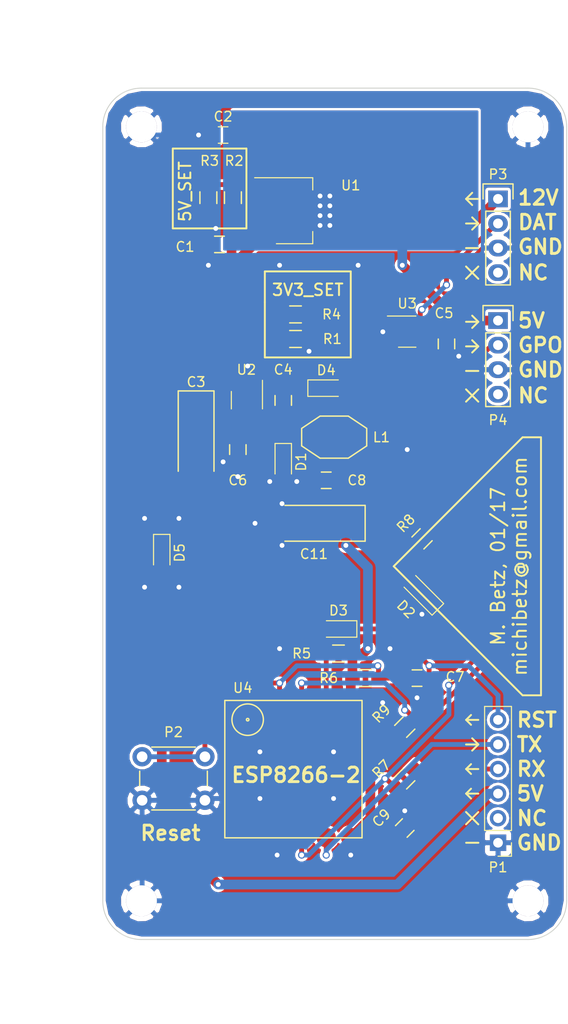
<source format=kicad_pcb>
(kicad_pcb (version 20160815) (host pcbnew no-vcs-found-7434~57~ubuntu16.04.1)

  (general
    (links 82)
    (no_connects 0)
    (area 47.949999 48.949999 96.050001 137.050001)
    (thickness 1.6)
    (drawings 80)
    (tracks 358)
    (zones 0)
    (modules 37)
    (nets 23)
  )

  (page A4)
  (layers
    (0 F.Cu signal hide)
    (31 B.Cu signal hide)
    (32 B.Adhes user)
    (33 F.Adhes user)
    (34 B.Paste user)
    (35 F.Paste user)
    (36 B.SilkS user)
    (37 F.SilkS user)
    (38 B.Mask user)
    (39 F.Mask user)
    (40 Dwgs.User user)
    (41 Cmts.User user)
    (42 Eco1.User user)
    (43 Eco2.User user)
    (44 Edge.Cuts user)
    (45 Margin user)
    (46 B.CrtYd user)
    (47 F.CrtYd user)
    (48 B.Fab user)
    (49 F.Fab user)
  )

  (setup
    (last_trace_width 0.5)
    (user_trace_width 0.5)
    (user_trace_width 1)
    (user_trace_width 2)
    (trace_clearance 0.3)
    (zone_clearance 0.254)
    (zone_45_only yes)
    (trace_min 0.1524)
    (segment_width 0.2)
    (edge_width 0.1)
    (via_size 0.75)
    (via_drill 0.5)
    (via_min_size 0.5)
    (via_min_drill 0.3)
    (user_via 0.75 0.5)
    (uvia_size 0.3)
    (uvia_drill 0.1)
    (uvias_allowed no)
    (uvia_min_size 0.2)
    (uvia_min_drill 0.1)
    (pcb_text_width 0.3)
    (pcb_text_size 1.5 1.5)
    (mod_edge_width 0.15)
    (mod_text_size 1 1)
    (mod_text_width 0.15)
    (pad_size 3.2 3.2)
    (pad_drill 3.2)
    (pad_to_mask_clearance 0.2)
    (aux_axis_origin 0 0)
    (visible_elements 7FFEFFFF)
    (pcbplotparams
      (layerselection 0x010e0_ffffffff)
      (usegerberextensions false)
      (excludeedgelayer true)
      (linewidth 0.100000)
      (plotframeref false)
      (viasonmask false)
      (mode 1)
      (useauxorigin false)
      (hpglpennumber 1)
      (hpglpenspeed 20)
      (hpglpendiameter 15)
      (psnegative false)
      (psa4output false)
      (plotreference true)
      (plotvalue false)
      (plotinvisibletext false)
      (padsonsilk false)
      (subtractmaskfromsilk false)
      (outputformat 1)
      (mirror false)
      (drillshape 0)
      (scaleselection 1)
      (outputdirectory ./gerb))
  )

  (net 0 "")
  (net 1 +12V)
  (net 2 GND)
  (net 3 "Net-(C4-Pad1)")
  (net 4 "Net-(C4-Pad2)")
  (net 5 +5V)
  (net 6 +3V3)
  (net 7 /ESP_TX)
  (net 8 /ESP_RX)
  (net 9 /ESP_G2)
  (net 10 "Net-(P3-Pad2)")
  (net 11 "Net-(P4-Pad2)")
  (net 12 "Net-(R2-Pad1)")
  (net 13 "Net-(R1-Pad2)")
  (net 14 "Net-(D2-Pad2)")
  (net 15 "Net-(C7-Pad1)")
  (net 16 "Net-(D3-Pad2)")
  (net 17 "Net-(P1-Pad4)")
  (net 18 "Net-(C7-Pad2)")
  (net 19 "Net-(P1-Pad2)")
  (net 20 "Net-(D5-Pad2)")
  (net 21 "Net-(P4-Pad4)")
  (net 22 "Net-(P3-Pad4)")

  (net_class Default "This is the default net class."
    (clearance 0.3)
    (trace_width 0.5)
    (via_dia 0.75)
    (via_drill 0.5)
    (uvia_dia 0.3)
    (uvia_drill 0.1)
    (diff_pair_gap 0.5)
    (diff_pair_width 0.5)
    (add_net +12V)
    (add_net +3V3)
    (add_net +5V)
    (add_net /ESP_G2)
    (add_net /ESP_RX)
    (add_net /ESP_TX)
    (add_net GND)
    (add_net "Net-(C4-Pad1)")
    (add_net "Net-(C4-Pad2)")
    (add_net "Net-(C7-Pad1)")
    (add_net "Net-(C7-Pad2)")
    (add_net "Net-(D2-Pad2)")
    (add_net "Net-(D3-Pad2)")
    (add_net "Net-(D5-Pad2)")
    (add_net "Net-(P1-Pad2)")
    (add_net "Net-(P1-Pad4)")
    (add_net "Net-(P3-Pad2)")
    (add_net "Net-(P3-Pad4)")
    (add_net "Net-(P4-Pad2)")
    (add_net "Net-(P4-Pad4)")
    (add_net "Net-(R1-Pad2)")
    (add_net "Net-(R2-Pad1)")
  )

  (module SOT-223 (layer F.Cu) (tedit 587C5B2F) (tstamp 587C430A)
    (at 67.816499 61.671897)
    (descr "module CMS SOT223 4 pins")
    (tags "CMS SOT")
    (path /5864E792)
    (attr smd)
    (fp_text reference U1 (at 5.843501 -2.616897) (layer F.SilkS)
      (effects (font (size 1 1) (thickness 0.15)))
    )
    (fp_text value REG1117 (at 0.509501 4.5) (layer F.Fab)
      (effects (font (size 1 1) (thickness 0.15)))
    )
    (fp_line (start 1.91 3.41) (end 1.91 2.15) (layer F.SilkS) (width 0.12))
    (fp_line (start 1.91 -3.41) (end 1.91 -2.15) (layer F.SilkS) (width 0.12))
    (fp_line (start 4.4 -3.6) (end -4.4 -3.6) (layer F.CrtYd) (width 0.05))
    (fp_line (start 4.4 3.6) (end 4.4 -3.6) (layer F.CrtYd) (width 0.05))
    (fp_line (start -4.4 3.6) (end 4.4 3.6) (layer F.CrtYd) (width 0.05))
    (fp_line (start -4.4 -3.6) (end -4.4 3.6) (layer F.CrtYd) (width 0.05))
    (fp_line (start -1.85 -3.35) (end -1.85 3.35) (layer F.Fab) (width 0.15))
    (fp_line (start -1.85 3.41) (end 1.91 3.41) (layer F.SilkS) (width 0.12))
    (fp_line (start -1.85 -3.35) (end 1.85 -3.35) (layer F.Fab) (width 0.15))
    (fp_line (start -4.1 -3.41) (end 1.91 -3.41) (layer F.SilkS) (width 0.12))
    (fp_line (start -1.85 3.35) (end 1.85 3.35) (layer F.Fab) (width 0.15))
    (fp_line (start 1.85 -3.35) (end 1.85 3.35) (layer F.Fab) (width 0.15))
    (pad 4 smd rect (at 3.15 0) (size 2 3.8) (layers F.Cu F.Paste F.Mask)
      (net 5 +5V))
    (pad 2 smd rect (at -3.15 0) (size 2 1.5) (layers F.Cu F.Paste F.Mask)
      (net 5 +5V))
    (pad 3 smd rect (at -3.15 2.3) (size 2 1.5) (layers F.Cu F.Paste F.Mask)
      (net 1 +12V))
    (pad 1 smd rect (at -3.15 -2.3) (size 2 1.5) (layers F.Cu F.Paste F.Mask)
      (net 12 "Net-(R2-Pad1)"))
    (pad 4 thru_hole circle (at 2.667 -1.524) (size 0.75 0.75) (drill 0.5) (layers *.Cu F.Mask)
      (net 5 +5V))
    (pad 4 thru_hole circle (at 3.683 -1.524) (size 0.75 0.75) (drill 0.5) (layers *.Cu F.Mask)
      (net 5 +5V))
    (pad 4 thru_hole circle (at 2.667 -0.508) (size 0.75 0.75) (drill 0.5) (layers *.Cu F.Mask)
      (net 5 +5V))
    (pad 4 thru_hole circle (at 3.683 -0.508) (size 0.75 0.75) (drill 0.5) (layers *.Cu F.Mask)
      (net 5 +5V))
    (pad 4 thru_hole circle (at 2.667 0.508) (size 0.75 0.75) (drill 0.5) (layers *.Cu F.Mask)
      (net 5 +5V))
    (pad 4 thru_hole circle (at 3.683 0.508) (size 0.75 0.75) (drill 0.5) (layers *.Cu F.Mask)
      (net 5 +5V))
    (pad 4 thru_hole circle (at 3.683 1.524) (size 0.75 0.75) (drill 0.5) (layers *.Cu F.Mask)
      (net 5 +5V))
    (pad 4 thru_hole circle (at 2.667 1.524) (size 0.75 0.75) (drill 0.5) (layers *.Cu F.Mask)
      (net 5 +5V))
    (model TO_SOT_Packages_SMD.3dshapes/SOT-223.wrl
      (at (xyz 0 0 0))
      (scale (xyz 0.4 0.4 0.4))
      (rotate (xyz 0 0 90))
    )
  )

  (module Socket_Strips:Socket_Strip_Straight_1x04 (layer F.Cu) (tedit 0) (tstamp 587C625C)
    (at 88.9 60.452 270)
    (descr "Through hole socket strip")
    (tags "socket strip")
    (path /587C60A2)
    (fp_text reference P3 (at -2.54 0) (layer F.SilkS)
      (effects (font (size 1 1) (thickness 0.15)))
    )
    (fp_text value CONN_01X04 (at 0 -3.1 270) (layer F.Fab)
      (effects (font (size 1 1) (thickness 0.15)))
    )
    (fp_line (start -1.75 -1.75) (end -1.75 1.75) (layer F.CrtYd) (width 0.05))
    (fp_line (start 9.4 -1.75) (end 9.4 1.75) (layer F.CrtYd) (width 0.05))
    (fp_line (start -1.75 -1.75) (end 9.4 -1.75) (layer F.CrtYd) (width 0.05))
    (fp_line (start -1.75 1.75) (end 9.4 1.75) (layer F.CrtYd) (width 0.05))
    (fp_line (start 1.27 -1.27) (end 8.89 -1.27) (layer F.SilkS) (width 0.15))
    (fp_line (start 1.27 1.27) (end 8.89 1.27) (layer F.SilkS) (width 0.15))
    (fp_line (start -1.55 1.55) (end 0 1.55) (layer F.SilkS) (width 0.15))
    (fp_line (start 8.89 -1.27) (end 8.89 1.27) (layer F.SilkS) (width 0.15))
    (fp_line (start 1.27 1.27) (end 1.27 -1.27) (layer F.SilkS) (width 0.15))
    (fp_line (start 0 -1.55) (end -1.55 -1.55) (layer F.SilkS) (width 0.15))
    (fp_line (start -1.55 -1.55) (end -1.55 1.55) (layer F.SilkS) (width 0.15))
    (pad 1 thru_hole rect (at 0 0 270) (size 1.7272 2.032) (drill 1.016) (layers *.Cu *.Mask)
      (net 1 +12V))
    (pad 2 thru_hole oval (at 2.54 0 270) (size 1.7272 2.032) (drill 1.016) (layers *.Cu *.Mask)
      (net 10 "Net-(P3-Pad2)"))
    (pad 3 thru_hole oval (at 5.08 0 270) (size 1.7272 2.032) (drill 1.016) (layers *.Cu *.Mask)
      (net 2 GND))
    (pad 4 thru_hole oval (at 7.62 0 270) (size 1.7272 2.032) (drill 1.016) (layers *.Cu *.Mask)
      (net 22 "Net-(P3-Pad4)"))
    (model Socket_Strips.3dshapes/Socket_Strip_Straight_1x04.wrl
      (at (xyz 0.15 0 0))
      (scale (xyz 1 1 1))
      (rotate (xyz 0 0 180))
    )
  )

  (module Socket_Strips:Socket_Strip_Straight_1x04 (layer F.Cu) (tedit 0) (tstamp 587C6226)
    (at 88.9 73.025 270)
    (descr "Through hole socket strip")
    (tags "socket strip")
    (path /587C6311)
    (fp_text reference P4 (at 10.287 0) (layer F.SilkS)
      (effects (font (size 1 1) (thickness 0.15)))
    )
    (fp_text value CONN_01X04 (at 0 -3.1 270) (layer F.Fab)
      (effects (font (size 1 1) (thickness 0.15)))
    )
    (fp_line (start -1.55 -1.55) (end -1.55 1.55) (layer F.SilkS) (width 0.15))
    (fp_line (start 0 -1.55) (end -1.55 -1.55) (layer F.SilkS) (width 0.15))
    (fp_line (start 1.27 1.27) (end 1.27 -1.27) (layer F.SilkS) (width 0.15))
    (fp_line (start 8.89 -1.27) (end 8.89 1.27) (layer F.SilkS) (width 0.15))
    (fp_line (start -1.55 1.55) (end 0 1.55) (layer F.SilkS) (width 0.15))
    (fp_line (start 1.27 1.27) (end 8.89 1.27) (layer F.SilkS) (width 0.15))
    (fp_line (start 1.27 -1.27) (end 8.89 -1.27) (layer F.SilkS) (width 0.15))
    (fp_line (start -1.75 1.75) (end 9.4 1.75) (layer F.CrtYd) (width 0.05))
    (fp_line (start -1.75 -1.75) (end 9.4 -1.75) (layer F.CrtYd) (width 0.05))
    (fp_line (start 9.4 -1.75) (end 9.4 1.75) (layer F.CrtYd) (width 0.05))
    (fp_line (start -1.75 -1.75) (end -1.75 1.75) (layer F.CrtYd) (width 0.05))
    (pad 4 thru_hole oval (at 7.62 0 270) (size 1.7272 2.032) (drill 1.016) (layers *.Cu *.Mask)
      (net 21 "Net-(P4-Pad4)"))
    (pad 3 thru_hole oval (at 5.08 0 270) (size 1.7272 2.032) (drill 1.016) (layers *.Cu *.Mask)
      (net 2 GND))
    (pad 2 thru_hole oval (at 2.54 0 270) (size 1.7272 2.032) (drill 1.016) (layers *.Cu *.Mask)
      (net 11 "Net-(P4-Pad2)"))
    (pad 1 thru_hole rect (at 0 0 270) (size 1.7272 2.032) (drill 1.016) (layers *.Cu *.Mask)
      (net 5 +5V))
    (model Socket_Strips.3dshapes/Socket_Strip_Straight_1x04.wrl
      (at (xyz 0.15 0 0))
      (scale (xyz 1 1 1))
      (rotate (xyz 0 0 180))
    )
  )

  (module Diodes_SMD:D_SOD-323_HandSoldering (layer F.Cu) (tedit 58641869) (tstamp 587C3409)
    (at 66.675 87.63 270)
    (descr SOD-323)
    (tags SOD-323)
    (path /586E201B)
    (attr smd)
    (fp_text reference D1 (at 0 -1.85 270) (layer F.SilkS)
      (effects (font (size 1 1) (thickness 0.15)))
    )
    (fp_text value B5819WS (at 0.1 1.9 270) (layer F.Fab)
      (effects (font (size 1 1) (thickness 0.15)))
    )
    (fp_line (start -1.9 -0.85) (end -1.9 0.85) (layer F.SilkS) (width 0.12))
    (fp_line (start 0.2 0) (end 0.45 0) (layer F.Fab) (width 0.1))
    (fp_line (start 0.2 0.35) (end -0.3 0) (layer F.Fab) (width 0.1))
    (fp_line (start 0.2 -0.35) (end 0.2 0.35) (layer F.Fab) (width 0.1))
    (fp_line (start -0.3 0) (end 0.2 -0.35) (layer F.Fab) (width 0.1))
    (fp_line (start -0.3 0) (end -0.5 0) (layer F.Fab) (width 0.1))
    (fp_line (start -0.3 -0.35) (end -0.3 0.35) (layer F.Fab) (width 0.1))
    (fp_line (start -0.9 0.7) (end -0.9 -0.7) (layer F.Fab) (width 0.1))
    (fp_line (start 0.9 0.7) (end -0.9 0.7) (layer F.Fab) (width 0.1))
    (fp_line (start 0.9 -0.7) (end 0.9 0.7) (layer F.Fab) (width 0.1))
    (fp_line (start -0.9 -0.7) (end 0.9 -0.7) (layer F.Fab) (width 0.1))
    (fp_line (start -2 -0.95) (end 2 -0.95) (layer F.CrtYd) (width 0.05))
    (fp_line (start 2 -0.95) (end 2 0.95) (layer F.CrtYd) (width 0.05))
    (fp_line (start -2 0.95) (end 2 0.95) (layer F.CrtYd) (width 0.05))
    (fp_line (start -2 -0.95) (end -2 0.95) (layer F.CrtYd) (width 0.05))
    (fp_line (start -1.9 0.85) (end 1.25 0.85) (layer F.SilkS) (width 0.12))
    (fp_line (start -1.9 -0.85) (end 1.25 -0.85) (layer F.SilkS) (width 0.12))
    (pad 1 smd rect (at -1.25 0 270) (size 1 1) (layers F.Cu F.Paste F.Mask)
      (net 3 "Net-(C4-Pad1)"))
    (pad 2 smd rect (at 1.25 0 270) (size 1 1) (layers F.Cu F.Paste F.Mask)
      (net 2 GND))
    (model ${KISYS3DMOD}/Diodes_SMD.3dshapes/SOD-323.wrl
      (at (xyz 0 0 0))
      (scale (xyz 1 1 1))
      (rotate (xyz 0 0 180))
    )
  )

  (module Diodes_SMD:D_SOD-323_HandSoldering (layer F.Cu) (tedit 58641869) (tstamp 587C33C7)
    (at 72.39 104.902 180)
    (descr SOD-323)
    (tags SOD-323)
    (path /5874632C)
    (attr smd)
    (fp_text reference D3 (at 0 1.905 180) (layer F.SilkS)
      (effects (font (size 1 1) (thickness 0.15)))
    )
    (fp_text value B5819WS (at 0.1 1.9 180) (layer F.Fab)
      (effects (font (size 1 1) (thickness 0.15)))
    )
    (fp_line (start -1.9 -0.85) (end 1.25 -0.85) (layer F.SilkS) (width 0.12))
    (fp_line (start -1.9 0.85) (end 1.25 0.85) (layer F.SilkS) (width 0.12))
    (fp_line (start -2 -0.95) (end -2 0.95) (layer F.CrtYd) (width 0.05))
    (fp_line (start -2 0.95) (end 2 0.95) (layer F.CrtYd) (width 0.05))
    (fp_line (start 2 -0.95) (end 2 0.95) (layer F.CrtYd) (width 0.05))
    (fp_line (start -2 -0.95) (end 2 -0.95) (layer F.CrtYd) (width 0.05))
    (fp_line (start -0.9 -0.7) (end 0.9 -0.7) (layer F.Fab) (width 0.1))
    (fp_line (start 0.9 -0.7) (end 0.9 0.7) (layer F.Fab) (width 0.1))
    (fp_line (start 0.9 0.7) (end -0.9 0.7) (layer F.Fab) (width 0.1))
    (fp_line (start -0.9 0.7) (end -0.9 -0.7) (layer F.Fab) (width 0.1))
    (fp_line (start -0.3 -0.35) (end -0.3 0.35) (layer F.Fab) (width 0.1))
    (fp_line (start -0.3 0) (end -0.5 0) (layer F.Fab) (width 0.1))
    (fp_line (start -0.3 0) (end 0.2 -0.35) (layer F.Fab) (width 0.1))
    (fp_line (start 0.2 -0.35) (end 0.2 0.35) (layer F.Fab) (width 0.1))
    (fp_line (start 0.2 0.35) (end -0.3 0) (layer F.Fab) (width 0.1))
    (fp_line (start 0.2 0) (end 0.45 0) (layer F.Fab) (width 0.1))
    (fp_line (start -1.9 -0.85) (end -1.9 0.85) (layer F.SilkS) (width 0.12))
    (pad 2 smd rect (at 1.25 0 180) (size 1 1) (layers F.Cu F.Paste F.Mask)
      (net 16 "Net-(D3-Pad2)"))
    (pad 1 smd rect (at -1.25 0 180) (size 1 1) (layers F.Cu F.Paste F.Mask)
      (net 18 "Net-(C7-Pad2)"))
    (model Diodes_SMD.3dshapes/D_SOD-323.wrl
      (at (xyz 0 0 0))
      (scale (xyz 1 1 1))
      (rotate (xyz 0 0 180))
    )
  )

  (module Diodes_SMD:D_SOD-323_HandSoldering (layer F.Cu) (tedit 58641869) (tstamp 587C3385)
    (at 71.12 80.01)
    (descr SOD-323)
    (tags SOD-323)
    (path /5877759A)
    (attr smd)
    (fp_text reference D4 (at 0 -1.85) (layer F.SilkS)
      (effects (font (size 1 1) (thickness 0.15)))
    )
    (fp_text value B5819WS (at 0.1 1.9) (layer F.Fab)
      (effects (font (size 1 1) (thickness 0.15)))
    )
    (fp_line (start -1.9 -0.85) (end -1.9 0.85) (layer F.SilkS) (width 0.12))
    (fp_line (start 0.2 0) (end 0.45 0) (layer F.Fab) (width 0.1))
    (fp_line (start 0.2 0.35) (end -0.3 0) (layer F.Fab) (width 0.1))
    (fp_line (start 0.2 -0.35) (end 0.2 0.35) (layer F.Fab) (width 0.1))
    (fp_line (start -0.3 0) (end 0.2 -0.35) (layer F.Fab) (width 0.1))
    (fp_line (start -0.3 0) (end -0.5 0) (layer F.Fab) (width 0.1))
    (fp_line (start -0.3 -0.35) (end -0.3 0.35) (layer F.Fab) (width 0.1))
    (fp_line (start -0.9 0.7) (end -0.9 -0.7) (layer F.Fab) (width 0.1))
    (fp_line (start 0.9 0.7) (end -0.9 0.7) (layer F.Fab) (width 0.1))
    (fp_line (start 0.9 -0.7) (end 0.9 0.7) (layer F.Fab) (width 0.1))
    (fp_line (start -0.9 -0.7) (end 0.9 -0.7) (layer F.Fab) (width 0.1))
    (fp_line (start -2 -0.95) (end 2 -0.95) (layer F.CrtYd) (width 0.05))
    (fp_line (start 2 -0.95) (end 2 0.95) (layer F.CrtYd) (width 0.05))
    (fp_line (start -2 0.95) (end 2 0.95) (layer F.CrtYd) (width 0.05))
    (fp_line (start -2 -0.95) (end -2 0.95) (layer F.CrtYd) (width 0.05))
    (fp_line (start -1.9 0.85) (end 1.25 0.85) (layer F.SilkS) (width 0.12))
    (fp_line (start -1.9 -0.85) (end 1.25 -0.85) (layer F.SilkS) (width 0.12))
    (pad 1 smd rect (at -1.25 0) (size 1 1) (layers F.Cu F.Paste F.Mask)
      (net 4 "Net-(C4-Pad2)"))
    (pad 2 smd rect (at 1.25 0) (size 1 1) (layers F.Cu F.Paste F.Mask)
      (net 6 +3V3))
    (model ${KISYS3DMOD}/Diodes_SMD.3dshapes/SOD-323.wrl
      (at (xyz 0 0 0))
      (scale (xyz 1 1 1))
      (rotate (xyz 0 0 180))
    )
  )

  (module Diodes_SMD:D_SOD-323_HandSoldering (layer F.Cu) (tedit 58641869) (tstamp 587C3343)
    (at 54.102 97.028 270)
    (descr SOD-323)
    (tags SOD-323)
    (path /587739AE)
    (attr smd)
    (fp_text reference D5 (at 0 -1.85 270) (layer F.SilkS)
      (effects (font (size 1 1) (thickness 0.15)))
    )
    (fp_text value B5819WS (at 0.1 1.9 270) (layer F.Fab)
      (effects (font (size 1 1) (thickness 0.15)))
    )
    (fp_line (start -1.9 -0.85) (end 1.25 -0.85) (layer F.SilkS) (width 0.12))
    (fp_line (start -1.9 0.85) (end 1.25 0.85) (layer F.SilkS) (width 0.12))
    (fp_line (start -2 -0.95) (end -2 0.95) (layer F.CrtYd) (width 0.05))
    (fp_line (start -2 0.95) (end 2 0.95) (layer F.CrtYd) (width 0.05))
    (fp_line (start 2 -0.95) (end 2 0.95) (layer F.CrtYd) (width 0.05))
    (fp_line (start -2 -0.95) (end 2 -0.95) (layer F.CrtYd) (width 0.05))
    (fp_line (start -0.9 -0.7) (end 0.9 -0.7) (layer F.Fab) (width 0.1))
    (fp_line (start 0.9 -0.7) (end 0.9 0.7) (layer F.Fab) (width 0.1))
    (fp_line (start 0.9 0.7) (end -0.9 0.7) (layer F.Fab) (width 0.1))
    (fp_line (start -0.9 0.7) (end -0.9 -0.7) (layer F.Fab) (width 0.1))
    (fp_line (start -0.3 -0.35) (end -0.3 0.35) (layer F.Fab) (width 0.1))
    (fp_line (start -0.3 0) (end -0.5 0) (layer F.Fab) (width 0.1))
    (fp_line (start -0.3 0) (end 0.2 -0.35) (layer F.Fab) (width 0.1))
    (fp_line (start 0.2 -0.35) (end 0.2 0.35) (layer F.Fab) (width 0.1))
    (fp_line (start 0.2 0.35) (end -0.3 0) (layer F.Fab) (width 0.1))
    (fp_line (start 0.2 0) (end 0.45 0) (layer F.Fab) (width 0.1))
    (fp_line (start -1.9 -0.85) (end -1.9 0.85) (layer F.SilkS) (width 0.12))
    (pad 2 smd rect (at 1.25 0 270) (size 1 1) (layers F.Cu F.Paste F.Mask)
      (net 20 "Net-(D5-Pad2)"))
    (pad 1 smd rect (at -1.25 0 270) (size 1 1) (layers F.Cu F.Paste F.Mask)
      (net 1 +12V))
    (model ${KISYS3DMOD}/Diodes_SMD.3dshapes/SOD-323.wrl
      (at (xyz 0 0 0))
      (scale (xyz 1 1 1))
      (rotate (xyz 0 0 180))
    )
  )

  (module TO_SOT_Packages_SMD:SOT-23-6_Handsoldering (layer F.Cu) (tedit 583F3ECB) (tstamp 5864B1E4)
    (at 79.502 74.168)
    (descr "6-pin SOT-23 package, Handsoldering")
    (tags "SOT-23-6 Handsoldering")
    (path /58631227)
    (clearance 0.3)
    (attr smd)
    (fp_text reference U3 (at 0 -2.9) (layer F.SilkS)
      (effects (font (size 1 1) (thickness 0.15)))
    )
    (fp_text value SN74LVC2G17 (at -2.54 3.048) (layer F.Fab)
      (effects (font (size 1 1) (thickness 0.15)))
    )
    (fp_line (start -0.9 1.61) (end 0.9 1.61) (layer F.SilkS) (width 0.12))
    (fp_line (start 0.9 -1.61) (end -2.05 -1.61) (layer F.SilkS) (width 0.12))
    (fp_line (start -2.4 1.8) (end -2.4 -1.8) (layer F.CrtYd) (width 0.05))
    (fp_line (start 2.4 1.8) (end -2.4 1.8) (layer F.CrtYd) (width 0.05))
    (fp_line (start 2.4 -1.8) (end 2.4 1.8) (layer F.CrtYd) (width 0.05))
    (fp_line (start -2.4 -1.8) (end 2.4 -1.8) (layer F.CrtYd) (width 0.05))
    (fp_line (start 0.9 -1.55) (end -0.9 -1.55) (layer F.Fab) (width 0.15))
    (fp_line (start -0.9 -1.55) (end -0.9 1.55) (layer F.Fab) (width 0.15))
    (fp_line (start 0.9 1.55) (end -0.9 1.55) (layer F.Fab) (width 0.15))
    (fp_line (start 0.9 -1.55) (end 0.9 1.55) (layer F.Fab) (width 0.15))
    (pad 1 smd rect (at -1.35 -0.95) (size 1.56 0.65) (layers F.Cu F.Paste F.Mask)
      (net 8 /ESP_RX))
    (pad 2 smd rect (at -1.35 0) (size 1.56 0.65) (layers F.Cu F.Paste F.Mask)
      (net 2 GND))
    (pad 3 smd rect (at -1.35 0.95) (size 1.56 0.65) (layers F.Cu F.Paste F.Mask)
      (net 9 /ESP_G2))
    (pad 4 smd rect (at 1.35 0.95) (size 1.56 0.65) (layers F.Cu F.Paste F.Mask)
      (net 11 "Net-(P4-Pad2)"))
    (pad 6 smd rect (at 1.35 -0.95) (size 1.56 0.65) (layers F.Cu F.Paste F.Mask)
      (net 10 "Net-(P3-Pad2)"))
    (pad 5 smd rect (at 1.35 0) (size 1.56 0.65) (layers F.Cu F.Paste F.Mask)
      (net 5 +5V))
    (model TO_SOT_Packages_SMD.3dshapes/SOT-23-6.wrl
      (at (xyz 0 0 0))
      (scale (xyz 1 1 1))
      (rotate (xyz 0 0 0))
    )
  )

  (module Capacitors_SMD:C_0805_HandSoldering (layer F.Cu) (tedit 541A9B8D) (tstamp 587C018F)
    (at 60.452 53.848 180)
    (descr "Capacitor SMD 0805, hand soldering")
    (tags "capacitor 0805")
    (path /587BFF5B)
    (attr smd)
    (fp_text reference C2 (at 0 1.905 180) (layer F.SilkS)
      (effects (font (size 1 1) (thickness 0.15)))
    )
    (fp_text value 470n (at 0 2.1 180) (layer F.Fab)
      (effects (font (size 1 1) (thickness 0.15)))
    )
    (fp_line (start -0.5 0.85) (end 0.5 0.85) (layer F.SilkS) (width 0.12))
    (fp_line (start 0.5 -0.85) (end -0.5 -0.85) (layer F.SilkS) (width 0.12))
    (fp_line (start 2.3 -1) (end 2.3 1) (layer F.CrtYd) (width 0.05))
    (fp_line (start -2.3 -1) (end -2.3 1) (layer F.CrtYd) (width 0.05))
    (fp_line (start -2.3 1) (end 2.3 1) (layer F.CrtYd) (width 0.05))
    (fp_line (start -2.3 -1) (end 2.3 -1) (layer F.CrtYd) (width 0.05))
    (fp_line (start -1 -0.625) (end 1 -0.625) (layer F.Fab) (width 0.1))
    (fp_line (start 1 -0.625) (end 1 0.625) (layer F.Fab) (width 0.1))
    (fp_line (start 1 0.625) (end -1 0.625) (layer F.Fab) (width 0.1))
    (fp_line (start -1 0.625) (end -1 -0.625) (layer F.Fab) (width 0.1))
    (pad 2 smd rect (at 1.25 0 180) (size 1.5 1.25) (layers F.Cu F.Paste F.Mask)
      (net 2 GND))
    (pad 1 smd rect (at -1.25 0 180) (size 1.5 1.25) (layers F.Cu F.Paste F.Mask)
      (net 5 +5V))
    (model Capacitors_SMD.3dshapes/C_0805_HandSoldering.wrl
      (at (xyz 0 0 0))
      (scale (xyz 1 1 1))
      (rotate (xyz 0 0 0))
    )
  )

  (module TO_SOT_Packages_SMD:SOT-23-6_Handsoldering (layer F.Cu) (tedit 583F3ECB) (tstamp 58774F31)
    (at 62.912982 81.254168 270)
    (descr "6-pin SOT-23 package, Handsoldering")
    (tags "SOT-23-6 Handsoldering")
    (path /58774EBB)
    (attr smd)
    (fp_text reference U2 (at -3.149168 0.047982) (layer F.SilkS)
      (effects (font (size 1 1) (thickness 0.15)))
    )
    (fp_text value LT1933 (at 0 2.9 270) (layer F.Fab)
      (effects (font (size 1 1) (thickness 0.15)))
    )
    (fp_line (start 0.9 -1.55) (end 0.9 1.55) (layer F.Fab) (width 0.15))
    (fp_line (start 0.9 1.55) (end -0.9 1.55) (layer F.Fab) (width 0.15))
    (fp_line (start -0.9 -1.55) (end -0.9 1.55) (layer F.Fab) (width 0.15))
    (fp_line (start 0.9 -1.55) (end -0.9 -1.55) (layer F.Fab) (width 0.15))
    (fp_line (start -2.4 -1.8) (end 2.4 -1.8) (layer F.CrtYd) (width 0.05))
    (fp_line (start 2.4 -1.8) (end 2.4 1.8) (layer F.CrtYd) (width 0.05))
    (fp_line (start 2.4 1.8) (end -2.4 1.8) (layer F.CrtYd) (width 0.05))
    (fp_line (start -2.4 1.8) (end -2.4 -1.8) (layer F.CrtYd) (width 0.05))
    (fp_line (start 0.9 -1.61) (end -2.05 -1.61) (layer F.SilkS) (width 0.12))
    (fp_line (start -0.9 1.61) (end 0.9 1.61) (layer F.SilkS) (width 0.12))
    (pad 5 smd rect (at 1.35 0 270) (size 1.56 0.65) (layers F.Cu F.Paste F.Mask)
      (net 1 +12V))
    (pad 6 smd rect (at 1.35 -0.95 270) (size 1.56 0.65) (layers F.Cu F.Paste F.Mask)
      (net 3 "Net-(C4-Pad1)"))
    (pad 4 smd rect (at 1.35 0.95 270) (size 1.56 0.65) (layers F.Cu F.Paste F.Mask)
      (net 1 +12V))
    (pad 3 smd rect (at -1.35 0.95 270) (size 1.56 0.65) (layers F.Cu F.Paste F.Mask)
      (net 13 "Net-(R1-Pad2)"))
    (pad 2 smd rect (at -1.35 0 270) (size 1.56 0.65) (layers F.Cu F.Paste F.Mask)
      (net 2 GND))
    (pad 1 smd rect (at -1.35 -0.95 270) (size 1.56 0.65) (layers F.Cu F.Paste F.Mask)
      (net 4 "Net-(C4-Pad2)"))
    (model TO_SOT_Packages_SMD.3dshapes/SOT-23-6.wrl
      (at (xyz 0 0 0))
      (scale (xyz 1 1 1))
      (rotate (xyz 0 0 0))
    )
  )

  (module myStuff:DO1608 (layer F.Cu) (tedit 5877436E) (tstamp 58774F0A)
    (at 71.755 85.09 180)
    (path /586E1BD8)
    (fp_text reference L1 (at -5.08 0) (layer F.SilkS)
      (effects (font (size 1 1) (thickness 0.15)))
    )
    (fp_text value 22uH (at 0 3.81 180) (layer F.Fab)
      (effects (font (size 1 1) (thickness 0.15)))
    )
    (fp_line (start 1.27 -2.159) (end 3.175 -0.889) (layer F.SilkS) (width 0.15))
    (fp_line (start -1.651 -2.159) (end 1.27 -2.159) (layer F.SilkS) (width 0.15))
    (fp_line (start -3.556 -0.889) (end -1.651 -2.159) (layer F.SilkS) (width 0.15))
    (fp_line (start -3.556 0.919806) (end -1.651 2.189806) (layer F.SilkS) (width 0.15))
    (fp_line (start -1.651 2.189806) (end 1.27 2.189806) (layer F.SilkS) (width 0.15))
    (fp_line (start 1.27 2.189806) (end 3.175 0.919806) (layer F.SilkS) (width 0.15))
    (fp_line (start -3.556 -0.889) (end -3.556 0.889) (layer F.SilkS) (width 0.15))
    (fp_line (start 3.175 -0.889) (end 3.175 0.889) (layer F.SilkS) (width 0.15))
    (pad 1 smd rect (at -2.92 0 180) (size 1.4 3.56) (layers F.Cu F.Paste F.Mask)
      (net 6 +3V3))
    (pad 2 smd rect (at 2.54 0 180) (size 1.4 3.56) (layers F.Cu F.Paste F.Mask)
      (net 3 "Net-(C4-Pad1)"))
    (model ${KISYS3DMOD}/Inductors.3dshapes/self_cms_we-pd3.wrl
      (at (xyz 0 0 0))
      (scale (xyz 0.5 0.5 0.5))
      (rotate (xyz 0 0 0))
    )
  )

  (module Mounting_Holes:MountingHole_3.2mm_M3 (layer F.Cu) (tedit 587C5404) (tstamp 587498C8)
    (at 92 53)
    (descr "Mounting Hole 3.2mm, no annular, M3")
    (tags "mounting hole 3.2mm no annular m3")
    (path /5874A9A8)
    (fp_text reference W2 (at -5 0) (layer F.SilkS) hide
      (effects (font (size 1 1) (thickness 0.15)))
    )
    (fp_text value TEST_1P (at 0 4.2) (layer F.Fab)
      (effects (font (size 1 1) (thickness 0.15)))
    )
    (fp_circle (center 0 0) (end 3.2 0) (layer Cmts.User) (width 0.15))
    (fp_circle (center 0 0) (end 3.45 0) (layer F.CrtYd) (width 0.05))
    (pad 1 thru_hole circle (at 0 0) (size 3.2 3.2) (drill 3.2) (layers *.Cu *.Mask)
      (net 2 GND))
  )

  (module Mounting_Holes:MountingHole_3.2mm_M3 (layer F.Cu) (tedit 587C541A) (tstamp 587498B5)
    (at 92 133)
    (descr "Mounting Hole 3.2mm, no annular, M3")
    (tags "mounting hole 3.2mm no annular m3")
    (path /5874A9B4)
    (fp_text reference W4 (at -5 0) (layer F.SilkS) hide
      (effects (font (size 1 1) (thickness 0.15)))
    )
    (fp_text value TEST_1P (at 0 4.2) (layer F.Fab)
      (effects (font (size 1 1) (thickness 0.15)))
    )
    (fp_circle (center 0 0) (end 3.45 0) (layer F.CrtYd) (width 0.05))
    (fp_circle (center 0 0) (end 3.2 0) (layer Cmts.User) (width 0.15))
    (pad 1 thru_hole circle (at 0 0) (size 3.2 3.2) (drill 3.2) (layers *.Cu *.Mask)
      (net 2 GND))
  )

  (module Mounting_Holes:MountingHole_3.2mm_M3 (layer F.Cu) (tedit 587C53FD) (tstamp 587498A2)
    (at 52 53)
    (descr "Mounting Hole 3.2mm, no annular, M3")
    (tags "mounting hole 3.2mm no annular m3")
    (path /58749B2F)
    (fp_text reference W1 (at 5 0) (layer F.SilkS) hide
      (effects (font (size 1 1) (thickness 0.15)))
    )
    (fp_text value TEST_1P (at 0 4.2) (layer F.Fab)
      (effects (font (size 1 1) (thickness 0.15)))
    )
    (fp_circle (center 0 0) (end 3.2 0) (layer Cmts.User) (width 0.15))
    (fp_circle (center 0 0) (end 3.45 0) (layer F.CrtYd) (width 0.05))
    (pad 1 thru_hole circle (at 0 0) (size 3.2 3.2) (drill 3.2) (layers *.Cu *.Mask)
      (net 2 GND))
  )

  (module Mounting_Holes:MountingHole_3.2mm_M3 (layer F.Cu) (tedit 587C5415) (tstamp 5874988F)
    (at 52 133)
    (descr "Mounting Hole 3.2mm, no annular, M3")
    (tags "mounting hole 3.2mm no annular m3")
    (path /5874A90E)
    (fp_text reference W3 (at 5 0) (layer F.SilkS) hide
      (effects (font (size 1 1) (thickness 0.15)))
    )
    (fp_text value TEST_1P (at 0 4.2) (layer F.Fab)
      (effects (font (size 1 1) (thickness 0.15)))
    )
    (fp_circle (center 0 0) (end 3.45 0) (layer F.CrtYd) (width 0.05))
    (fp_circle (center 0 0) (end 3.2 0) (layer Cmts.User) (width 0.15))
    (pad 1 thru_hole circle (at 0 0) (size 3.2 3.2) (drill 3.2) (layers *.Cu *.Mask)
      (net 2 GND))
  )

  (module Buttons_Switches_ThroughHole:SW_PUSH_6mm (layer F.Cu) (tedit 58134C96) (tstamp 587447B4)
    (at 52.07 118.11)
    (descr https://www.omron.com/ecb/products/pdf/en-b3f.pdf)
    (tags "tact sw push 6mm")
    (path /5873B912)
    (fp_text reference P2 (at 3.25 -2.54) (layer F.SilkS)
      (effects (font (size 1 1) (thickness 0.15)))
    )
    (fp_text value CONN_01X02 (at 3.75 6.7) (layer F.Fab)
      (effects (font (size 1 1) (thickness 0.15)))
    )
    (fp_circle (center 3.25 2.25) (end 1.25 2.5) (layer F.Fab) (width 0.1))
    (fp_line (start 6.75 3) (end 6.75 1.5) (layer F.SilkS) (width 0.15))
    (fp_line (start 5.5 -1) (end 1 -1) (layer F.SilkS) (width 0.15))
    (fp_line (start -0.25 1.5) (end -0.25 3) (layer F.SilkS) (width 0.15))
    (fp_line (start 1 5.5) (end 5.5 5.5) (layer F.SilkS) (width 0.15))
    (fp_line (start 8 -1.25) (end 8 5.75) (layer F.CrtYd) (width 0.05))
    (fp_line (start 7.75 6) (end -1.25 6) (layer F.CrtYd) (width 0.05))
    (fp_line (start -1.5 5.75) (end -1.5 -1.25) (layer F.CrtYd) (width 0.05))
    (fp_line (start -1.25 -1.5) (end 7.75 -1.5) (layer F.CrtYd) (width 0.05))
    (fp_line (start -1.5 6) (end -1.25 6) (layer F.CrtYd) (width 0.05))
    (fp_line (start -1.5 5.75) (end -1.5 6) (layer F.CrtYd) (width 0.05))
    (fp_line (start -1.5 -1.5) (end -1.25 -1.5) (layer F.CrtYd) (width 0.05))
    (fp_line (start -1.5 -1.25) (end -1.5 -1.5) (layer F.CrtYd) (width 0.05))
    (fp_line (start 8 -1.5) (end 8 -1.25) (layer F.CrtYd) (width 0.05))
    (fp_line (start 7.75 -1.5) (end 8 -1.5) (layer F.CrtYd) (width 0.05))
    (fp_line (start 8 6) (end 8 5.75) (layer F.CrtYd) (width 0.05))
    (fp_line (start 7.75 6) (end 8 6) (layer F.CrtYd) (width 0.05))
    (fp_line (start 0.25 -0.75) (end 3.25 -0.75) (layer F.Fab) (width 0.1))
    (fp_line (start 0.25 5.25) (end 0.25 -0.75) (layer F.Fab) (width 0.1))
    (fp_line (start 6.25 5.25) (end 0.25 5.25) (layer F.Fab) (width 0.1))
    (fp_line (start 6.25 -0.75) (end 6.25 5.25) (layer F.Fab) (width 0.1))
    (fp_line (start 3.25 -0.75) (end 6.25 -0.75) (layer F.Fab) (width 0.1))
    (pad 1 thru_hole circle (at 6.5 0 90) (size 2 2) (drill 1.1) (layers *.Cu *.Mask)
      (net 15 "Net-(C7-Pad1)"))
    (pad 2 thru_hole circle (at 6.5 4.5 90) (size 2 2) (drill 1.1) (layers *.Cu *.Mask)
      (net 2 GND))
    (pad 1 thru_hole circle (at 0 0 90) (size 2 2) (drill 1.1) (layers *.Cu *.Mask)
      (net 15 "Net-(C7-Pad1)"))
    (pad 2 thru_hole circle (at 0 4.5 90) (size 2 2) (drill 1.1) (layers *.Cu *.Mask)
      (net 2 GND))
    (model Buttons_Switches_ThroughHole.3dshapes/SW_PUSH_6mm.wrl
      (at (xyz 0.005 0 0))
      (scale (xyz 0.3937 0.3937 0.3937))
      (rotate (xyz 0 0 0))
    )
  )

  (module Capacitors_SMD:C_0805_HandSoldering (layer F.Cu) (tedit 541A9B8D) (tstamp 58743AC3)
    (at 80.518 109.982)
    (descr "Capacitor SMD 0805, hand soldering")
    (tags "capacitor 0805")
    (path /5874363A)
    (attr smd)
    (fp_text reference C7 (at 3.937 -0.127 -180) (layer F.SilkS)
      (effects (font (size 1 1) (thickness 0.15)))
    )
    (fp_text value 100n (at 0 2.1) (layer F.Fab)
      (effects (font (size 1 1) (thickness 0.15)))
    )
    (fp_line (start -0.5 0.85) (end 0.5 0.85) (layer F.SilkS) (width 0.15))
    (fp_line (start 0.5 -0.85) (end -0.5 -0.85) (layer F.SilkS) (width 0.15))
    (fp_line (start 2.3 -1) (end 2.3 1) (layer F.CrtYd) (width 0.05))
    (fp_line (start -2.3 -1) (end -2.3 1) (layer F.CrtYd) (width 0.05))
    (fp_line (start -2.3 1) (end 2.3 1) (layer F.CrtYd) (width 0.05))
    (fp_line (start -2.3 -1) (end 2.3 -1) (layer F.CrtYd) (width 0.05))
    (fp_line (start -1 -0.625) (end 1 -0.625) (layer F.Fab) (width 0.15))
    (fp_line (start 1 -0.625) (end 1 0.625) (layer F.Fab) (width 0.15))
    (fp_line (start 1 0.625) (end -1 0.625) (layer F.Fab) (width 0.15))
    (fp_line (start -1 0.625) (end -1 -0.625) (layer F.Fab) (width 0.15))
    (pad 2 smd rect (at 1.25 0) (size 1.5 1.25) (layers F.Cu F.Paste F.Mask)
      (net 18 "Net-(C7-Pad2)"))
    (pad 1 smd rect (at -1.25 0) (size 1.5 1.25) (layers F.Cu F.Paste F.Mask)
      (net 15 "Net-(C7-Pad1)"))
    (model Capacitors_SMD.3dshapes/C_0805_HandSoldering.wrl
      (at (xyz 0 0 0))
      (scale (xyz 1 1 1))
      (rotate (xyz 0 0 0))
    )
  )

  (module Resistors_SMD:R_0805_HandSoldering (layer F.Cu) (tedit 58307B90) (tstamp 587438F3)
    (at 79.248 115.062 45)
    (descr "Resistor SMD 0805, hand soldering")
    (tags "resistor 0805")
    (path /5873FB2B)
    (attr smd)
    (fp_text reference R9 (at -0.71842 -2.694077 225) (layer F.SilkS)
      (effects (font (size 1 1) (thickness 0.15)))
    )
    (fp_text value 10k (at 0 2.1 45) (layer F.Fab)
      (effects (font (size 1 1) (thickness 0.15)))
    )
    (fp_line (start -0.6 -0.875) (end 0.6 -0.875) (layer F.SilkS) (width 0.15))
    (fp_line (start 0.6 0.875) (end -0.6 0.875) (layer F.SilkS) (width 0.15))
    (fp_line (start 2.4 -1) (end 2.4 1) (layer F.CrtYd) (width 0.05))
    (fp_line (start -2.4 -1) (end -2.4 1) (layer F.CrtYd) (width 0.05))
    (fp_line (start -2.4 1) (end 2.4 1) (layer F.CrtYd) (width 0.05))
    (fp_line (start -2.4 -1) (end 2.4 -1) (layer F.CrtYd) (width 0.05))
    (fp_line (start -1 -0.625) (end 1 -0.625) (layer F.Fab) (width 0.1))
    (fp_line (start 1 -0.625) (end 1 0.625) (layer F.Fab) (width 0.1))
    (fp_line (start 1 0.625) (end -1 0.625) (layer F.Fab) (width 0.1))
    (fp_line (start -1 0.625) (end -1 -0.625) (layer F.Fab) (width 0.1))
    (pad 2 smd rect (at 1.35 0 45) (size 1.5 1.3) (layers F.Cu F.Paste F.Mask)
      (net 9 /ESP_G2))
    (pad 1 smd rect (at -1.35 0 45) (size 1.5 1.3) (layers F.Cu F.Paste F.Mask)
      (net 6 +3V3))
    (model Resistors_SMD.3dshapes/R_0805_HandSoldering.wrl
      (at (xyz 0 0 0))
      (scale (xyz 1 1 1))
      (rotate (xyz 0 0 0))
    )
  )

  (module Pin_Headers:Pin_Header_Straight_1x06_Pitch2.54mm (layer F.Cu) (tedit 5862ED52) (tstamp 587367FF)
    (at 88.9 127 180)
    (descr "Through hole straight pin header, 1x06, 2.54mm pitch, single row")
    (tags "Through hole pin header THT 1x06 2.54mm single row")
    (path /58735505)
    (fp_text reference P1 (at 0 -2.54 180) (layer F.SilkS)
      (effects (font (size 1 1) (thickness 0.15)))
    )
    (fp_text value TTL_232R_3V3 (at 0 15.09 180) (layer F.Fab)
      (effects (font (size 1 1) (thickness 0.15)))
    )
    (fp_line (start 1.6 -1.6) (end -1.6 -1.6) (layer F.CrtYd) (width 0.05))
    (fp_line (start 1.6 14.3) (end 1.6 -1.6) (layer F.CrtYd) (width 0.05))
    (fp_line (start -1.6 14.3) (end 1.6 14.3) (layer F.CrtYd) (width 0.05))
    (fp_line (start -1.6 -1.6) (end -1.6 14.3) (layer F.CrtYd) (width 0.05))
    (fp_line (start -1.39 -1.39) (end 0 -1.39) (layer F.SilkS) (width 0.12))
    (fp_line (start -1.39 0) (end -1.39 -1.39) (layer F.SilkS) (width 0.12))
    (fp_line (start 1.39 1.27) (end -1.39 1.27) (layer F.SilkS) (width 0.12))
    (fp_line (start 1.39 14.09) (end 1.39 1.27) (layer F.SilkS) (width 0.12))
    (fp_line (start -1.39 14.09) (end 1.39 14.09) (layer F.SilkS) (width 0.12))
    (fp_line (start -1.39 1.27) (end -1.39 14.09) (layer F.SilkS) (width 0.12))
    (fp_line (start 1.27 -1.27) (end -1.27 -1.27) (layer F.Fab) (width 0.1))
    (fp_line (start 1.27 13.97) (end 1.27 -1.27) (layer F.Fab) (width 0.1))
    (fp_line (start -1.27 13.97) (end 1.27 13.97) (layer F.Fab) (width 0.1))
    (fp_line (start -1.27 -1.27) (end -1.27 13.97) (layer F.Fab) (width 0.1))
    (pad 6 thru_hole oval (at 0 12.7 180) (size 1.7 1.7) (drill 1) (layers *.Cu *.Mask)
      (net 18 "Net-(C7-Pad2)"))
    (pad 5 thru_hole oval (at 0 10.16 180) (size 1.7 1.7) (drill 1) (layers *.Cu *.Mask)
      (net 7 /ESP_TX))
    (pad 4 thru_hole oval (at 0 7.62 180) (size 1.7 1.7) (drill 1) (layers *.Cu *.Mask)
      (net 17 "Net-(P1-Pad4)"))
    (pad 3 thru_hole oval (at 0 5.08 180) (size 1.7 1.7) (drill 1) (layers *.Cu *.Mask)
      (net 20 "Net-(D5-Pad2)"))
    (pad 2 thru_hole oval (at 0 2.54 180) (size 1.7 1.7) (drill 1) (layers *.Cu *.Mask)
      (net 19 "Net-(P1-Pad2)"))
    (pad 1 thru_hole rect (at 0 0 180) (size 1.7 1.7) (drill 1) (layers *.Cu *.Mask)
      (net 2 GND))
    (model Pin_Headers.3dshapes/Pin_Header_Straight_1x06_Pitch2.54mm.wrl
      (at (xyz 0 -0.25 0))
      (scale (xyz 1 1 1))
      (rotate (xyz 0 0 90))
    )
  )

  (module Capacitors_Tantalum_SMD:Tantalum_Case-C_EIA-6032-28_Hand (layer F.Cu) (tedit 57B6E980) (tstamp 587200B2)
    (at 69.85 93.98 180)
    (descr "Tantalum capacitor, Case C, EIA 6032-28, 6.0x3.2x2.5mm, Hand soldering footprint")
    (tags "capacitor tantalum smd")
    (path /58721980)
    (attr smd)
    (fp_text reference C11 (at 0 -3.175 180) (layer F.SilkS)
      (effects (font (size 1 1) (thickness 0.15)))
    )
    (fp_text value 33u (at 0 3.35 180) (layer F.Fab)
      (effects (font (size 1 1) (thickness 0.15)))
    )
    (fp_line (start -5.4 -2) (end -5.4 2) (layer F.CrtYd) (width 0.05))
    (fp_line (start -5.4 2) (end 5.4 2) (layer F.CrtYd) (width 0.05))
    (fp_line (start 5.4 2) (end 5.4 -2) (layer F.CrtYd) (width 0.05))
    (fp_line (start 5.4 -2) (end -5.4 -2) (layer F.CrtYd) (width 0.05))
    (fp_line (start -3 -1.6) (end -3 1.6) (layer F.Fab) (width 0.15))
    (fp_line (start -3 1.6) (end 3 1.6) (layer F.Fab) (width 0.15))
    (fp_line (start 3 1.6) (end 3 -1.6) (layer F.Fab) (width 0.15))
    (fp_line (start 3 -1.6) (end -3 -1.6) (layer F.Fab) (width 0.15))
    (fp_line (start -2.4 -1.6) (end -2.4 1.6) (layer F.Fab) (width 0.15))
    (fp_line (start -2.1 -1.6) (end -2.1 1.6) (layer F.Fab) (width 0.15))
    (fp_line (start -5.3 -1.85) (end 3 -1.85) (layer F.SilkS) (width 0.15))
    (fp_line (start -5.3 1.85) (end 3 1.85) (layer F.SilkS) (width 0.15))
    (fp_line (start -5.3 -1.85) (end -5.3 1.85) (layer F.SilkS) (width 0.15))
    (pad 1 smd rect (at -3.125 0 180) (size 3.75 2.5) (layers F.Cu F.Paste F.Mask)
      (net 6 +3V3))
    (pad 2 smd rect (at 3.125 0 180) (size 3.75 2.5) (layers F.Cu F.Paste F.Mask)
      (net 2 GND))
    (model Capacitors_Tantalum_SMD.3dshapes/Tantalum_Case-C_EIA-6032-28.wrl
      (at (xyz 0 0 0))
      (scale (xyz 1 1 1))
      (rotate (xyz 0 0 0))
    )
  )

  (module Resistors_SMD:R_0805_HandSoldering (layer F.Cu) (tedit 58307B90) (tstamp 5871A6EE)
    (at 81.03645 95.587628 45)
    (descr "Resistor SMD 0805, hand soldering")
    (tags "resistor 0805")
    (path /5871A8F5)
    (attr smd)
    (fp_text reference R8 (at -0.038058 -2.311587 45) (layer F.SilkS)
      (effects (font (size 1 1) (thickness 0.15)))
    )
    (fp_text value 56R (at 0 2.1 45) (layer F.Fab)
      (effects (font (size 1 1) (thickness 0.15)))
    )
    (fp_line (start -0.600001 -0.875) (end 0.600001 -0.875) (layer F.SilkS) (width 0.15))
    (fp_line (start 0.600001 0.875) (end -0.600001 0.875) (layer F.SilkS) (width 0.15))
    (fp_line (start 2.4 -1) (end 2.4 1) (layer F.CrtYd) (width 0.05))
    (fp_line (start -2.4 -1) (end -2.4 1) (layer F.CrtYd) (width 0.05))
    (fp_line (start -2.4 1) (end 2.4 1) (layer F.CrtYd) (width 0.05))
    (fp_line (start -2.4 -1) (end 2.4 -1) (layer F.CrtYd) (width 0.05))
    (fp_line (start -1 -0.625) (end 1 -0.625) (layer F.Fab) (width 0.1))
    (fp_line (start 1 -0.625) (end 1 0.625) (layer F.Fab) (width 0.1))
    (fp_line (start 1 0.625) (end -1 0.625) (layer F.Fab) (width 0.1))
    (fp_line (start -1 0.625) (end -1 -0.625) (layer F.Fab) (width 0.1))
    (pad 2 smd rect (at 1.35 0 45) (size 1.5 1.3) (layers F.Cu F.Paste F.Mask)
      (net 6 +3V3))
    (pad 1 smd rect (at -1.35 0 45) (size 1.5 1.3) (layers F.Cu F.Paste F.Mask)
      (net 14 "Net-(D2-Pad2)"))
    (model Resistors_SMD.3dshapes/R_0805_HandSoldering.wrl
      (at (xyz 0 0 0))
      (scale (xyz 1 1 1))
      (rotate (xyz 0 0 0))
    )
  )

  (module LEDs:LED_1206 (layer F.Cu) (tedit 5872002D) (tstamp 5871A6DE)
    (at 80.90945 101.112128 135)
    (descr "LED 1206 smd package")
    (tags "LED led 1206 SMD smd SMT smt smdled SMDLED smtled SMTLED")
    (path /5871A81F)
    (attr smd)
    (fp_text reference D2 (at -0.157983 -2.328023 315) (layer F.SilkS)
      (effects (font (size 1 1) (thickness 0.15)))
    )
    (fp_text value LED (at 0 1.700001 135) (layer F.Fab)
      (effects (font (size 1 1) (thickness 0.15)))
    )
    (fp_line (start -2.65 -1) (end 2.65 -1) (layer F.CrtYd) (width 0.05))
    (fp_line (start -2.65 1) (end -2.65 -1) (layer F.CrtYd) (width 0.05))
    (fp_line (start 2.65 1) (end -2.65 1) (layer F.CrtYd) (width 0.05))
    (fp_line (start 2.65 -1) (end 2.65 1) (layer F.CrtYd) (width 0.05))
    (fp_line (start -2.45 -0.85) (end 1.6 -0.85) (layer F.SilkS) (width 0.12))
    (fp_line (start -2.45 0.85) (end 1.6 0.85) (layer F.SilkS) (width 0.12))
    (fp_line (start -1.6 0.8) (end -1.6 -0.8) (layer F.Fab) (width 0.1))
    (fp_line (start -1.6 -0.8) (end 1.6 -0.8) (layer F.Fab) (width 0.1))
    (fp_line (start 1.6 -0.8) (end 1.6 0.8) (layer F.Fab) (width 0.1))
    (fp_line (start 1.6 0.8) (end -1.6 0.8) (layer F.Fab) (width 0.1))
    (fp_line (start 0.2 -0.4) (end 0.2 0.4) (layer F.Fab) (width 0.1))
    (fp_line (start 0.2 0.4) (end -0.4 0) (layer F.Fab) (width 0.1))
    (fp_line (start -0.4 0) (end 0.2 -0.4) (layer F.Fab) (width 0.1))
    (fp_line (start -0.45 -0.4) (end -0.45 0.4) (layer F.Fab) (width 0.1))
    (fp_line (start -2.5 -0.85) (end -2.5 0.85) (layer F.SilkS) (width 0.12))
    (pad 1 smd rect (at -1.65 0 315) (size 1.5 1.5) (layers F.Cu F.Paste F.Mask)
      (net 2 GND))
    (pad 2 smd rect (at 1.65 0 315) (size 1.5 1.5) (layers F.Cu F.Paste F.Mask)
      (net 14 "Net-(D2-Pad2)"))
    (model LEDs.3dshapes/LED_1206.wrl
      (at (xyz 0 0 0))
      (scale (xyz 1 1 1))
      (rotate (xyz 0 0 180))
    )
  )

  (module Capacitors_SMD:C_0805_HandSoldering (layer F.Cu) (tedit 5872070C) (tstamp 5864B0EB)
    (at 61.976 86.36 270)
    (descr "Capacitor SMD 0805, hand soldering")
    (tags "capacitor 0805")
    (path /586E01CA)
    (attr smd)
    (fp_text reference C6 (at 3.175 0) (layer F.SilkS)
      (effects (font (size 1 1) (thickness 0.15)))
    )
    (fp_text value 2u2 (at -0.127 -2.667) (layer F.Fab)
      (effects (font (size 1 1) (thickness 0.15)))
    )
    (fp_line (start -1 0.625) (end -1 -0.625) (layer F.Fab) (width 0.15))
    (fp_line (start 1 0.625) (end -1 0.625) (layer F.Fab) (width 0.15))
    (fp_line (start 1 -0.625) (end 1 0.625) (layer F.Fab) (width 0.15))
    (fp_line (start -1 -0.625) (end 1 -0.625) (layer F.Fab) (width 0.15))
    (fp_line (start -2.3 -1) (end 2.3 -1) (layer F.CrtYd) (width 0.05))
    (fp_line (start -2.3 1) (end 2.3 1) (layer F.CrtYd) (width 0.05))
    (fp_line (start -2.3 -1) (end -2.3 1) (layer F.CrtYd) (width 0.05))
    (fp_line (start 2.3 -1) (end 2.3 1) (layer F.CrtYd) (width 0.05))
    (fp_line (start 0.5 -0.85) (end -0.5 -0.85) (layer F.SilkS) (width 0.15))
    (fp_line (start -0.5 0.85) (end 0.5 0.85) (layer F.SilkS) (width 0.15))
    (pad 1 smd rect (at -1.25 0 270) (size 1.5 1.25) (layers F.Cu F.Paste F.Mask)
      (net 1 +12V))
    (pad 2 smd rect (at 1.25 0 270) (size 1.5 1.25) (layers F.Cu F.Paste F.Mask)
      (net 2 GND))
    (model Capacitors_SMD.3dshapes/C_0805_HandSoldering.wrl
      (at (xyz 0 0 0))
      (scale (xyz 1 1 1))
      (rotate (xyz 0 0 0))
    )
  )

  (module Resistors_SMD:R_0805_HandSoldering (layer F.Cu) (tedit 58307B90) (tstamp 5864B168)
    (at 67.945 74.93 180)
    (descr "Resistor SMD 0805, hand soldering")
    (tags "resistor 0805")
    (path /586E5E3A)
    (attr smd)
    (fp_text reference R1 (at -3.81 0 180) (layer F.SilkS)
      (effects (font (size 1 1) (thickness 0.15)))
    )
    (fp_text value 10k (at 1.257236 -2.334867 180) (layer F.Fab)
      (effects (font (size 1 1) (thickness 0.15)))
    )
    (fp_line (start -1 0.625) (end -1 -0.625) (layer F.Fab) (width 0.1))
    (fp_line (start 1 0.625) (end -1 0.625) (layer F.Fab) (width 0.1))
    (fp_line (start 1 -0.625) (end 1 0.625) (layer F.Fab) (width 0.1))
    (fp_line (start -1 -0.625) (end 1 -0.625) (layer F.Fab) (width 0.1))
    (fp_line (start -2.4 -1) (end 2.4 -1) (layer F.CrtYd) (width 0.05))
    (fp_line (start -2.4 1) (end 2.4 1) (layer F.CrtYd) (width 0.05))
    (fp_line (start -2.4 -1) (end -2.4 1) (layer F.CrtYd) (width 0.05))
    (fp_line (start 2.4 -1) (end 2.4 1) (layer F.CrtYd) (width 0.05))
    (fp_line (start 0.6 0.875) (end -0.6 0.875) (layer F.SilkS) (width 0.15))
    (fp_line (start -0.6 -0.875) (end 0.6 -0.875) (layer F.SilkS) (width 0.15))
    (pad 1 smd rect (at -1.35 0 180) (size 1.5 1.3) (layers F.Cu F.Paste F.Mask)
      (net 2 GND))
    (pad 2 smd rect (at 1.35 0 180) (size 1.5 1.3) (layers F.Cu F.Paste F.Mask)
      (net 13 "Net-(R1-Pad2)"))
    (model Resistors_SMD.3dshapes/R_0805_HandSoldering.wrl
      (at (xyz 0 0 0))
      (scale (xyz 1 1 1))
      (rotate (xyz 0 0 0))
    )
  )

  (module Resistors_SMD:R_0805_HandSoldering (layer F.Cu) (tedit 58307B90) (tstamp 5864B198)
    (at 67.945 72.39 180)
    (descr "Resistor SMD 0805, hand soldering")
    (tags "resistor 0805")
    (path /586E595B)
    (attr smd)
    (fp_text reference R4 (at -3.73 0) (layer F.SilkS)
      (effects (font (size 1 1) (thickness 0.15)))
    )
    (fp_text value 16.5k (at -1.016 3.302 270) (layer F.Fab)
      (effects (font (size 1 1) (thickness 0.15)))
    )
    (fp_line (start -1 0.625) (end -1 -0.625) (layer F.Fab) (width 0.1))
    (fp_line (start 1 0.625) (end -1 0.625) (layer F.Fab) (width 0.1))
    (fp_line (start 1 -0.625) (end 1 0.625) (layer F.Fab) (width 0.1))
    (fp_line (start -1 -0.625) (end 1 -0.625) (layer F.Fab) (width 0.1))
    (fp_line (start -2.4 -1) (end 2.4 -1) (layer F.CrtYd) (width 0.05))
    (fp_line (start -2.4 1) (end 2.4 1) (layer F.CrtYd) (width 0.05))
    (fp_line (start -2.4 -1) (end -2.4 1) (layer F.CrtYd) (width 0.05))
    (fp_line (start 2.4 -1) (end 2.4 1) (layer F.CrtYd) (width 0.05))
    (fp_line (start 0.6 0.875) (end -0.6 0.875) (layer F.SilkS) (width 0.15))
    (fp_line (start -0.6 -0.875) (end 0.6 -0.875) (layer F.SilkS) (width 0.15))
    (pad 1 smd rect (at -1.35 0 180) (size 1.5 1.3) (layers F.Cu F.Paste F.Mask)
      (net 6 +3V3))
    (pad 2 smd rect (at 1.35 0 180) (size 1.5 1.3) (layers F.Cu F.Paste F.Mask)
      (net 13 "Net-(R1-Pad2)"))
    (model Resistors_SMD.3dshapes/R_0805_HandSoldering.wrl
      (at (xyz 0 0 0))
      (scale (xyz 1 1 1))
      (rotate (xyz 0 0 0))
    )
  )

  (module Capacitors_Tantalum_SMD:Tantalum_Case-C_EIA-6032-28_Hand (layer F.Cu) (tedit 57B6E980) (tstamp 5872009F)
    (at 57.658 85.598 270)
    (descr "Tantalum capacitor, Case C, EIA 6032-28, 6.0x3.2x2.5mm, Hand soldering footprint")
    (tags "capacitor tantalum smd")
    (path /58721084)
    (attr smd)
    (fp_text reference C3 (at -6.223 0) (layer F.SilkS)
      (effects (font (size 1 1) (thickness 0.15)))
    )
    (fp_text value 33u (at 0 3.35 270) (layer F.Fab)
      (effects (font (size 1 1) (thickness 0.15)))
    )
    (fp_line (start -5.4 -2) (end -5.4 2) (layer F.CrtYd) (width 0.05))
    (fp_line (start -5.4 2) (end 5.4 2) (layer F.CrtYd) (width 0.05))
    (fp_line (start 5.4 2) (end 5.4 -2) (layer F.CrtYd) (width 0.05))
    (fp_line (start 5.4 -2) (end -5.4 -2) (layer F.CrtYd) (width 0.05))
    (fp_line (start -3 -1.6) (end -3 1.6) (layer F.Fab) (width 0.15))
    (fp_line (start -3 1.6) (end 3 1.6) (layer F.Fab) (width 0.15))
    (fp_line (start 3 1.6) (end 3 -1.6) (layer F.Fab) (width 0.15))
    (fp_line (start 3 -1.6) (end -3 -1.6) (layer F.Fab) (width 0.15))
    (fp_line (start -2.4 -1.6) (end -2.4 1.6) (layer F.Fab) (width 0.15))
    (fp_line (start -2.1 -1.6) (end -2.1 1.6) (layer F.Fab) (width 0.15))
    (fp_line (start -5.3 -1.85) (end 3 -1.85) (layer F.SilkS) (width 0.15))
    (fp_line (start -5.3 1.85) (end 3 1.85) (layer F.SilkS) (width 0.15))
    (fp_line (start -5.3 -1.85) (end -5.3 1.85) (layer F.SilkS) (width 0.15))
    (pad 1 smd rect (at -3.125 0 270) (size 3.75 2.5) (layers F.Cu F.Paste F.Mask)
      (net 1 +12V))
    (pad 2 smd rect (at 3.125 0 270) (size 3.75 2.5) (layers F.Cu F.Paste F.Mask)
      (net 2 GND))
    (model Capacitors_Tantalum_SMD.3dshapes/Tantalum_Case-C_EIA-6032-28.wrl
      (at (xyz 0 0 0))
      (scale (xyz 1 1 1))
      (rotate (xyz 0 0 0))
    )
  )

  (module myStuff:ESP8266_ESP-02 (layer F.Cu) (tedit 5871A09D) (tstamp 58660E15)
    (at 66.04 126.468)
    (path /58661784)
    (attr smd)
    (fp_text reference U4 (at -3.556 -15.47) (layer F.SilkS)
      (effects (font (size 1 1) (thickness 0.15)))
    )
    (fp_text value esp8266_esp-02 (at 1.778 -2.54) (layer F.Fab)
      (effects (font (size 1 1) (thickness 0.15)))
    )
    (fp_line (start -5.413 -14.176) (end 8.787 -14.176) (layer F.SilkS) (width 0.15))
    (fp_line (start 8.787 -14.176) (end 8.787 0.024) (layer F.SilkS) (width 0.15))
    (fp_line (start 8.787 0.024) (end -5.413 0.024) (layer F.SilkS) (width 0.15))
    (fp_line (start -5.413 0.024) (end -5.413 -14.176) (layer F.SilkS) (width 0.15))
    (fp_circle (center -3.048 -12.192) (end -1.778 -13.208) (layer F.SilkS) (width 0.15))
    (fp_circle (center -3.048 -12.192) (end -2.921 -12.192) (layer F.SilkS) (width 0.15))
    (pad 8 smd circle (at 0 -14.2) (size 2 2) (layers F.Cu F.Paste F.Mask)
      (net 15 "Net-(C7-Pad1)"))
    (pad 7 smd circle (at 2.54 -14.2) (size 2 2) (layers F.Cu F.Paste F.Mask)
      (net 9 /ESP_G2))
    (pad 6 smd circle (at 5.08 -14.2) (size 2 2) (layers F.Cu F.Paste F.Mask)
      (net 16 "Net-(D3-Pad2)"))
    (pad 5 smd circle (at 7.62 -14.2) (size 2 2) (layers F.Cu F.Paste F.Mask)
      (net 6 +3V3))
    (pad 4 smd circle (at 7.62 0) (size 2 2) (layers F.Cu F.Paste F.Mask)
      (net 6 +3V3))
    (pad 3 smd circle (at 5.08 0) (size 2 2) (layers F.Cu F.Paste F.Mask)
      (net 7 /ESP_TX))
    (pad 2 smd circle (at 2.54 0) (size 2 2) (layers F.Cu F.Paste F.Mask)
      (net 8 /ESP_RX))
    (pad 1 smd circle (at 0 0) (size 2 2) (layers F.Cu F.Paste F.Mask)
      (net 2 GND))
  )

  (module Capacitors_SMD:C_0805_HandSoldering (layer F.Cu) (tedit 541A9B8D) (tstamp 5864B0CB)
    (at 66.675 81.28 90)
    (descr "Capacitor SMD 0805, hand soldering")
    (tags "capacitor 0805")
    (path /586E12F9)
    (attr smd)
    (fp_text reference C4 (at 3.175 0) (layer F.SilkS)
      (effects (font (size 1 1) (thickness 0.15)))
    )
    (fp_text value 100n (at 0.254 3.048 180) (layer F.Fab)
      (effects (font (size 1 1) (thickness 0.15)))
    )
    (fp_line (start -1 0.625) (end -1 -0.625) (layer F.Fab) (width 0.15))
    (fp_line (start 1 0.625) (end -1 0.625) (layer F.Fab) (width 0.15))
    (fp_line (start 1 -0.625) (end 1 0.625) (layer F.Fab) (width 0.15))
    (fp_line (start -1 -0.625) (end 1 -0.625) (layer F.Fab) (width 0.15))
    (fp_line (start -2.3 -1) (end 2.3 -1) (layer F.CrtYd) (width 0.05))
    (fp_line (start -2.3 1) (end 2.3 1) (layer F.CrtYd) (width 0.05))
    (fp_line (start -2.3 -1) (end -2.3 1) (layer F.CrtYd) (width 0.05))
    (fp_line (start 2.3 -1) (end 2.3 1) (layer F.CrtYd) (width 0.05))
    (fp_line (start 0.5 -0.85) (end -0.5 -0.85) (layer F.SilkS) (width 0.15))
    (fp_line (start -0.5 0.85) (end 0.5 0.85) (layer F.SilkS) (width 0.15))
    (pad 1 smd rect (at -1.25 0 90) (size 1.5 1.25) (layers F.Cu F.Paste F.Mask)
      (net 3 "Net-(C4-Pad1)"))
    (pad 2 smd rect (at 1.25 0 90) (size 1.5 1.25) (layers F.Cu F.Paste F.Mask)
      (net 4 "Net-(C4-Pad2)"))
    (model Capacitors_SMD.3dshapes/C_0805_HandSoldering.wrl
      (at (xyz 0 0 0))
      (scale (xyz 1 1 1))
      (rotate (xyz 0 0 0))
    )
  )

  (module Resistors_SMD:R_0805_HandSoldering (layer F.Cu) (tedit 58307B90) (tstamp 5864B1C8)
    (at 79.248 120.396 45)
    (descr "Resistor SMD 0805, hand soldering")
    (tags "resistor 0805")
    (path /5863272E)
    (attr smd)
    (fp_text reference R7 (at -0.987828 -2.424669 225) (layer F.SilkS)
      (effects (font (size 1 1) (thickness 0.15)))
    )
    (fp_text value 1k (at 0 2.1 45) (layer F.Fab)
      (effects (font (size 1 1) (thickness 0.15)))
    )
    (fp_line (start -1 0.625) (end -1 -0.625) (layer F.Fab) (width 0.1))
    (fp_line (start 1 0.625) (end -1 0.625) (layer F.Fab) (width 0.1))
    (fp_line (start 1 -0.625) (end 1 0.625) (layer F.Fab) (width 0.1))
    (fp_line (start -1 -0.625) (end 1 -0.625) (layer F.Fab) (width 0.1))
    (fp_line (start -2.4 -1) (end 2.4 -1) (layer F.CrtYd) (width 0.05))
    (fp_line (start -2.4 1) (end 2.4 1) (layer F.CrtYd) (width 0.05))
    (fp_line (start -2.4 -1) (end -2.4 1) (layer F.CrtYd) (width 0.05))
    (fp_line (start 2.4 -1) (end 2.4 1) (layer F.CrtYd) (width 0.05))
    (fp_line (start 0.6 0.875) (end -0.6 0.875) (layer F.SilkS) (width 0.15))
    (fp_line (start -0.6 -0.875) (end 0.6 -0.875) (layer F.SilkS) (width 0.15))
    (pad 1 smd rect (at -1.35 0 45) (size 1.5 1.3) (layers F.Cu F.Paste F.Mask)
      (net 8 /ESP_RX))
    (pad 2 smd rect (at 1.35 0 45) (size 1.5 1.3) (layers F.Cu F.Paste F.Mask)
      (net 17 "Net-(P1-Pad4)"))
    (model Resistors_SMD.3dshapes/R_0805_HandSoldering.wrl
      (at (xyz 0 0 0))
      (scale (xyz 1 1 1))
      (rotate (xyz 0 0 0))
    )
  )

  (module Capacitors_SMD:C_0805_HandSoldering (layer F.Cu) (tedit 541A9B8D) (tstamp 5864B09B)
    (at 60.074719 65.154507 180)
    (descr "Capacitor SMD 0805, hand soldering")
    (tags "capacitor 0805")
    (path /5864E9E1)
    (attr smd)
    (fp_text reference C1 (at 3.559719 -0.250493 180) (layer F.SilkS)
      (effects (font (size 1 1) (thickness 0.15)))
    )
    (fp_text value 470n (at -0.885281 -2.155493 180) (layer F.Fab)
      (effects (font (size 1 1) (thickness 0.15)))
    )
    (fp_line (start -1 0.625) (end -1 -0.625) (layer F.Fab) (width 0.15))
    (fp_line (start 1 0.625) (end -1 0.625) (layer F.Fab) (width 0.15))
    (fp_line (start 1 -0.625) (end 1 0.625) (layer F.Fab) (width 0.15))
    (fp_line (start -1 -0.625) (end 1 -0.625) (layer F.Fab) (width 0.15))
    (fp_line (start -2.3 -1) (end 2.3 -1) (layer F.CrtYd) (width 0.05))
    (fp_line (start -2.3 1) (end 2.3 1) (layer F.CrtYd) (width 0.05))
    (fp_line (start -2.3 -1) (end -2.3 1) (layer F.CrtYd) (width 0.05))
    (fp_line (start 2.3 -1) (end 2.3 1) (layer F.CrtYd) (width 0.05))
    (fp_line (start 0.5 -0.85) (end -0.5 -0.85) (layer F.SilkS) (width 0.15))
    (fp_line (start -0.5 0.85) (end 0.5 0.85) (layer F.SilkS) (width 0.15))
    (pad 1 smd rect (at -1.25 0 180) (size 1.5 1.25) (layers F.Cu F.Paste F.Mask)
      (net 1 +12V))
    (pad 2 smd rect (at 1.25 0 180) (size 1.5 1.25) (layers F.Cu F.Paste F.Mask)
      (net 2 GND))
    (model Capacitors_SMD.3dshapes/C_0805_HandSoldering.wrl
      (at (xyz 0 0 0))
      (scale (xyz 1 1 1))
      (rotate (xyz 0 0 0))
    )
  )

  (module Capacitors_SMD:C_0805_HandSoldering (layer F.Cu) (tedit 541A9B8D) (tstamp 5864B0DB)
    (at 83.566 75.438 270)
    (descr "Capacitor SMD 0805, hand soldering")
    (tags "capacitor 0805")
    (path /5864AF12)
    (attr smd)
    (fp_text reference C5 (at -3.175 0.254) (layer F.SilkS)
      (effects (font (size 1 1) (thickness 0.15)))
    )
    (fp_text value 470n (at 0.254 -3.302) (layer F.Fab)
      (effects (font (size 1 1) (thickness 0.15)))
    )
    (fp_line (start -1 0.625) (end -1 -0.625) (layer F.Fab) (width 0.15))
    (fp_line (start 1 0.625) (end -1 0.625) (layer F.Fab) (width 0.15))
    (fp_line (start 1 -0.625) (end 1 0.625) (layer F.Fab) (width 0.15))
    (fp_line (start -1 -0.625) (end 1 -0.625) (layer F.Fab) (width 0.15))
    (fp_line (start -2.3 -1) (end 2.3 -1) (layer F.CrtYd) (width 0.05))
    (fp_line (start -2.3 1) (end 2.3 1) (layer F.CrtYd) (width 0.05))
    (fp_line (start -2.3 -1) (end -2.3 1) (layer F.CrtYd) (width 0.05))
    (fp_line (start 2.3 -1) (end 2.3 1) (layer F.CrtYd) (width 0.05))
    (fp_line (start 0.5 -0.85) (end -0.5 -0.85) (layer F.SilkS) (width 0.15))
    (fp_line (start -0.5 0.85) (end 0.5 0.85) (layer F.SilkS) (width 0.15))
    (pad 1 smd rect (at -1.25 0 270) (size 1.5 1.25) (layers F.Cu F.Paste F.Mask)
      (net 5 +5V))
    (pad 2 smd rect (at 1.25 0 270) (size 1.5 1.25) (layers F.Cu F.Paste F.Mask)
      (net 2 GND))
    (model Capacitors_SMD.3dshapes/C_0805_HandSoldering.wrl
      (at (xyz 0 0 0))
      (scale (xyz 1 1 1))
      (rotate (xyz 0 0 0))
    )
  )

  (module Capacitors_SMD:C_0805_HandSoldering (layer F.Cu) (tedit 541A9B8D) (tstamp 5864B11B)
    (at 79.248 125.476 45)
    (descr "Capacitor SMD 0805, hand soldering")
    (tags "capacitor 0805")
    (path /5864B318)
    (attr smd)
    (fp_text reference C9 (at -0.987828 -2.424669 45) (layer F.SilkS)
      (effects (font (size 1 1) (thickness 0.15)))
    )
    (fp_text value 470n (at 0 2.1 45) (layer F.Fab)
      (effects (font (size 1 1) (thickness 0.15)))
    )
    (fp_line (start -1 0.625) (end -1 -0.625) (layer F.Fab) (width 0.15))
    (fp_line (start 1 0.625) (end -1 0.625) (layer F.Fab) (width 0.15))
    (fp_line (start 1 -0.625) (end 1 0.625) (layer F.Fab) (width 0.15))
    (fp_line (start -1 -0.625) (end 1 -0.625) (layer F.Fab) (width 0.15))
    (fp_line (start -2.3 -1) (end 2.3 -1) (layer F.CrtYd) (width 0.05))
    (fp_line (start -2.3 1) (end 2.3 1) (layer F.CrtYd) (width 0.05))
    (fp_line (start -2.3 -1) (end -2.3 1) (layer F.CrtYd) (width 0.05))
    (fp_line (start 2.3 -1) (end 2.3 1) (layer F.CrtYd) (width 0.05))
    (fp_line (start 0.5 -0.85) (end -0.5 -0.85) (layer F.SilkS) (width 0.15))
    (fp_line (start -0.5 0.85) (end 0.5 0.85) (layer F.SilkS) (width 0.15))
    (pad 1 smd rect (at -1.249999 0 45) (size 1.5 1.25) (layers F.Cu F.Paste F.Mask)
      (net 6 +3V3))
    (pad 2 smd rect (at 1.249999 0 45) (size 1.5 1.25) (layers F.Cu F.Paste F.Mask)
      (net 2 GND))
    (model Capacitors_SMD.3dshapes/C_0805_HandSoldering.wrl
      (at (xyz 0 0 0))
      (scale (xyz 1 1 1))
      (rotate (xyz 0 0 0))
    )
  )

  (module Resistors_SMD:R_0805_HandSoldering (layer F.Cu) (tedit 58307B90) (tstamp 5864B178)
    (at 61.466499 60.321897 270)
    (descr "Resistor SMD 0805, hand soldering")
    (tags "resistor 0805")
    (path /5864F469)
    (attr smd)
    (fp_text reference R2 (at -3.806897 -0.128501) (layer F.SilkS)
      (effects (font (size 1 1) (thickness 0.15)))
    )
    (fp_text value 249R (at 1.146103 5.586499) (layer F.Fab)
      (effects (font (size 1 1) (thickness 0.15)))
    )
    (fp_line (start -1 0.625) (end -1 -0.625) (layer F.Fab) (width 0.1))
    (fp_line (start 1 0.625) (end -1 0.625) (layer F.Fab) (width 0.1))
    (fp_line (start 1 -0.625) (end 1 0.625) (layer F.Fab) (width 0.1))
    (fp_line (start -1 -0.625) (end 1 -0.625) (layer F.Fab) (width 0.1))
    (fp_line (start -2.4 -1) (end 2.4 -1) (layer F.CrtYd) (width 0.05))
    (fp_line (start -2.4 1) (end 2.4 1) (layer F.CrtYd) (width 0.05))
    (fp_line (start -2.4 -1) (end -2.4 1) (layer F.CrtYd) (width 0.05))
    (fp_line (start 2.4 -1) (end 2.4 1) (layer F.CrtYd) (width 0.05))
    (fp_line (start 0.6 0.875) (end -0.6 0.875) (layer F.SilkS) (width 0.15))
    (fp_line (start -0.6 -0.875) (end 0.6 -0.875) (layer F.SilkS) (width 0.15))
    (pad 1 smd rect (at -1.35 0 270) (size 1.5 1.3) (layers F.Cu F.Paste F.Mask)
      (net 12 "Net-(R2-Pad1)"))
    (pad 2 smd rect (at 1.35 0 270) (size 1.5 1.3) (layers F.Cu F.Paste F.Mask)
      (net 5 +5V))
    (model Resistors_SMD.3dshapes/R_0805_HandSoldering.wrl
      (at (xyz 0 0 0))
      (scale (xyz 1 1 1))
      (rotate (xyz 0 0 0))
    )
  )

  (module Resistors_SMD:R_0805_HandSoldering (layer F.Cu) (tedit 58307B90) (tstamp 5864B188)
    (at 58.926499 60.321897 90)
    (descr "Resistor SMD 0805, hand soldering")
    (tags "resistor 0805")
    (path /5864F546)
    (attr smd)
    (fp_text reference R3 (at 3.806897 0.128501 180) (layer F.SilkS)
      (effects (font (size 1 1) (thickness 0.15)))
    )
    (fp_text value 750R (at 5.203897 2.541501 180) (layer F.Fab)
      (effects (font (size 1 1) (thickness 0.15)))
    )
    (fp_line (start -1 0.625) (end -1 -0.625) (layer F.Fab) (width 0.1))
    (fp_line (start 1 0.625) (end -1 0.625) (layer F.Fab) (width 0.1))
    (fp_line (start 1 -0.625) (end 1 0.625) (layer F.Fab) (width 0.1))
    (fp_line (start -1 -0.625) (end 1 -0.625) (layer F.Fab) (width 0.1))
    (fp_line (start -2.4 -1) (end 2.4 -1) (layer F.CrtYd) (width 0.05))
    (fp_line (start -2.4 1) (end 2.4 1) (layer F.CrtYd) (width 0.05))
    (fp_line (start -2.4 -1) (end -2.4 1) (layer F.CrtYd) (width 0.05))
    (fp_line (start 2.4 -1) (end 2.4 1) (layer F.CrtYd) (width 0.05))
    (fp_line (start 0.6 0.875) (end -0.6 0.875) (layer F.SilkS) (width 0.15))
    (fp_line (start -0.6 -0.875) (end 0.6 -0.875) (layer F.SilkS) (width 0.15))
    (pad 1 smd rect (at -1.35 0 90) (size 1.5 1.3) (layers F.Cu F.Paste F.Mask)
      (net 2 GND))
    (pad 2 smd rect (at 1.35 0 90) (size 1.5 1.3) (layers F.Cu F.Paste F.Mask)
      (net 12 "Net-(R2-Pad1)"))
    (model Resistors_SMD.3dshapes/R_0805_HandSoldering.wrl
      (at (xyz 0 0 0))
      (scale (xyz 1 1 1))
      (rotate (xyz 0 0 0))
    )
  )

  (module Resistors_SMD:R_0805_HandSoldering (layer F.Cu) (tedit 58307B90) (tstamp 5864B1A8)
    (at 72.39 107.442 180)
    (descr "Resistor SMD 0805, hand soldering")
    (tags "resistor 0805")
    (path /58630066)
    (attr smd)
    (fp_text reference R5 (at 3.81 0 180) (layer F.SilkS)
      (effects (font (size 1 1) (thickness 0.15)))
    )
    (fp_text value 10k (at 4.318 0 180) (layer F.Fab)
      (effects (font (size 1 1) (thickness 0.15)))
    )
    (fp_line (start -1 0.625) (end -1 -0.625) (layer F.Fab) (width 0.1))
    (fp_line (start 1 0.625) (end -1 0.625) (layer F.Fab) (width 0.1))
    (fp_line (start 1 -0.625) (end 1 0.625) (layer F.Fab) (width 0.1))
    (fp_line (start -1 -0.625) (end 1 -0.625) (layer F.Fab) (width 0.1))
    (fp_line (start -2.4 -1) (end 2.4 -1) (layer F.CrtYd) (width 0.05))
    (fp_line (start -2.4 1) (end 2.4 1) (layer F.CrtYd) (width 0.05))
    (fp_line (start -2.4 -1) (end -2.4 1) (layer F.CrtYd) (width 0.05))
    (fp_line (start 2.4 -1) (end 2.4 1) (layer F.CrtYd) (width 0.05))
    (fp_line (start 0.6 0.875) (end -0.6 0.875) (layer F.SilkS) (width 0.15))
    (fp_line (start -0.6 -0.875) (end 0.6 -0.875) (layer F.SilkS) (width 0.15))
    (pad 1 smd rect (at -1.35 0 180) (size 1.5 1.3) (layers F.Cu F.Paste F.Mask)
      (net 6 +3V3))
    (pad 2 smd rect (at 1.35 0 180) (size 1.5 1.3) (layers F.Cu F.Paste F.Mask)
      (net 16 "Net-(D3-Pad2)"))
    (model Resistors_SMD.3dshapes/R_0805_HandSoldering.wrl
      (at (xyz 0 0 0))
      (scale (xyz 1 1 1))
      (rotate (xyz 0 0 0))
    )
  )

  (module Resistors_SMD:R_0805_HandSoldering (layer F.Cu) (tedit 58307B90) (tstamp 5864B1B8)
    (at 75.184 109.982)
    (descr "Resistor SMD 0805, hand soldering")
    (tags "resistor 0805")
    (path /5862FDFB)
    (attr smd)
    (fp_text reference R6 (at -3.81 0) (layer F.SilkS)
      (effects (font (size 1 1) (thickness 0.15)))
    )
    (fp_text value 10k (at 4.064 -0.508) (layer F.Fab)
      (effects (font (size 1 1) (thickness 0.15)))
    )
    (fp_line (start -1 0.625) (end -1 -0.625) (layer F.Fab) (width 0.1))
    (fp_line (start 1 0.625) (end -1 0.625) (layer F.Fab) (width 0.1))
    (fp_line (start 1 -0.625) (end 1 0.625) (layer F.Fab) (width 0.1))
    (fp_line (start -1 -0.625) (end 1 -0.625) (layer F.Fab) (width 0.1))
    (fp_line (start -2.4 -1) (end 2.4 -1) (layer F.CrtYd) (width 0.05))
    (fp_line (start -2.4 1) (end 2.4 1) (layer F.CrtYd) (width 0.05))
    (fp_line (start -2.4 -1) (end -2.4 1) (layer F.CrtYd) (width 0.05))
    (fp_line (start 2.4 -1) (end 2.4 1) (layer F.CrtYd) (width 0.05))
    (fp_line (start 0.6 0.875) (end -0.6 0.875) (layer F.SilkS) (width 0.15))
    (fp_line (start -0.6 -0.875) (end 0.6 -0.875) (layer F.SilkS) (width 0.15))
    (pad 1 smd rect (at -1.35 0) (size 1.5 1.3) (layers F.Cu F.Paste F.Mask)
      (net 6 +3V3))
    (pad 2 smd rect (at 1.35 0) (size 1.5 1.3) (layers F.Cu F.Paste F.Mask)
      (net 15 "Net-(C7-Pad1)"))
    (model Resistors_SMD.3dshapes/R_0805_HandSoldering.wrl
      (at (xyz 0 0 0))
      (scale (xyz 1 1 1))
      (rotate (xyz 0 0 0))
    )
  )

  (module Capacitors_SMD:C_0805_HandSoldering (layer F.Cu) (tedit 541A9B8D) (tstamp 586E030A)
    (at 71.12 89.535 180)
    (descr "Capacitor SMD 0805, hand soldering")
    (tags "capacitor 0805")
    (path /586E2715)
    (attr smd)
    (fp_text reference C8 (at -3.175 0) (layer F.SilkS)
      (effects (font (size 1 1) (thickness 0.15)))
    )
    (fp_text value 2u2 (at -0.782 -2.032 180) (layer F.Fab)
      (effects (font (size 1 1) (thickness 0.15)))
    )
    (fp_line (start -1 0.625) (end -1 -0.625) (layer F.Fab) (width 0.15))
    (fp_line (start 1 0.625) (end -1 0.625) (layer F.Fab) (width 0.15))
    (fp_line (start 1 -0.625) (end 1 0.625) (layer F.Fab) (width 0.15))
    (fp_line (start -1 -0.625) (end 1 -0.625) (layer F.Fab) (width 0.15))
    (fp_line (start -2.3 -1) (end 2.3 -1) (layer F.CrtYd) (width 0.05))
    (fp_line (start -2.3 1) (end 2.3 1) (layer F.CrtYd) (width 0.05))
    (fp_line (start -2.3 -1) (end -2.3 1) (layer F.CrtYd) (width 0.05))
    (fp_line (start 2.3 -1) (end 2.3 1) (layer F.CrtYd) (width 0.05))
    (fp_line (start 0.5 -0.85) (end -0.5 -0.85) (layer F.SilkS) (width 0.15))
    (fp_line (start -0.5 0.85) (end 0.5 0.85) (layer F.SilkS) (width 0.15))
    (pad 1 smd rect (at -1.25 0 180) (size 1.5 1.25) (layers F.Cu F.Paste F.Mask)
      (net 6 +3V3))
    (pad 2 smd rect (at 1.25 0 180) (size 1.5 1.25) (layers F.Cu F.Paste F.Mask)
      (net 2 GND))
    (model Capacitors_SMD.3dshapes/C_0805_HandSoldering.wrl
      (at (xyz 0 0 0))
      (scale (xyz 1 1 1))
      (rotate (xyz 0 0 0))
    )
  )

  (gr_line (start 91.44 85.09) (end 93.345 85.09) (layer F.SilkS) (width 0.2) (tstamp 587C7A88))
  (gr_line (start 91.44 111.76) (end 93.345 111.76) (layer F.SilkS) (width 0.2))
  (gr_line (start 85.598 127) (end 86.868 127) (layer F.SilkS) (width 0.2) (tstamp 587C7A79))
  (gr_line (start 85.598 114.3) (end 86.106 114.808) (layer F.SilkS) (width 0.2) (tstamp 587C7A76))
  (gr_line (start 85.598 114.3) (end 86.106 113.792) (layer F.SilkS) (width 0.2) (tstamp 587C7A75))
  (gr_line (start 85.59 114.3) (end 86.86 114.3) (layer F.SilkS) (width 0.2) (tstamp 587C7A74))
  (gr_line (start 85.598 121.92) (end 86.106 122.428) (layer F.SilkS) (width 0.2) (tstamp 587C7A71))
  (gr_line (start 85.598 121.92) (end 86.106 121.412) (layer F.SilkS) (width 0.2) (tstamp 587C7A70))
  (gr_line (start 85.59 121.92) (end 86.86 121.92) (layer F.SilkS) (width 0.2) (tstamp 587C7A6F))
  (gr_line (start 85.598 119.38) (end 86.106 118.872) (layer F.SilkS) (width 0.2))
  (gr_line (start 85.598 119.38) (end 86.106 119.888) (layer F.SilkS) (width 0.2))
  (gr_line (start 85.59 123.825) (end 86.86 125.095) (layer F.SilkS) (width 0.2) (tstamp 587C7A64))
  (gr_line (start 86.86 116.84) (end 86.225 117.475) (layer F.SilkS) (width 0.2) (tstamp 587C7A62))
  (gr_line (start 85.59 119.38) (end 86.86 119.38) (layer F.SilkS) (width 0.2) (tstamp 587C7A61))
  (gr_line (start 85.59 125.095) (end 86.86 123.825) (layer F.SilkS) (width 0.2) (tstamp 587C7A60))
  (gr_line (start 85.59 116.84) (end 86.86 116.84) (layer F.SilkS) (width 0.2) (tstamp 587C7A5D))
  (gr_line (start 86.86 116.84) (end 86.225 116.205) (layer F.SilkS) (width 0.2) (tstamp 587C7A5C))
  (gr_arc (start 52 133) (end 52 137) (angle 90) (layer Edge.Cuts) (width 0.1) (tstamp 587C7744))
  (gr_arc (start 52 53) (end 48 53) (angle 90) (layer Edge.Cuts) (width 0.1) (tstamp 587C773A))
  (gr_line (start 52 49) (end 92 49) (layer Edge.Cuts) (width 0.1) (tstamp 587C772F))
  (gr_arc (start 92 53) (end 92 49) (angle 90) (layer Edge.Cuts) (width 0.1) (tstamp 587C771F))
  (gr_line (start 96 133) (end 96 131.5) (layer Edge.Cuts) (width 0.1))
  (gr_arc (start 92 133) (end 96 133) (angle 90) (layer Edge.Cuts) (width 0.1))
  (gr_line (start 86.86 75.692) (end 86.225 76.327) (layer F.SilkS) (width 0.2) (tstamp 587C70A1))
  (gr_line (start 85.59 62.992) (end 86.86 62.992) (layer F.SilkS) (width 0.2) (tstamp 587C70A0))
  (gr_line (start 85.59 73.152) (end 86.86 73.152) (layer F.SilkS) (width 0.2) (tstamp 587C709F))
  (gr_line (start 85.59 67.437) (end 86.86 68.707) (layer F.SilkS) (width 0.2) (tstamp 587C709E))
  (gr_line (start 85.59 78.232) (end 86.86 78.232) (layer F.SilkS) (width 0.2) (tstamp 587C709D))
  (gr_line (start 86.86 60.452) (end 85.59 60.452) (layer F.SilkS) (width 0.2) (tstamp 587C709C))
  (gr_line (start 85.59 81.407) (end 86.86 80.137) (layer F.SilkS) (width 0.2) (tstamp 587C709B))
  (gr_line (start 85.59 60.452) (end 86.225 59.817) (layer F.SilkS) (width 0.2) (tstamp 587C709A))
  (gr_line (start 86.86 62.992) (end 86.225 63.627) (layer F.SilkS) (width 0.2) (tstamp 587C7099))
  (gr_line (start 85.59 68.707) (end 86.86 67.437) (layer F.SilkS) (width 0.2) (tstamp 587C7098))
  (gr_line (start 85.59 60.452) (end 86.225 61.087) (layer F.SilkS) (width 0.2) (tstamp 587C7097))
  (gr_line (start 86.86 73.152) (end 86.225 72.517) (layer F.SilkS) (width 0.2) (tstamp 587C7096))
  (gr_line (start 86.86 62.992) (end 86.225 62.357) (layer F.SilkS) (width 0.2) (tstamp 587C7095))
  (gr_line (start 86.86 75.692) (end 86.225 75.057) (layer F.SilkS) (width 0.2) (tstamp 587C7094))
  (gr_line (start 86.86 73.152) (end 86.225 73.787) (layer F.SilkS) (width 0.2) (tstamp 587C7093))
  (gr_line (start 85.59 80.137) (end 86.86 81.407) (layer F.SilkS) (width 0.2) (tstamp 587C7092))
  (gr_line (start 85.59 65.532) (end 86.86 65.532) (layer F.SilkS) (width 0.2) (tstamp 587C7091))
  (gr_line (start 85.59 75.692) (end 86.86 75.692) (layer F.SilkS) (width 0.2) (tstamp 587C7090))
  (gr_text NC (at 90.805 68.072) (layer F.SilkS) (tstamp 587C706E)
    (effects (font (size 1.5 1.5) (thickness 0.3)) (justify left))
  )
  (gr_text NC (at 90.805 80.772) (layer F.SilkS) (tstamp 587C706A)
    (effects (font (size 1.5 1.5) (thickness 0.3)) (justify left))
  )
  (gr_text RST (at 90.678 114.3) (layer F.SilkS) (tstamp 587C6D02)
    (effects (font (size 1.5 1.5) (thickness 0.3)) (justify left))
  )
  (gr_text TX (at 90.678 116.84) (layer F.SilkS) (tstamp 587C6CFE)
    (effects (font (size 1.5 1.5) (thickness 0.3)) (justify left))
  )
  (gr_text RX (at 90.678 119.38) (layer F.SilkS) (tstamp 587C6CF8)
    (effects (font (size 1.5 1.5) (thickness 0.3)) (justify left))
  )
  (gr_text 5V (at 90.678 121.92) (layer F.SilkS) (tstamp 587C6CF2)
    (effects (font (size 1.5 1.5) (thickness 0.3)) (justify left))
  )
  (gr_text NC (at 90.678 124.46) (layer F.SilkS) (tstamp 587C6CEF)
    (effects (font (size 1.5 1.5) (thickness 0.3)) (justify left))
  )
  (gr_text GND (at 90.678 127) (layer F.SilkS)
    (effects (font (size 1.5 1.5) (thickness 0.3)) (justify left))
  )
  (gr_line (start 96 53) (end 96 131.5) (layer Edge.Cuts) (width 0.1) (tstamp 587C5438))
  (gr_text IndLight (at 85.725 98.425 90) (layer F.Cu) (tstamp 587C5293)
    (effects (font (size 2 2) (thickness 0.3)))
  )
  (gr_text 3V3_SET (at 69.215 69.85) (layer F.SilkS) (tstamp 587B27B0)
    (effects (font (size 1.2 1.2) (thickness 0.2)))
  )
  (gr_text 5V_SET (at 56.515 59.69 90) (layer F.SilkS)
    (effects (font (size 1.2 1.2) (thickness 0.2)))
  )
  (gr_line (start 62.865 63.5) (end 62.865 55.245) (layer F.SilkS) (width 0.2))
  (gr_line (start 55.245 63.5) (end 62.865 63.5) (layer F.SilkS) (width 0.2))
  (gr_line (start 55.245 55.245) (end 55.245 63.5) (layer F.SilkS) (width 0.2))
  (gr_line (start 62.865 55.245) (end 55.245 55.245) (layer F.SilkS) (width 0.2))
  (gr_text Reset (at 55 126) (layer F.SilkS)
    (effects (font (size 1.5 1.5) (thickness 0.3)))
  )
  (gr_text ESP8266-2 (at 68 120) (layer F.SilkS)
    (effects (font (size 1.5 1.5) (thickness 0.3)))
  )
  (dimension 48 (width 0.3) (layer Cmts.User)
    (gr_text "48.000 mm" (at 71.995699 41.745504) (layer Cmts.User) (tstamp 587C7B59)
      (effects (font (size 1.5 1.5) (thickness 0.3)))
    )
    (feature1 (pts (xy 95.995699 53.095504) (xy 95.995699 40.395504)))
    (feature2 (pts (xy 47.995699 53.095504) (xy 47.995699 40.395504)))
    (crossbar (pts (xy 47.995699 43.095504) (xy 95.995699 43.095504)))
    (arrow1a (pts (xy 95.995699 43.095504) (xy 94.869195 43.681925)))
    (arrow1b (pts (xy 95.995699 43.095504) (xy 94.869195 42.509083)))
    (arrow2a (pts (xy 47.995699 43.095504) (xy 49.122203 43.681925)))
    (arrow2b (pts (xy 47.995699 43.095504) (xy 49.122203 42.509083)))
  )
  (dimension 88 (width 0.3) (layer Cmts.User)
    (gr_text "88.000 mm" (at 43.65 92.986408 270) (layer Cmts.User) (tstamp 587C7B5A)
      (effects (font (size 1.5 1.5) (thickness 0.3)))
    )
    (feature1 (pts (xy 51.852219 136.986408) (xy 42.3 136.986408)))
    (feature2 (pts (xy 51.852219 48.986408) (xy 42.3 48.986408)))
    (crossbar (pts (xy 45 48.986408) (xy 45 136.986408)))
    (arrow1a (pts (xy 45 136.986408) (xy 44.413579 135.859904)))
    (arrow1b (pts (xy 45 136.986408) (xy 45.586421 135.859904)))
    (arrow2a (pts (xy 45 48.986408) (xy 44.413579 50.112912)))
    (arrow2b (pts (xy 45 48.986408) (xy 45.586421 50.112912)))
  )
  (dimension 40 (width 0.3) (layer Cmts.User)
    (gr_text "40.000 mm" (at 72 146.349999) (layer Cmts.User) (tstamp 587C7B5B)
      (effects (font (size 1.5 1.5) (thickness 0.3)))
    )
    (feature1 (pts (xy 92 133) (xy 92 147.699999)))
    (feature2 (pts (xy 52 133) (xy 52 147.699999)))
    (crossbar (pts (xy 52 144.999999) (xy 92 144.999999)))
    (arrow1a (pts (xy 92 144.999999) (xy 90.873496 145.58642)))
    (arrow1b (pts (xy 92 144.999999) (xy 90.873496 144.413578)))
    (arrow2a (pts (xy 52 144.999999) (xy 53.126504 145.58642)))
    (arrow2b (pts (xy 52 144.999999) (xy 53.126504 144.413578)))
  )
  (gr_text IndLight (at 85.725 98.425 90) (layer F.Mask)
    (effects (font (size 2 2) (thickness 0.5)))
  )
  (gr_line (start 91.44 85.09) (end 78.105 98.425) (layer F.SilkS) (width 0.2) (tstamp 58721592))
  (gr_line (start 91.44 111.76) (end 78.105 98.425) (layer F.SilkS) (width 0.2) (tstamp 587214B4))
  (gr_line (start 93.345 85.09) (end 93.345 111.76) (layer F.SilkS) (width 0.2))
  (gr_text "\nM. Betz, 01/17\nmichibetz@gmail.com" (at 88.9 98.425 90) (layer F.SilkS)
    (effects (font (size 1.4 1.4) (thickness 0.2)))
  )
  (gr_line (start 64.77 67.945) (end 64.77 71.12) (layer F.SilkS) (width 0.2))
  (gr_line (start 73.66 67.945) (end 64.77 67.945) (layer F.SilkS) (width 0.2))
  (gr_line (start 73.66 76.835) (end 73.66 67.945) (layer F.SilkS) (width 0.2))
  (gr_line (start 64.77 76.835) (end 73.66 76.835) (layer F.SilkS) (width 0.2))
  (gr_line (start 64.77 71.12) (end 64.77 76.835) (layer F.SilkS) (width 0.2))
  (gr_text GND (at 90.805 78.105) (layer F.SilkS) (tstamp 5871CB50)
    (effects (font (size 1.5 1.5) (thickness 0.3)) (justify left))
  )
  (gr_text 5V (at 90.805 73.025) (layer F.SilkS) (tstamp 5871CB4F)
    (effects (font (size 1.5 1.5) (thickness 0.3)) (justify left))
  )
  (gr_text GPO (at 90.805 75.565) (layer F.SilkS) (tstamp 5871CB4E)
    (effects (font (size 1.5 1.5) (thickness 0.3)) (justify left))
  )
  (gr_text GND (at 90.805 65.405) (layer F.SilkS) (tstamp 5871CB4A)
    (effects (font (size 1.5 1.5) (thickness 0.3)) (justify left))
  )
  (gr_text DAT (at 90.805 62.865) (layer F.SilkS) (tstamp 5871CB3F)
    (effects (font (size 1.5 1.5) (thickness 0.3)) (justify left))
  )
  (gr_text 12V (at 90.805 60.325) (layer F.SilkS)
    (effects (font (size 1.5 1.5) (thickness 0.3)) (justify left))
  )
  (gr_line (start 48 133) (end 48 53) (layer Edge.Cuts) (width 0.1))
  (gr_line (start 92 137) (end 52 137) (layer Edge.Cuts) (width 0.1))

  (segment (start 88.9 60.452) (end 84.297989 65.054011) (width 1) (layer F.Cu) (net 1))
  (segment (start 84.297989 65.054011) (end 77.379496 65.054011) (width 1) (layer F.Cu) (net 1))
  (segment (start 77.379496 65.054011) (end 64.77 65.054011) (width 1) (layer F.Cu) (net 1))
  (segment (start 64.77 65.054011) (end 63.723989 65.054011) (width 1) (layer F.Cu) (net 1))
  (segment (start 64.77 65.054011) (end 64.77 64.075398) (width 1) (layer F.Cu) (net 1))
  (segment (start 64.77 64.075398) (end 64.666499 63.971897) (width 1) (layer F.Cu) (net 1))
  (segment (start 63.754 65.024) (end 62.484 66.294) (width 1) (layer F.Cu) (net 1))
  (segment (start 62.484 66.294) (end 59.944 68.834) (width 1) (layer F.Cu) (net 1))
  (segment (start 63.723989 65.054011) (end 62.484 66.294) (width 1) (layer F.Cu) (net 1))
  (segment (start 64.666499 63.971897) (end 64.666499 64.920499) (width 1) (layer F.Cu) (net 1))
  (segment (start 64.666499 64.920499) (end 64.77 65.024) (width 1) (layer F.Cu) (net 1))
  (segment (start 54.102 74.676) (end 59.944 68.834) (width 1) (layer F.Cu) (net 1))
  (segment (start 59.944 68.834) (end 61.324719 67.453281) (width 1) (layer F.Cu) (net 1))
  (segment (start 54.102 95.378) (end 54.102 82.296) (width 1) (layer F.Cu) (net 1))
  (segment (start 54.102 82.296) (end 54.102 74.676) (width 1) (layer F.Cu) (net 1))
  (segment (start 57.658 82.473) (end 54.279 82.473) (width 1) (layer F.Cu) (net 1))
  (segment (start 54.279 82.473) (end 54.102 82.296) (width 1) (layer F.Cu) (net 1))
  (segment (start 61.324719 67.453281) (end 61.324719 65.154507) (width 1) (layer F.Cu) (net 1))
  (segment (start 57.658 82.473) (end 58.597 82.473) (width 1) (layer F.Cu) (net 1))
  (segment (start 58.597 82.473) (end 61.234 85.11) (width 1) (layer F.Cu) (net 1))
  (segment (start 61.234 85.11) (end 61.976 85.11) (width 1) (layer F.Cu) (net 1))
  (segment (start 61.962982 82.604168) (end 61.962982 84.328) (width 0.5) (layer F.Cu) (net 1))
  (segment (start 62.912982 83.884168) (end 62.46915 84.328) (width 0.5) (layer F.Cu) (net 1))
  (segment (start 61.962982 84.328) (end 61.962982 85.096982) (width 0.5) (layer F.Cu) (net 1))
  (segment (start 62.46915 84.328) (end 61.962982 84.328) (width 0.5) (layer F.Cu) (net 1))
  (segment (start 62.912982 82.604168) (end 62.912982 83.884168) (width 0.5) (layer F.Cu) (net 1))
  (segment (start 61.962982 85.096982) (end 61.976 85.11) (width 0.5) (layer F.Cu) (net 1))
  (segment (start 88.9 133) (end 92 133) (width 0.5) (layer B.Cu) (net 2))
  (segment (start 83.82 133) (end 88.9 133) (width 0.5) (layer B.Cu) (net 2))
  (segment (start 88.9 133) (end 88.9 127) (width 0.5) (layer B.Cu) (net 2))
  (segment (start 92 68.782) (end 92 65.532) (width 0.5) (layer B.Cu) (net 2))
  (segment (start 92 65.532) (end 92 64.502162) (width 0.5) (layer B.Cu) (net 2))
  (segment (start 88.9 65.532) (end 92 65.532) (width 0.5) (layer B.Cu) (net 2))
  (segment (start 90.17 70.612) (end 92 68.782) (width 0.5) (layer B.Cu) (net 2))
  (segment (start 85.890162 70.612) (end 90.17 70.612) (width 0.5) (layer B.Cu) (net 2))
  (segment (start 82.315081 74.187081) (end 85.890162 70.612) (width 0.5) (layer B.Cu) (net 2))
  (segment (start 80.518 106.934) (end 80.518 103.886) (width 0.5) (layer B.Cu) (net 2))
  (segment (start 80.518 103.886) (end 81.026 103.378) (width 0.5) (layer B.Cu) (net 2))
  (segment (start 82.076176 102.278854) (end 82.076176 102.327824) (width 0.5) (layer F.Cu) (net 2))
  (segment (start 82.076176 102.327824) (end 81.026 103.378) (width 0.5) (layer F.Cu) (net 2))
  (via (at 81.026 103.378) (size 0.75) (drill 0.5) (layers F.Cu B.Cu) (net 2))
  (segment (start 93 132) (end 92 133) (width 0.5) (layer B.Cu) (net 2))
  (segment (start 93 54) (end 92 53) (width 0.5) (layer B.Cu) (net 2))
  (segment (start 73.285001 128.645011) (end 73.66 128.270012) (width 0.5) (layer B.Cu) (net 2))
  (segment (start 72.523013 129.406999) (end 73.285001 128.645011) (width 0.5) (layer B.Cu) (net 2))
  (segment (start 67.176985 129.406999) (end 72.523013 129.406999) (width 0.5) (layer B.Cu) (net 2))
  (segment (start 66.039986 128.27) (end 67.176985 129.406999) (width 0.5) (layer B.Cu) (net 2))
  (segment (start 74.034999 127.895013) (end 73.66 128.270012) (width 0.5) (layer B.Cu) (net 2))
  (segment (start 79.248 123.698) (end 78.232012 123.698) (width 0.5) (layer B.Cu) (net 2))
  (segment (start 78.232012 123.698) (end 74.034999 127.895013) (width 0.5) (layer B.Cu) (net 2))
  (via (at 73.66 128.270012) (size 0.75) (drill 0.5) (layers F.Cu B.Cu) (net 2))
  (segment (start 92 63.948) (end 92 63.246) (width 0.5) (layer B.Cu) (net 2))
  (segment (start 92 63.246) (end 92 55.262741) (width 0.5) (layer B.Cu) (net 2))
  (segment (start 92 64.502162) (end 92 63.246) (width 0.5) (layer B.Cu) (net 2))
  (segment (start 62.992 77.724) (end 67.818 77.724) (width 0.5) (layer B.Cu) (net 2))
  (segment (start 80.518 109.728) (end 80.518 106.934) (width 0.5) (layer B.Cu) (net 2))
  (segment (start 80.518 106.934) (end 77.724 106.934) (width 0.5) (layer B.Cu) (net 2))
  (segment (start 80.518 112.014) (end 80.518 109.728) (width 0.5) (layer B.Cu) (net 2))
  (segment (start 64.262 117.602) (end 64.262 108.966) (width 0.5) (layer B.Cu) (net 2))
  (segment (start 64.262 108.966) (end 65.919001 107.308999) (width 0.5) (layer B.Cu) (net 2))
  (segment (start 65.919001 107.308999) (end 66.294 106.934) (width 0.5) (layer B.Cu) (net 2))
  (segment (start 54.262741 133) (end 83.82 133) (width 0.5) (layer B.Cu) (net 2))
  (segment (start 52 133) (end 54.262741 133) (width 0.5) (layer B.Cu) (net 2))
  (segment (start 52.07 122.61) (end 52.07 132.93) (width 0.5) (layer B.Cu) (net 2))
  (segment (start 52.07 132.93) (end 52 133) (width 0.5) (layer B.Cu) (net 2))
  (segment (start 64.262 122.428) (end 64.262 126.492014) (width 0.5) (layer B.Cu) (net 2))
  (segment (start 64.262 126.492014) (end 66.039986 128.27) (width 0.5) (layer B.Cu) (net 2))
  (segment (start 92 55.262741) (end 92 53) (width 0.5) (layer B.Cu) (net 2))
  (segment (start 57.912 53.848) (end 52.848 53.848) (width 0.5) (layer B.Cu) (net 2))
  (segment (start 52.848 53.848) (end 52 53) (width 0.5) (layer B.Cu) (net 2))
  (segment (start 59.69 63.5) (end 59.69 55.626) (width 0.5) (layer B.Cu) (net 2))
  (segment (start 59.69 55.626) (end 57.912 53.848) (width 0.5) (layer B.Cu) (net 2))
  (segment (start 60.452 87.63) (end 62.992 85.09) (width 0.5) (layer B.Cu) (net 2))
  (segment (start 62.992 85.09) (end 62.992 77.724) (width 0.5) (layer B.Cu) (net 2))
  (segment (start 61.976 89.154) (end 60.452 87.63) (width 0.5) (layer B.Cu) (net 2))
  (segment (start 65.278 89.662) (end 62.484 89.662) (width 0.5) (layer B.Cu) (net 2))
  (segment (start 62.484 89.662) (end 61.976 89.154) (width 0.5) (layer B.Cu) (net 2))
  (segment (start 66.548 91.948) (end 66.548 90.932) (width 0.5) (layer B.Cu) (net 2))
  (segment (start 66.548 90.932) (end 65.278 89.662) (width 0.5) (layer B.Cu) (net 2))
  (segment (start 66.294 106.934) (end 66.294 96.52) (width 0.5) (layer B.Cu) (net 2))
  (segment (start 66.294 96.52) (end 66.548 96.266) (width 0.5) (layer B.Cu) (net 2))
  (segment (start 76.962 112.522) (end 77.47 112.014) (width 0.5) (layer F.Cu) (net 2))
  (segment (start 77.47 112.014) (end 80.518 112.014) (width 0.5) (layer F.Cu) (net 2))
  (segment (start 71.882 117.602) (end 76.962 112.522) (width 0.5) (layer B.Cu) (net 2))
  (segment (start 71.882 122.428) (end 71.882 117.602) (width 0.5) (layer B.Cu) (net 2))
  (segment (start 58.57 122.61) (end 57.155787 122.61) (width 0.5) (layer B.Cu) (net 2))
  (segment (start 57.155787 122.61) (end 52.07 122.61) (width 0.5) (layer B.Cu) (net 2))
  (segment (start 64.262 122.428) (end 58.752 122.428) (width 0.5) (layer B.Cu) (net 2))
  (segment (start 58.752 122.428) (end 58.57 122.61) (width 0.5) (layer B.Cu) (net 2))
  (segment (start 64.262 122.428) (end 71.882 122.428) (width 0.5) (layer B.Cu) (net 2))
  (segment (start 64.262 122.428) (end 64.262 117.602) (width 0.5) (layer B.Cu) (net 2))
  (via (at 66.294 106.934) (size 0.75) (drill 0.5) (layers F.Cu B.Cu) (net 2))
  (via (at 77.724 106.934) (size 0.75) (drill 0.5) (layers F.Cu B.Cu) (net 2))
  (via (at 64.262 122.428) (size 0.75) (drill 0.5) (layers F.Cu B.Cu) (net 2))
  (via (at 71.882 122.428) (size 0.75) (drill 0.5) (layers F.Cu B.Cu) (net 2))
  (via (at 71.882 117.602) (size 0.75) (drill 0.5) (layers F.Cu B.Cu) (net 2) (tstamp 587C48EC))
  (via (at 64.262 117.602) (size 0.75) (drill 0.5) (layers F.Cu B.Cu) (net 2))
  (via (at 80.518 112.014) (size 0.75) (drill 0.5) (layers F.Cu B.Cu) (net 2))
  (via (at 76.962 112.522) (size 0.75) (drill 0.5) (layers F.Cu B.Cu) (net 2))
  (segment (start 88.9 78.105) (end 86.233 78.105) (width 0.5) (layer B.Cu) (net 2))
  (segment (start 78.132919 74.187081) (end 77.511411 74.187081) (width 0.5) (layer F.Cu) (net 2))
  (segment (start 77.511411 74.187081) (end 76.981081 74.187081) (width 0.5) (layer F.Cu) (net 2))
  (segment (start 78.152 74.168) (end 78.132919 74.187081) (width 0.5) (layer F.Cu) (net 2))
  (segment (start 58.928 67.31) (end 58.928 64.262) (width 1) (layer B.Cu) (net 2))
  (segment (start 58.928 64.262) (end 59.69 63.5) (width 1) (layer B.Cu) (net 2))
  (segment (start 59.202 53.848) (end 57.912 53.848) (width 1) (layer F.Cu) (net 2))
  (via (at 57.912 53.848) (size 0.75) (drill 0.5) (layers F.Cu B.Cu) (net 2))
  (segment (start 63.5 67.31) (end 58.928 67.31) (width 1) (layer B.Cu) (net 2))
  (via (at 58.928 67.31) (size 0.75) (drill 0.5) (layers F.Cu B.Cu) (net 2))
  (segment (start 66.294 67.31) (end 66.294 67.310006) (width 1) (layer B.Cu) (net 2))
  (via (at 66.294 67.310006) (size 0.75) (drill 0.5) (layers F.Cu B.Cu) (net 2))
  (segment (start 66.294 67.31) (end 73.89166 67.31) (width 1) (layer B.Cu) (net 2))
  (segment (start 63.5 67.31) (end 66.294 67.31) (width 1) (layer B.Cu) (net 2))
  (segment (start 56.388 100.076006) (end 56.254999 100.209007) (width 0.5) (layer F.Cu) (net 2))
  (segment (start 55.34967 100.584006) (end 55.88 100.584006) (width 0.5) (layer B.Cu) (net 2))
  (segment (start 56.388 93.98) (end 56.388 100.076006) (width 0.5) (layer F.Cu) (net 2))
  (segment (start 53.086 100.584) (end 53.086006 100.584006) (width 0.5) (layer B.Cu) (net 2))
  (segment (start 56.254999 100.209007) (end 55.88 100.584006) (width 0.5) (layer F.Cu) (net 2))
  (segment (start 55.879994 100.584) (end 55.88 100.584006) (width 0.5) (layer B.Cu) (net 2))
  (segment (start 52.324 100.584) (end 55.879994 100.584) (width 0.5) (layer B.Cu) (net 2))
  (segment (start 53.086006 100.584006) (end 55.34967 100.584006) (width 0.5) (layer B.Cu) (net 2))
  (via (at 55.88 100.584006) (size 0.75) (drill 0.5) (layers F.Cu B.Cu) (net 2))
  (via (at 52.324 100.584) (size 0.75) (drill 0.5) (layers F.Cu B.Cu) (net 2))
  (segment (start 55.88 93.472) (end 52.324 93.472) (width 0.5) (layer B.Cu) (net 2))
  (via (at 52.324 93.472) (size 0.75) (drill 0.5) (layers F.Cu B.Cu) (net 2))
  (segment (start 63.754 93.98) (end 56.388 93.98) (width 0.5) (layer F.Cu) (net 2))
  (segment (start 56.388 93.98) (end 55.88 93.472) (width 0.5) (layer F.Cu) (net 2))
  (via (at 55.88 93.472) (size 0.75) (drill 0.5) (layers F.Cu B.Cu) (net 2))
  (segment (start 66.548 96.266) (end 66.548 94.157) (width 0.5) (layer F.Cu) (net 2))
  (segment (start 66.548 94.157) (end 66.725 93.98) (width 0.5) (layer F.Cu) (net 2))
  (segment (start 66.675 89.28) (end 65.66 89.28) (width 0.5) (layer F.Cu) (net 2))
  (segment (start 65.66 89.28) (end 65.278 89.662) (width 0.5) (layer F.Cu) (net 2))
  (via (at 65.278 89.662) (size 0.75) (drill 0.5) (layers F.Cu B.Cu) (net 2))
  (segment (start 61.976 87.61) (end 61.976 89.154) (width 0.5) (layer F.Cu) (net 2))
  (via (at 61.976 89.154) (size 0.75) (drill 0.5) (layers F.Cu B.Cu) (net 2))
  (segment (start 69.87 89.535) (end 68.199 89.535) (width 0.5) (layer F.Cu) (net 2))
  (segment (start 68.199 89.535) (end 68.072 89.662) (width 0.5) (layer F.Cu) (net 2))
  (segment (start 66.675 89.28) (end 67.69 89.28) (width 0.5) (layer F.Cu) (net 2))
  (segment (start 67.69 89.28) (end 68.072 89.662) (width 0.5) (layer F.Cu) (net 2))
  (via (at 68.072 89.662) (size 0.75) (drill 0.5) (layers F.Cu B.Cu) (net 2))
  (via (at 66.548 96.266) (size 0.75) (drill 0.5) (layers F.Cu B.Cu) (net 2))
  (segment (start 66.725 93.98) (end 66.725 92.125) (width 1) (layer F.Cu) (net 2))
  (segment (start 66.725 92.125) (end 66.548 91.948) (width 1) (layer F.Cu) (net 2))
  (via (at 66.548 91.948) (size 0.75) (drill 0.5) (layers F.Cu B.Cu) (net 2))
  (segment (start 66.725 93.98) (end 63.754 93.98) (width 1) (layer F.Cu) (net 2))
  (via (at 63.754 93.98) (size 0.75) (drill 0.5) (layers F.Cu B.Cu) (net 2))
  (segment (start 66.04 128.269986) (end 66.039986 128.27) (width 0.5) (layer F.Cu) (net 2))
  (segment (start 66.04 126.468) (end 66.04 128.269986) (width 0.5) (layer F.Cu) (net 2))
  (via (at 66.039986 128.27) (size 0.75) (drill 0.5) (layers F.Cu B.Cu) (net 2))
  (segment (start 80.131883 124.592117) (end 80.131883 124.581883) (width 1) (layer F.Cu) (net 2))
  (segment (start 80.131883 124.581883) (end 79.248 123.698) (width 1) (layer F.Cu) (net 2))
  (via (at 79.248 123.698) (size 0.75) (drill 0.5) (layers F.Cu B.Cu) (net 2))
  (segment (start 69.295 74.93) (end 69.295 76.153) (width 0.5) (layer F.Cu) (net 2))
  (segment (start 69.295 76.153) (end 69.342 76.2) (width 0.5) (layer F.Cu) (net 2))
  (segment (start 62.912982 77.803018) (end 62.992 77.724) (width 0.5) (layer F.Cu) (net 2))
  (segment (start 62.912982 79.904168) (end 62.912982 77.803018) (width 0.5) (layer F.Cu) (net 2))
  (via (at 62.992 77.724) (size 0.75) (drill 0.5) (layers F.Cu B.Cu) (net 2))
  (segment (start 57.658 88.723) (end 59.359 88.723) (width 1) (layer F.Cu) (net 2))
  (segment (start 59.359 88.723) (end 60.452 87.63) (width 1) (layer F.Cu) (net 2))
  (segment (start 61.976 87.61) (end 60.472 87.61) (width 1) (layer F.Cu) (net 2))
  (via (at 60.452 87.63) (size 0.75) (drill 0.5) (layers F.Cu B.Cu) (net 2))
  (segment (start 60.472 87.61) (end 60.452 87.63) (width 1) (layer F.Cu) (net 2))
  (segment (start 83.566 76.688) (end 84.816 76.688) (width 1) (layer F.Cu) (net 2))
  (segment (start 84.816 76.688) (end 84.836 76.708) (width 1) (layer F.Cu) (net 2))
  (segment (start 58.926499 63.5) (end 58.926499 65.052727) (width 1) (layer F.Cu) (net 2))
  (segment (start 58.926499 61.671897) (end 58.926499 63.5) (width 1) (layer F.Cu) (net 2))
  (segment (start 58.926499 63.5) (end 59.69 63.5) (width 1) (layer F.Cu) (net 2))
  (via (at 59.69 63.5) (size 0.75) (drill 0.5) (layers F.Cu B.Cu) (net 2))
  (segment (start 58.926499 65.052727) (end 58.824719 65.154507) (width 1) (layer F.Cu) (net 2))
  (segment (start 79.502 74.187081) (end 76.981081 74.187081) (width 0.5) (layer B.Cu) (net 2))
  (segment (start 82.315081 74.187081) (end 79.502 74.187081) (width 0.5) (layer B.Cu) (net 2))
  (segment (start 79.502 74.187081) (end 79.502 86.36) (width 0.5) (layer B.Cu) (net 2))
  (via (at 79.502 86.36) (size 0.75) (drill 0.5) (layers F.Cu B.Cu) (net 2))
  (segment (start 69.342 76.2) (end 74.968162 76.2) (width 0.5) (layer B.Cu) (net 2))
  (segment (start 76.606082 74.56208) (end 76.981081 74.187081) (width 0.5) (layer B.Cu) (net 2))
  (segment (start 74.968162 76.2) (end 76.606082 74.56208) (width 0.5) (layer B.Cu) (net 2))
  (segment (start 67.818 77.724) (end 68.967001 76.574999) (width 0.5) (layer B.Cu) (net 2))
  (segment (start 68.967001 76.574999) (end 69.342 76.2) (width 0.5) (layer B.Cu) (net 2))
  (segment (start 76.981081 74.187081) (end 74.42199 71.62799) (width 0.5) (layer B.Cu) (net 2))
  (segment (start 74.42199 71.62799) (end 74.42199 67.31) (width 0.5) (layer B.Cu) (net 2))
  (segment (start 84.836 76.708) (end 82.315081 74.187081) (width 0.5) (layer B.Cu) (net 2))
  (segment (start 86.233 78.105) (end 84.836 76.708) (width 0.5) (layer B.Cu) (net 2))
  (via (at 76.981081 74.187081) (size 0.75) (drill 0.5) (layers F.Cu B.Cu) (net 2))
  (segment (start 73.89166 67.31) (end 74.42199 67.31) (width 1) (layer B.Cu) (net 2))
  (via (at 74.42199 67.31) (size 0.75) (drill 0.5) (layers F.Cu B.Cu) (net 2))
  (via (at 69.342 76.2) (size 0.75) (drill 0.5) (layers F.Cu B.Cu) (net 2))
  (via (at 84.836 76.708) (size 0.75) (drill 0.5) (layers F.Cu B.Cu) (net 2))
  (segment (start 66.675 85.98) (end 68.325 85.98) (width 0.5) (layer F.Cu) (net 3))
  (segment (start 68.325 85.98) (end 69.215 85.09) (width 0.5) (layer F.Cu) (net 3))
  (segment (start 66.675 85.98) (end 66.675 82.53) (width 0.5) (layer F.Cu) (net 3))
  (segment (start 63.862982 82.604168) (end 66.600832 82.604168) (width 0.5) (layer F.Cu) (net 3))
  (segment (start 66.600832 82.604168) (end 66.675 82.53) (width 0.5) (layer F.Cu) (net 3))
  (segment (start 66.675 80.03) (end 63.988814 80.03) (width 0.5) (layer F.Cu) (net 4))
  (segment (start 63.988814 80.03) (end 63.862982 79.904168) (width 0.5) (layer F.Cu) (net 4))
  (segment (start 69.47 80.01) (end 66.695 80.01) (width 0.5) (layer F.Cu) (net 4))
  (segment (start 66.695 80.01) (end 66.675 80.03) (width 0.5) (layer F.Cu) (net 4))
  (segment (start 83.566 74.188) (end 80.872 74.188) (width 0.5) (layer F.Cu) (net 5))
  (segment (start 80.872 74.188) (end 80.852 74.168) (width 0.5) (layer F.Cu) (net 5))
  (segment (start 78.994 64.516) (end 76.70799 62.22999) (width 1) (layer B.Cu) (net 5))
  (segment (start 76.70799 62.22999) (end 73.913922 62.22999) (width 1) (layer B.Cu) (net 5))
  (segment (start 78.994 67.310068) (end 78.994 64.516) (width 1) (layer B.Cu) (net 5))
  (segment (start 79.368999 67.685067) (end 78.994 67.310068) (width 1) (layer F.Cu) (net 5))
  (segment (start 83.566 71.882068) (end 79.368999 67.685067) (width 1) (layer F.Cu) (net 5))
  (segment (start 83.566 72.438) (end 83.566 71.882068) (width 1) (layer F.Cu) (net 5))
  (segment (start 71.374 62.22999) (end 73.913922 62.22999) (width 1) (layer B.Cu) (net 5))
  (via (at 78.994 67.310068) (size 0.75) (drill 0.5) (layers F.Cu B.Cu) (net 5))
  (segment (start 88.9 73.025) (end 83.693 73.025) (width 1) (layer F.Cu) (net 5))
  (segment (start 83.693 73.025) (end 83.566 72.898) (width 1) (layer F.Cu) (net 5))
  (segment (start 83.566 72.898) (end 83.566 72.438) (width 1) (layer F.Cu) (net 5))
  (segment (start 83.566 74.188) (end 83.566 72.438) (width 1) (layer F.Cu) (net 5))
  (segment (start 61.702 53.848) (end 66.802 53.848) (width 1) (layer F.Cu) (net 5))
  (segment (start 66.802 53.848) (end 67.564 54.61) (width 1) (layer F.Cu) (net 5))
  (segment (start 67.564 54.61) (end 67.564 61.671897) (width 1) (layer F.Cu) (net 5))
  (segment (start 64.666499 61.671897) (end 67.564 61.671897) (width 1) (layer F.Cu) (net 5))
  (segment (start 67.564 61.671897) (end 70.966499 61.671897) (width 1) (layer F.Cu) (net 5))
  (segment (start 64.666499 61.671897) (end 61.466499 61.671897) (width 0.5) (layer F.Cu) (net 5))
  (segment (start 83.546 74.168) (end 83.566 74.188) (width 0.5) (layer F.Cu) (net 5))
  (segment (start 75.063001 107.308999) (end 75.438 106.934) (width 1) (layer F.Cu) (net 6))
  (segment (start 74.93 107.442) (end 75.063001 107.308999) (width 1) (layer F.Cu) (net 6))
  (segment (start 73.74 107.442) (end 74.93 107.442) (width 1) (layer F.Cu) (net 6))
  (segment (start 75.438 98.552) (end 75.438 106.40367) (width 1) (layer B.Cu) (net 6))
  (segment (start 73.152 96.266) (end 75.438 98.552) (width 1) (layer B.Cu) (net 6))
  (segment (start 75.438 106.40367) (end 75.438 106.934) (width 1) (layer B.Cu) (net 6))
  (via (at 75.438 106.934) (size 0.75) (drill 0.5) (layers F.Cu B.Cu) (net 6))
  (segment (start 72.37 89.535) (end 72.37 93.375) (width 0.5) (layer F.Cu) (net 6))
  (segment (start 72.37 93.375) (end 72.975 93.98) (width 0.5) (layer F.Cu) (net 6))
  (segment (start 74.675 89.028) (end 74.168 89.535) (width 0.5) (layer F.Cu) (net 6))
  (segment (start 74.168 89.535) (end 72.37 89.535) (width 0.5) (layer F.Cu) (net 6))
  (segment (start 74.675 85.09) (end 74.675 89.028) (width 0.5) (layer F.Cu) (net 6))
  (segment (start 74.675 85.09) (end 74.675 80.965) (width 0.5) (layer F.Cu) (net 6))
  (segment (start 74.675 80.965) (end 73.72 80.01) (width 0.5) (layer F.Cu) (net 6))
  (segment (start 73.72 80.01) (end 72.77 80.01) (width 0.5) (layer F.Cu) (net 6))
  (segment (start 75.692 123.698) (end 75.692 116.078) (width 1) (layer F.Cu) (net 6))
  (segment (start 75.692 124.436) (end 75.692 123.698) (width 1) (layer F.Cu) (net 6))
  (segment (start 75.692 123.698) (end 75.702234 123.698) (width 1) (layer F.Cu) (net 6))
  (segment (start 75.702234 123.698) (end 78.364117 126.359883) (width 1) (layer F.Cu) (net 6))
  (segment (start 75.692 116.078) (end 75.692 115.57) (width 1) (layer F.Cu) (net 6))
  (segment (start 75.692 116.078) (end 75.753406 116.016594) (width 0.5) (layer F.Cu) (net 6))
  (segment (start 75.753406 116.016594) (end 78.293406 116.016594) (width 0.5) (layer F.Cu) (net 6))
  (segment (start 75.692 115.57) (end 75.692 114.3) (width 1) (layer F.Cu) (net 6))
  (segment (start 75.692 115.57) (end 75.866 115.396) (width 0.5) (layer F.Cu) (net 6))
  (segment (start 75.692 114.3) (end 73.66 112.268) (width 1) (layer F.Cu) (net 6))
  (segment (start 73.66 126.468) (end 75.692 124.436) (width 1) (layer F.Cu) (net 6))
  (segment (start 73.152 96.266) (end 73.152 94.157) (width 1) (layer F.Cu) (net 6))
  (segment (start 73.152 94.157) (end 72.975 93.98) (width 1) (layer F.Cu) (net 6))
  (via (at 73.152 96.266) (size 0.75) (drill 0.5) (layers F.Cu B.Cu) (net 6))
  (segment (start 73.834 109.982) (end 73.834 107.536) (width 1) (layer F.Cu) (net 6))
  (segment (start 73.834 107.536) (end 73.74 107.442) (width 1) (layer F.Cu) (net 6))
  (segment (start 73.66 112.268) (end 73.66 110.156) (width 1) (layer F.Cu) (net 6))
  (segment (start 73.66 110.156) (end 73.834 109.982) (width 1) (layer F.Cu) (net 6))
  (segment (start 73.66 112.268) (end 73.914 112.268) (width 0.5) (layer F.Cu) (net 6))
  (segment (start 81.991044 94.633034) (end 81.33801 93.98) (width 0.5) (layer F.Cu) (net 6))
  (segment (start 81.33801 93.98) (end 72.975 93.98) (width 0.5) (layer F.Cu) (net 6))
  (segment (start 70.358 72.39) (end 72.77 74.802) (width 0.5) (layer F.Cu) (net 6))
  (segment (start 72.77 74.802) (end 72.77 80.01) (width 0.5) (layer F.Cu) (net 6))
  (segment (start 69.295 72.39) (end 70.358 72.39) (width 0.5) (layer F.Cu) (net 6))
  (segment (start 83.82 116.84) (end 88.9 116.84) (width 0.5) (layer B.Cu) (net 7))
  (segment (start 71.12 128.27) (end 71.12 127.762) (width 0.5) (layer B.Cu) (net 7))
  (segment (start 71.12 127.762) (end 82.042 116.84) (width 0.5) (layer B.Cu) (net 7))
  (segment (start 82.042 116.84) (end 83.82 116.84) (width 0.5) (layer B.Cu) (net 7))
  (segment (start 71.12 126.468) (end 71.12 128.27) (width 0.5) (layer F.Cu) (net 7))
  (via (at 71.12 128.27) (size 0.75) (drill 0.5) (layers F.Cu B.Cu) (net 7))
  (segment (start 77.196919 120.376919) (end 83.82 113.753838) (width 0.5) (layer B.Cu) (net 8))
  (segment (start 83.82 113.753838) (end 83.82 110.744) (width 0.5) (layer B.Cu) (net 8))
  (segment (start 83.82 110.744) (end 83.800919 110.724919) (width 0.5) (layer B.Cu) (net 8))
  (segment (start 83.800919 110.724919) (end 88.646 105.879838) (width 0.5) (layer F.Cu) (net 8))
  (segment (start 88.646 105.879838) (end 88.646 87.999386) (width 0.5) (layer F.Cu) (net 8))
  (segment (start 88.646 87.999386) (end 75.946 75.299386) (width 0.5) (layer F.Cu) (net 8))
  (segment (start 75.946 75.299386) (end 75.946 73.66) (width 0.5) (layer F.Cu) (net 8))
  (segment (start 75.946 73.66) (end 76.388 73.218) (width 0.5) (layer F.Cu) (net 8))
  (segment (start 76.388 73.218) (end 76.872 73.218) (width 0.5) (layer F.Cu) (net 8))
  (segment (start 76.872 73.218) (end 78.152 73.218) (width 0.5) (layer F.Cu) (net 8))
  (segment (start 77.319731 120.376919) (end 77.196919 120.376919) (width 0.5) (layer F.Cu) (net 8))
  (segment (start 76.82192 120.751918) (end 77.196919 120.376919) (width 0.5) (layer B.Cu) (net 8))
  (segment (start 69.303838 128.27) (end 76.82192 120.751918) (width 0.5) (layer B.Cu) (net 8))
  (segment (start 68.58 128.27) (end 69.303838 128.27) (width 0.5) (layer B.Cu) (net 8))
  (segment (start 78.293406 121.350594) (end 77.319731 120.376919) (width 0.5) (layer F.Cu) (net 8))
  (via (at 77.196919 120.376919) (size 0.75) (drill 0.5) (layers F.Cu B.Cu) (net 8))
  (segment (start 78.152 73.218) (end 77.697 73.218) (width 0.5) (layer F.Cu) (net 8))
  (via (at 83.800919 110.724919) (size 0.75) (drill 0.5) (layers F.Cu B.Cu) (net 8))
  (segment (start 68.58 128.27) (end 68.58 126.468) (width 0.5) (layer F.Cu) (net 8))
  (via (at 68.58 128.27) (size 0.75) (drill 0.5) (layers F.Cu B.Cu) (net 8))
  (segment (start 79.248 113.284) (end 79.248 112.522) (width 0.5) (layer B.Cu) (net 9))
  (segment (start 79.248 112.522) (end 77.216 110.49) (width 0.5) (layer B.Cu) (net 9))
  (segment (start 77.216 110.49) (end 68.58 110.49) (width 0.5) (layer B.Cu) (net 9))
  (segment (start 89.44601 106.38799) (end 89.44601 87.66801) (width 0.5) (layer F.Cu) (net 9))
  (segment (start 89.44601 87.66801) (end 78.152 76.374) (width 0.5) (layer F.Cu) (net 9))
  (segment (start 78.152 76.374) (end 78.152 75.943) (width 0.5) (layer F.Cu) (net 9))
  (segment (start 81.726594 114.107406) (end 89.44601 106.38799) (width 0.5) (layer F.Cu) (net 9))
  (segment (start 80.202594 114.107406) (end 81.726594 114.107406) (width 0.5) (layer F.Cu) (net 9))
  (segment (start 78.152 75.943) (end 78.152 75.118) (width 0.5) (layer F.Cu) (net 9))
  (segment (start 79.248 113.284) (end 79.379188 113.284) (width 0.5) (layer F.Cu) (net 9))
  (segment (start 79.379188 113.284) (end 80.202594 114.107406) (width 0.5) (layer F.Cu) (net 9))
  (via (at 79.248 113.284) (size 0.75) (drill 0.5) (layers F.Cu B.Cu) (net 9))
  (segment (start 68.58 112.268) (end 68.58 110.49) (width 0.5) (layer F.Cu) (net 9))
  (via (at 68.58 110.49) (size 0.75) (drill 0.5) (layers F.Cu B.Cu) (net 9))
  (segment (start 88.7476 62.992) (end 88.9 62.992) (width 0.5) (layer F.Cu) (net 10))
  (segment (start 83.566 68.1736) (end 88.7476 62.992) (width 0.5) (layer F.Cu) (net 10))
  (segment (start 83.566 69.342) (end 83.566 68.1736) (width 0.5) (layer F.Cu) (net 10))
  (segment (start 81.400999 71.507001) (end 83.566 69.342) (width 0.5) (layer B.Cu) (net 10))
  (via (at 83.566 69.342) (size 0.75) (drill 0.5) (layers F.Cu B.Cu) (net 10))
  (segment (start 81.026 71.882) (end 81.400999 71.507001) (width 0.5) (layer B.Cu) (net 10))
  (segment (start 80.852 73.218) (end 80.852 72.056) (width 0.5) (layer F.Cu) (net 10))
  (segment (start 80.852 72.056) (end 81.026 71.882) (width 0.5) (layer F.Cu) (net 10))
  (via (at 81.026 71.882) (size 0.75) (drill 0.5) (layers F.Cu B.Cu) (net 10))
  (segment (start 80.852 75.118) (end 80.852 76.788) (width 0.5) (layer F.Cu) (net 11))
  (segment (start 83.058 78.994) (end 84.836 78.994) (width 0.5) (layer F.Cu) (net 11))
  (segment (start 80.852 76.788) (end 83.058 78.994) (width 0.5) (layer F.Cu) (net 11))
  (segment (start 84.836 78.994) (end 88.265 75.565) (width 0.5) (layer F.Cu) (net 11))
  (segment (start 88.265 75.565) (end 88.9 75.565) (width 0.5) (layer F.Cu) (net 11))
  (segment (start 64.666499 59.371897) (end 64.222602 58.928) (width 0.5) (layer F.Cu) (net 12))
  (segment (start 61.510396 58.928) (end 61.466499 58.971897) (width 0.5) (layer F.Cu) (net 12))
  (segment (start 64.222602 58.928) (end 61.510396 58.928) (width 0.5) (layer F.Cu) (net 12))
  (segment (start 61.466499 58.971897) (end 58.926499 58.971897) (width 0.5) (layer F.Cu) (net 12))
  (segment (start 61.962982 79.904168) (end 61.962982 75.959018) (width 0.5) (layer F.Cu) (net 13))
  (segment (start 61.962982 75.959018) (end 64.262 73.66) (width 0.5) (layer F.Cu) (net 13))
  (segment (start 64.262 73.66) (end 66.595 73.66) (width 0.5) (layer F.Cu) (net 13))
  (segment (start 66.595 72.39) (end 66.595 73.66) (width 0.5) (layer F.Cu) (net 13))
  (segment (start 66.595 73.66) (end 66.595 74.93) (width 0.5) (layer F.Cu) (net 13))
  (segment (start 79.742724 99.945402) (end 78.232 98.434678) (width 0.5) (layer F.Cu) (net 14))
  (segment (start 78.232 98.434678) (end 78.232 98.392078) (width 0.5) (layer F.Cu) (net 14))
  (segment (start 78.232 98.392078) (end 79.248 97.376078) (width 0.5) (layer F.Cu) (net 14))
  (segment (start 79.248 97.376078) (end 80.081856 96.542222) (width 0.5) (layer F.Cu) (net 14))
  (segment (start 76.454 108.712) (end 68.072 108.712) (width 0.5) (layer B.Cu) (net 15))
  (segment (start 68.072 108.712) (end 66.294 110.49) (width 0.5) (layer B.Cu) (net 15))
  (segment (start 76.534 109.982) (end 76.534 108.792) (width 0.5) (layer F.Cu) (net 15))
  (segment (start 76.534 108.792) (end 76.454 108.712) (width 0.5) (layer F.Cu) (net 15))
  (via (at 76.454 108.712) (size 0.75) (drill 0.5) (layers F.Cu B.Cu) (net 15))
  (segment (start 58.57 118.11) (end 52.07 118.11) (width 0.5) (layer B.Cu) (net 15))
  (segment (start 58.57 112.118) (end 60.198 110.49) (width 0.5) (layer F.Cu) (net 15))
  (segment (start 60.198 110.49) (end 66.294 110.49) (width 0.5) (layer F.Cu) (net 15))
  (segment (start 58.57 118.11) (end 58.57 112.118) (width 0.5) (layer F.Cu) (net 15))
  (segment (start 66.294 110.49) (end 66.294 112.014) (width 0.5) (layer F.Cu) (net 15))
  (segment (start 66.294 112.014) (end 66.04 112.268) (width 0.5) (layer F.Cu) (net 15))
  (via (at 66.294 110.49) (size 0.75) (drill 0.5) (layers F.Cu B.Cu) (net 15))
  (segment (start 79.268 109.982) (end 76.534 109.982) (width 0.5) (layer F.Cu) (net 15))
  (segment (start 71.14 104.902) (end 71.14 107.342) (width 0.5) (layer F.Cu) (net 16))
  (segment (start 71.14 107.342) (end 71.04 107.442) (width 0.5) (layer F.Cu) (net 16))
  (segment (start 70.74 107.142) (end 71.04 107.442) (width 0.5) (layer F.Cu) (net 16))
  (segment (start 71.12 112.268) (end 71.12 107.522) (width 0.5) (layer F.Cu) (net 16))
  (segment (start 71.12 107.522) (end 71.04 107.442) (width 0.5) (layer F.Cu) (net 16))
  (segment (start 83.82 119.38) (end 88.9 119.38) (width 0.5) (layer F.Cu) (net 17))
  (segment (start 83.82 119.38) (end 80.264 119.38) (width 0.5) (layer F.Cu) (net 17))
  (segment (start 80.264 119.38) (end 80.202594 119.441406) (width 0.5) (layer F.Cu) (net 17))
  (segment (start 81.768 108.692) (end 81.788 108.712) (width 0.5) (layer B.Cu) (net 18))
  (segment (start 81.788 108.712) (end 85.852 108.712) (width 0.5) (layer B.Cu) (net 18))
  (segment (start 88.9 111.76) (end 88.9 114.3) (width 0.5) (layer B.Cu) (net 18))
  (segment (start 85.852 108.712) (end 88.9 111.76) (width 0.5) (layer B.Cu) (net 18))
  (segment (start 81.768 109.982) (end 81.768 108.692) (width 0.5) (layer F.Cu) (net 18))
  (via (at 81.768 108.692) (size 0.75) (drill 0.5) (layers F.Cu B.Cu) (net 18))
  (segment (start 77.978 104.902) (end 81.768 108.692) (width 0.5) (layer F.Cu) (net 18))
  (segment (start 74.04 104.902) (end 77.978 104.902) (width 0.5) (layer F.Cu) (net 18))
  (segment (start 88.9 121.92) (end 87.884 121.92) (width 1) (layer B.Cu) (net 20))
  (segment (start 87.884 121.92) (end 78.486 131.318) (width 1) (layer B.Cu) (net 20))
  (segment (start 78.486 131.318) (end 59.944 131.318) (width 1) (layer B.Cu) (net 20))
  (segment (start 54.102 98.678) (end 54.102 125.476) (width 1) (layer F.Cu) (net 20))
  (segment (start 54.102 125.476) (end 59.944 131.318) (width 1) (layer F.Cu) (net 20))
  (via (at 59.944 131.318) (size 0.75) (drill 0.5) (layers F.Cu B.Cu) (net 20))

  (zone (net 2) (net_name GND) (layer B.Cu) (tstamp 0) (hatch edge 0.508)
    (connect_pads (clearance 0.254))
    (min_thickness 0.254)
    (fill yes (arc_segments 16) (thermal_gap 0.508) (thermal_bridge_width 0.508))
    (polygon
      (pts
        (xy 48 49) (xy 96 49) (xy 96 137) (xy 48 137)
      )
    )
    (filled_polygon
      (pts
        (xy 93.362566 49.710475) (xy 94.517693 50.482306) (xy 95.289526 51.637436) (xy 95.569 53.042448) (xy 95.569 132.957552)
        (xy 95.289526 134.362564) (xy 94.517693 135.517694) (xy 93.362566 136.289525) (xy 91.957552 136.569) (xy 52.042448 136.569)
        (xy 50.637436 136.289526) (xy 49.482306 135.517693) (xy 48.859904 134.586202) (xy 50.593403 134.586202) (xy 50.76539 134.91536)
        (xy 51.592346 135.242026) (xy 52.481363 135.227365) (xy 53.23461 134.91536) (xy 53.406597 134.586202) (xy 90.593403 134.586202)
        (xy 90.76539 134.91536) (xy 91.592346 135.242026) (xy 92.481363 135.227365) (xy 93.23461 134.91536) (xy 93.406597 134.586202)
        (xy 92 133.179605) (xy 90.593403 134.586202) (xy 53.406597 134.586202) (xy 52 133.179605) (xy 50.593403 134.586202)
        (xy 48.859904 134.586202) (xy 48.710475 134.362566) (xy 48.431 132.957552) (xy 48.431 132.592346) (xy 49.757974 132.592346)
        (xy 49.772635 133.481363) (xy 50.08464 134.23461) (xy 50.413798 134.406597) (xy 51.820395 133) (xy 52.179605 133)
        (xy 53.586202 134.406597) (xy 53.91536 134.23461) (xy 54.242026 133.407654) (xy 54.228581 132.592346) (xy 89.757974 132.592346)
        (xy 89.772635 133.481363) (xy 90.08464 134.23461) (xy 90.413798 134.406597) (xy 91.820395 133) (xy 92.179605 133)
        (xy 93.586202 134.406597) (xy 93.91536 134.23461) (xy 94.242026 133.407654) (xy 94.227365 132.518637) (xy 93.91536 131.76539)
        (xy 93.586202 131.593403) (xy 92.179605 133) (xy 91.820395 133) (xy 90.413798 131.593403) (xy 90.08464 131.76539)
        (xy 89.757974 132.592346) (xy 54.228581 132.592346) (xy 54.227365 132.518637) (xy 53.91536 131.76539) (xy 53.586202 131.593403)
        (xy 52.179605 133) (xy 51.820395 133) (xy 50.413798 131.593403) (xy 50.08464 131.76539) (xy 49.757974 132.592346)
        (xy 48.431 132.592346) (xy 48.431 131.413798) (xy 50.593403 131.413798) (xy 52 132.820395) (xy 53.406597 131.413798)
        (xy 53.356542 131.318) (xy 59.017 131.318) (xy 59.087564 131.672748) (xy 59.288512 131.973488) (xy 59.589252 132.174436)
        (xy 59.944 132.245) (xy 78.486 132.245) (xy 78.840748 132.174436) (xy 79.141488 131.973488) (xy 79.701178 131.413798)
        (xy 90.593403 131.413798) (xy 92 132.820395) (xy 93.406597 131.413798) (xy 93.23461 131.08464) (xy 92.407654 130.757974)
        (xy 91.518637 130.772635) (xy 90.76539 131.08464) (xy 90.593403 131.413798) (xy 79.701178 131.413798) (xy 83.829226 127.28575)
        (xy 87.415 127.28575) (xy 87.415 127.97631) (xy 87.511673 128.209699) (xy 87.690302 128.388327) (xy 87.923691 128.485)
        (xy 88.61425 128.485) (xy 88.773 128.32625) (xy 88.773 127.127) (xy 89.027 127.127) (xy 89.027 128.32625)
        (xy 89.18575 128.485) (xy 89.876309 128.485) (xy 90.109698 128.388327) (xy 90.288327 128.209699) (xy 90.385 127.97631)
        (xy 90.385 127.28575) (xy 90.22625 127.127) (xy 89.027 127.127) (xy 88.773 127.127) (xy 87.57375 127.127)
        (xy 87.415 127.28575) (xy 83.829226 127.28575) (xy 88.163829 122.951147) (xy 88.386295 123.099794) (xy 88.839791 123.19)
        (xy 88.386295 123.280206) (xy 87.972007 123.557025) (xy 87.695188 123.971313) (xy 87.597982 124.46) (xy 87.695188 124.948687)
        (xy 87.972007 125.362975) (xy 88.199528 125.515) (xy 87.923691 125.515) (xy 87.690302 125.611673) (xy 87.511673 125.790301)
        (xy 87.415 126.02369) (xy 87.415 126.71425) (xy 87.57375 126.873) (xy 88.773 126.873) (xy 88.773 126.853)
        (xy 89.027 126.853) (xy 89.027 126.873) (xy 90.22625 126.873) (xy 90.385 126.71425) (xy 90.385 126.02369)
        (xy 90.288327 125.790301) (xy 90.109698 125.611673) (xy 89.876309 125.515) (xy 89.600472 125.515) (xy 89.827993 125.362975)
        (xy 90.104812 124.948687) (xy 90.202018 124.46) (xy 90.104812 123.971313) (xy 89.827993 123.557025) (xy 89.413705 123.280206)
        (xy 88.960209 123.19) (xy 89.413705 123.099794) (xy 89.827993 122.822975) (xy 90.104812 122.408687) (xy 90.202018 121.92)
        (xy 90.104812 121.431313) (xy 89.827993 121.017025) (xy 89.413705 120.740206) (xy 88.960209 120.65) (xy 89.413705 120.559794)
        (xy 89.827993 120.282975) (xy 90.104812 119.868687) (xy 90.202018 119.38) (xy 90.104812 118.891313) (xy 89.827993 118.477025)
        (xy 89.413705 118.200206) (xy 88.960209 118.11) (xy 89.413705 118.019794) (xy 89.827993 117.742975) (xy 90.104812 117.328687)
        (xy 90.202018 116.84) (xy 90.104812 116.351313) (xy 89.827993 115.937025) (xy 89.413705 115.660206) (xy 88.960209 115.57)
        (xy 89.413705 115.479794) (xy 89.827993 115.202975) (xy 90.104812 114.788687) (xy 90.202018 114.3) (xy 90.104812 113.811313)
        (xy 89.827993 113.397025) (xy 89.577 113.229316) (xy 89.577 111.76) (xy 89.525466 111.500923) (xy 89.378711 111.281289)
        (xy 86.330711 108.233289) (xy 86.300779 108.213289) (xy 86.111077 108.086534) (xy 85.852 108.035) (xy 82.245357 108.035)
        (xy 82.22289 108.012494) (xy 81.928228 107.89014) (xy 81.609172 107.889861) (xy 81.314297 108.011701) (xy 81.088494 108.23711)
        (xy 80.96614 108.531772) (xy 80.965861 108.850828) (xy 81.087701 109.145703) (xy 81.31311 109.371506) (xy 81.607772 109.49386)
        (xy 81.926828 109.494139) (xy 82.181284 109.389) (xy 85.571578 109.389) (xy 88.223 112.040422) (xy 88.223 113.229316)
        (xy 87.972007 113.397025) (xy 87.695188 113.811313) (xy 87.597982 114.3) (xy 87.695188 114.788687) (xy 87.972007 115.202975)
        (xy 88.386295 115.479794) (xy 88.839791 115.57) (xy 88.386295 115.660206) (xy 87.972007 115.937025) (xy 87.821015 116.163)
        (xy 82.36826 116.163) (xy 84.298711 114.232549) (xy 84.396539 114.086139) (xy 84.445466 114.012915) (xy 84.497 113.753838)
        (xy 84.497 111.139892) (xy 84.602779 110.885147) (xy 84.603058 110.566091) (xy 84.481218 110.271216) (xy 84.255809 110.045413)
        (xy 83.961147 109.923059) (xy 83.642091 109.92278) (xy 83.347216 110.04462) (xy 83.121413 110.270029) (xy 82.999059 110.564691)
        (xy 82.99878 110.883747) (xy 83.12062 111.178622) (xy 83.143 111.201041) (xy 83.143 113.473416) (xy 77.041633 119.574783)
        (xy 77.038091 119.57478) (xy 76.743216 119.69662) (xy 76.517413 119.922029) (xy 76.395059 120.216691) (xy 76.395055 120.221361)
        (xy 76.343212 120.273204) (xy 76.343209 120.273206) (xy 69.028553 127.587863) (xy 68.740228 127.46814) (xy 68.421172 127.467861)
        (xy 68.126297 127.589701) (xy 67.900494 127.81511) (xy 67.77814 128.109772) (xy 67.777861 128.428828) (xy 67.899701 128.723703)
        (xy 68.12511 128.949506) (xy 68.419772 129.07186) (xy 68.738828 129.072139) (xy 69.033703 128.950299) (xy 69.037008 128.947)
        (xy 69.303838 128.947) (xy 69.562915 128.895466) (xy 69.782549 128.748711) (xy 70.31805 128.213211) (xy 70.317861 128.428828)
        (xy 70.439701 128.723703) (xy 70.66511 128.949506) (xy 70.959772 129.07186) (xy 71.278828 129.072139) (xy 71.573703 128.950299)
        (xy 71.799506 128.72489) (xy 71.92186 128.430228) (xy 71.922139 128.111172) (xy 71.865449 127.973973) (xy 82.322423 117.517)
        (xy 87.821015 117.517) (xy 87.972007 117.742975) (xy 88.386295 118.019794) (xy 88.839791 118.11) (xy 88.386295 118.200206)
        (xy 87.972007 118.477025) (xy 87.695188 118.891313) (xy 87.597982 119.38) (xy 87.695188 119.868687) (xy 87.972007 120.282975)
        (xy 88.386295 120.559794) (xy 88.839791 120.65) (xy 88.386295 120.740206) (xy 88.007963 120.993) (xy 87.884 120.993)
        (xy 87.529252 121.063564) (xy 87.356821 121.178779) (xy 87.228512 121.264512) (xy 78.102024 130.391) (xy 59.944 130.391)
        (xy 59.589252 130.461564) (xy 59.288512 130.662512) (xy 59.087564 130.963252) (xy 59.017 131.318) (xy 53.356542 131.318)
        (xy 53.23461 131.08464) (xy 52.407654 130.757974) (xy 51.518637 130.772635) (xy 50.76539 131.08464) (xy 50.593403 131.413798)
        (xy 48.431 131.413798) (xy 48.431 123.762532) (xy 51.097073 123.762532) (xy 51.195736 124.029387) (xy 51.805461 124.255908)
        (xy 52.45546 124.231856) (xy 52.944264 124.029387) (xy 53.042927 123.762532) (xy 57.597073 123.762532) (xy 57.695736 124.029387)
        (xy 58.305461 124.255908) (xy 58.95546 124.231856) (xy 59.444264 124.029387) (xy 59.542927 123.762532) (xy 58.57 122.789605)
        (xy 57.597073 123.762532) (xy 53.042927 123.762532) (xy 52.07 122.789605) (xy 51.097073 123.762532) (xy 48.431 123.762532)
        (xy 48.431 122.345461) (xy 50.424092 122.345461) (xy 50.448144 122.99546) (xy 50.650613 123.484264) (xy 50.917468 123.582927)
        (xy 51.890395 122.61) (xy 52.249605 122.61) (xy 53.222532 123.582927) (xy 53.489387 123.484264) (xy 53.715908 122.874539)
        (xy 53.696331 122.345461) (xy 56.924092 122.345461) (xy 56.948144 122.99546) (xy 57.150613 123.484264) (xy 57.417468 123.582927)
        (xy 58.390395 122.61) (xy 58.749605 122.61) (xy 59.722532 123.582927) (xy 59.989387 123.484264) (xy 60.215908 122.874539)
        (xy 60.191856 122.22454) (xy 59.989387 121.735736) (xy 59.722532 121.637073) (xy 58.749605 122.61) (xy 58.390395 122.61)
        (xy 57.417468 121.637073) (xy 57.150613 121.735736) (xy 56.924092 122.345461) (xy 53.696331 122.345461) (xy 53.691856 122.22454)
        (xy 53.489387 121.735736) (xy 53.222532 121.637073) (xy 52.249605 122.61) (xy 51.890395 122.61) (xy 50.917468 121.637073)
        (xy 50.650613 121.735736) (xy 50.424092 122.345461) (xy 48.431 122.345461) (xy 48.431 121.457468) (xy 51.097073 121.457468)
        (xy 52.07 122.430395) (xy 53.042927 121.457468) (xy 57.597073 121.457468) (xy 58.57 122.430395) (xy 59.542927 121.457468)
        (xy 59.444264 121.190613) (xy 58.834539 120.964092) (xy 58.18454 120.988144) (xy 57.695736 121.190613) (xy 57.597073 121.457468)
        (xy 53.042927 121.457468) (xy 52.944264 121.190613) (xy 52.334539 120.964092) (xy 51.68454 120.988144) (xy 51.195736 121.190613)
        (xy 51.097073 121.457468) (xy 48.431 121.457468) (xy 48.431 118.392603) (xy 50.642752 118.392603) (xy 50.859543 118.917275)
        (xy 51.260614 119.319047) (xy 51.784907 119.536752) (xy 52.352603 119.537248) (xy 52.877275 119.320457) (xy 53.279047 118.919386)
        (xy 53.334018 118.787) (xy 57.305714 118.787) (xy 57.359543 118.917275) (xy 57.760614 119.319047) (xy 58.284907 119.536752)
        (xy 58.852603 119.537248) (xy 59.377275 119.320457) (xy 59.779047 118.919386) (xy 59.996752 118.395093) (xy 59.997248 117.827397)
        (xy 59.780457 117.302725) (xy 59.379386 116.900953) (xy 58.855093 116.683248) (xy 58.287397 116.682752) (xy 57.762725 116.899543)
        (xy 57.360953 117.300614) (xy 57.305982 117.433) (xy 53.334286 117.433) (xy 53.280457 117.302725) (xy 52.879386 116.900953)
        (xy 52.355093 116.683248) (xy 51.787397 116.682752) (xy 51.262725 116.899543) (xy 50.860953 117.300614) (xy 50.643248 117.824907)
        (xy 50.642752 118.392603) (xy 48.431 118.392603) (xy 48.431 110.648828) (xy 65.491861 110.648828) (xy 65.613701 110.943703)
        (xy 65.83911 111.169506) (xy 66.133772 111.29186) (xy 66.452828 111.292139) (xy 66.747703 111.170299) (xy 66.973506 110.94489)
        (xy 67.09586 110.650228) (xy 67.095861 110.648828) (xy 67.777861 110.648828) (xy 67.899701 110.943703) (xy 68.12511 111.169506)
        (xy 68.419772 111.29186) (xy 68.738828 111.292139) (xy 69.033703 111.170299) (xy 69.037008 111.167) (xy 76.935578 111.167)
        (xy 78.571 112.802422) (xy 78.571 112.826608) (xy 78.568494 112.82911) (xy 78.44614 113.123772) (xy 78.445861 113.442828)
        (xy 78.567701 113.737703) (xy 78.79311 113.963506) (xy 79.087772 114.08586) (xy 79.406828 114.086139) (xy 79.701703 113.964299)
        (xy 79.927506 113.73889) (xy 80.04986 113.444228) (xy 80.050139 113.125172) (xy 79.928299 112.830297) (xy 79.925 112.826992)
        (xy 79.925 112.522) (xy 79.873466 112.262923) (xy 79.726711 112.043289) (xy 77.694711 110.011289) (xy 77.475077 109.864534)
        (xy 77.216 109.813) (xy 69.037392 109.813) (xy 69.03489 109.810494) (xy 68.740228 109.68814) (xy 68.421172 109.687861)
        (xy 68.126297 109.809701) (xy 67.900494 110.03511) (xy 67.77814 110.329772) (xy 67.777861 110.648828) (xy 67.095861 110.648828)
        (xy 67.095864 110.645558) (xy 68.352422 109.389) (xy 75.996608 109.389) (xy 75.99911 109.391506) (xy 76.293772 109.51386)
        (xy 76.612828 109.514139) (xy 76.907703 109.392299) (xy 77.133506 109.16689) (xy 77.25586 108.872228) (xy 77.256139 108.553172)
        (xy 77.134299 108.258297) (xy 76.90889 108.032494) (xy 76.614228 107.91014) (xy 76.295172 107.909861) (xy 76.000297 108.031701)
        (xy 75.996992 108.035) (xy 68.072 108.035) (xy 67.812924 108.086533) (xy 67.593289 108.233289) (xy 66.138714 109.687864)
        (xy 66.135172 109.687861) (xy 65.840297 109.809701) (xy 65.614494 110.03511) (xy 65.49214 110.329772) (xy 65.491861 110.648828)
        (xy 48.431 110.648828) (xy 48.431 96.266) (xy 72.225 96.266) (xy 72.295564 96.620747) (xy 72.496512 96.921488)
        (xy 74.511 98.935976) (xy 74.511 106.934) (xy 74.581564 107.288748) (xy 74.782512 107.589488) (xy 75.083252 107.790436)
        (xy 75.438 107.861) (xy 75.792748 107.790436) (xy 76.093488 107.589488) (xy 76.294436 107.288748) (xy 76.365 106.934)
        (xy 76.365 98.552) (xy 76.294436 98.197252) (xy 76.093488 97.896512) (xy 73.807488 95.610512) (xy 73.506747 95.409564)
        (xy 73.152 95.339) (xy 72.797253 95.409564) (xy 72.496512 95.610512) (xy 72.295564 95.911253) (xy 72.225 96.266)
        (xy 48.431 96.266) (xy 48.431 78.464026) (xy 87.292642 78.464026) (xy 87.295291 78.479791) (xy 87.549268 79.007036)
        (xy 87.98568 79.396954) (xy 88.197757 79.471138) (xy 87.806738 79.732408) (xy 87.526971 80.151109) (xy 87.42873 80.645)
        (xy 87.526971 81.138891) (xy 87.806738 81.557592) (xy 88.225439 81.837359) (xy 88.71933 81.9356) (xy 89.08067 81.9356)
        (xy 89.574561 81.837359) (xy 89.993262 81.557592) (xy 90.273029 81.138891) (xy 90.37127 80.645) (xy 90.273029 80.151109)
        (xy 89.993262 79.732408) (xy 89.602243 79.471138) (xy 89.81432 79.396954) (xy 90.250732 79.007036) (xy 90.504709 78.479791)
        (xy 90.507358 78.464026) (xy 90.386217 78.232) (xy 89.027 78.232) (xy 89.027 78.252) (xy 88.773 78.252)
        (xy 88.773 78.232) (xy 87.413783 78.232) (xy 87.292642 78.464026) (xy 48.431 78.464026) (xy 48.431 77.745974)
        (xy 87.292642 77.745974) (xy 87.413783 77.978) (xy 88.773 77.978) (xy 88.773 77.958) (xy 89.027 77.958)
        (xy 89.027 77.978) (xy 90.386217 77.978) (xy 90.507358 77.745974) (xy 90.504709 77.730209) (xy 90.250732 77.202964)
        (xy 89.81432 76.813046) (xy 89.602243 76.738862) (xy 89.993262 76.477592) (xy 90.273029 76.058891) (xy 90.37127 75.565)
        (xy 90.273029 75.071109) (xy 89.993262 74.652408) (xy 89.574561 74.372641) (xy 89.32985 74.323965) (xy 89.916 74.323965)
        (xy 90.082607 74.290825) (xy 90.22385 74.19645) (xy 90.318225 74.055207) (xy 90.351365 73.8886) (xy 90.351365 72.1614)
        (xy 90.318225 71.994793) (xy 90.22385 71.85355) (xy 90.082607 71.759175) (xy 89.916 71.726035) (xy 87.884 71.726035)
        (xy 87.717393 71.759175) (xy 87.57615 71.85355) (xy 87.481775 71.994793) (xy 87.448635 72.1614) (xy 87.448635 73.8886)
        (xy 87.481775 74.055207) (xy 87.57615 74.19645) (xy 87.717393 74.290825) (xy 87.884 74.323965) (xy 88.47015 74.323965)
        (xy 88.225439 74.372641) (xy 87.806738 74.652408) (xy 87.526971 75.071109) (xy 87.42873 75.565) (xy 87.526971 76.058891)
        (xy 87.806738 76.477592) (xy 88.197757 76.738862) (xy 87.98568 76.813046) (xy 87.549268 77.202964) (xy 87.295291 77.730209)
        (xy 87.292642 77.745974) (xy 48.431 77.745974) (xy 48.431 72.040828) (xy 80.223861 72.040828) (xy 80.345701 72.335703)
        (xy 80.57111 72.561506) (xy 80.865772 72.68386) (xy 81.184828 72.684139) (xy 81.479703 72.562299) (xy 81.705506 72.33689)
        (xy 81.82786 72.042228) (xy 81.827864 72.037559) (xy 81.879711 71.985712) (xy 81.879713 71.985709) (xy 83.721286 70.144136)
        (xy 83.724828 70.144139) (xy 84.019703 70.022299) (xy 84.245506 69.79689) (xy 84.36786 69.502228) (xy 84.368139 69.183172)
        (xy 84.246299 68.888297) (xy 84.02089 68.662494) (xy 83.726228 68.54014) (xy 83.407172 68.539861) (xy 83.112297 68.661701)
        (xy 82.886494 68.88711) (xy 82.76414 69.181772) (xy 82.764136 69.186442) (xy 80.922291 71.028287) (xy 80.922288 71.028289)
        (xy 80.870713 71.079864) (xy 80.867172 71.079861) (xy 80.572297 71.201701) (xy 80.346494 71.42711) (xy 80.22414 71.721772)
        (xy 80.223861 72.040828) (xy 48.431 72.040828) (xy 48.431 54.586202) (xy 50.593403 54.586202) (xy 50.76539 54.91536)
        (xy 51.592346 55.242026) (xy 52.481363 55.227365) (xy 53.23461 54.91536) (xy 53.406597 54.586202) (xy 52 53.179605)
        (xy 50.593403 54.586202) (xy 48.431 54.586202) (xy 48.431 53.042448) (xy 48.52053 52.592346) (xy 49.757974 52.592346)
        (xy 49.772635 53.481363) (xy 50.08464 54.23461) (xy 50.413798 54.406597) (xy 51.820395 53) (xy 52.179605 53)
        (xy 53.586202 54.406597) (xy 53.91536 54.23461) (xy 54.242026 53.407654) (xy 54.227365 52.518637) (xy 53.91536 51.76539)
        (xy 53.586202 51.593403) (xy 52.179605 53) (xy 51.820395 53) (xy 50.413798 51.593403) (xy 50.08464 51.76539)
        (xy 49.757974 52.592346) (xy 48.52053 52.592346) (xy 48.710475 51.637434) (xy 48.859903 51.413798) (xy 50.593403 51.413798)
        (xy 52 52.820395) (xy 53.406597 51.413798) (xy 53.351317 51.308) (xy 60.071 51.308) (xy 60.071 65.786)
        (xy 60.100002 65.931802) (xy 60.182592 66.055408) (xy 60.306198 66.137998) (xy 60.452 66.167) (xy 78.067 66.167)
        (xy 78.067 67.310068) (xy 78.137564 67.664816) (xy 78.338512 67.965556) (xy 78.639252 68.166504) (xy 78.994 68.237068)
        (xy 79.348748 68.166504) (xy 79.649488 67.965556) (xy 79.850436 67.664816) (xy 79.921 67.310068) (xy 79.921 66.167)
        (xy 86.868 66.167) (xy 87.013802 66.137998) (xy 87.137408 66.055408) (xy 87.219998 65.931802) (xy 87.228108 65.891026)
        (xy 87.292642 65.891026) (xy 87.295291 65.906791) (xy 87.549268 66.434036) (xy 87.98568 66.823954) (xy 88.197757 66.898138)
        (xy 87.806738 67.159408) (xy 87.526971 67.578109) (xy 87.42873 68.072) (xy 87.526971 68.565891) (xy 87.806738 68.984592)
        (xy 88.225439 69.264359) (xy 88.71933 69.3626) (xy 89.08067 69.3626) (xy 89.574561 69.264359) (xy 89.993262 68.984592)
        (xy 90.273029 68.565891) (xy 90.37127 68.072) (xy 90.273029 67.578109) (xy 89.993262 67.159408) (xy 89.602243 66.898138)
        (xy 89.81432 66.823954) (xy 90.250732 66.434036) (xy 90.504709 65.906791) (xy 90.507358 65.891026) (xy 90.386217 65.659)
        (xy 89.027 65.659) (xy 89.027 65.679) (xy 88.773 65.679) (xy 88.773 65.659) (xy 87.413783 65.659)
        (xy 87.292642 65.891026) (xy 87.228108 65.891026) (xy 87.249 65.786) (xy 87.249 65.172974) (xy 87.292642 65.172974)
        (xy 87.413783 65.405) (xy 88.773 65.405) (xy 88.773 65.385) (xy 89.027 65.385) (xy 89.027 65.405)
        (xy 90.386217 65.405) (xy 90.507358 65.172974) (xy 90.504709 65.157209) (xy 90.250732 64.629964) (xy 89.81432 64.240046)
        (xy 89.602243 64.165862) (xy 89.993262 63.904592) (xy 90.273029 63.485891) (xy 90.37127 62.992) (xy 90.273029 62.498109)
        (xy 89.993262 62.079408) (xy 89.574561 61.799641) (xy 89.32985 61.750965) (xy 89.916 61.750965) (xy 90.082607 61.717825)
        (xy 90.22385 61.62345) (xy 90.318225 61.482207) (xy 90.351365 61.3156) (xy 90.351365 59.5884) (xy 90.318225 59.421793)
        (xy 90.22385 59.28055) (xy 90.082607 59.186175) (xy 89.916 59.153035) (xy 87.884 59.153035) (xy 87.717393 59.186175)
        (xy 87.57615 59.28055) (xy 87.481775 59.421793) (xy 87.448635 59.5884) (xy 87.448635 61.3156) (xy 87.481775 61.482207)
        (xy 87.57615 61.62345) (xy 87.717393 61.717825) (xy 87.884 61.750965) (xy 88.47015 61.750965) (xy 88.225439 61.799641)
        (xy 87.806738 62.079408) (xy 87.526971 62.498109) (xy 87.42873 62.992) (xy 87.526971 63.485891) (xy 87.806738 63.904592)
        (xy 88.197757 64.165862) (xy 87.98568 64.240046) (xy 87.549268 64.629964) (xy 87.295291 65.157209) (xy 87.292642 65.172974)
        (xy 87.249 65.172974) (xy 87.249 54.586202) (xy 90.593403 54.586202) (xy 90.76539 54.91536) (xy 91.592346 55.242026)
        (xy 92.481363 55.227365) (xy 93.23461 54.91536) (xy 93.406597 54.586202) (xy 92 53.179605) (xy 90.593403 54.586202)
        (xy 87.249 54.586202) (xy 87.249 52.592346) (xy 89.757974 52.592346) (xy 89.772635 53.481363) (xy 90.08464 54.23461)
        (xy 90.413798 54.406597) (xy 91.820395 53) (xy 92.179605 53) (xy 93.586202 54.406597) (xy 93.91536 54.23461)
        (xy 94.242026 53.407654) (xy 94.227365 52.518637) (xy 93.91536 51.76539) (xy 93.586202 51.593403) (xy 92.179605 53)
        (xy 91.820395 53) (xy 90.413798 51.593403) (xy 90.08464 51.76539) (xy 89.757974 52.592346) (xy 87.249 52.592346)
        (xy 87.249 51.413798) (xy 90.593403 51.413798) (xy 92 52.820395) (xy 93.406597 51.413798) (xy 93.23461 51.08464)
        (xy 92.407654 50.757974) (xy 91.518637 50.772635) (xy 90.76539 51.08464) (xy 90.593403 51.413798) (xy 87.249 51.413798)
        (xy 87.249 51.308) (xy 87.219998 51.162198) (xy 87.137408 51.038592) (xy 87.013802 50.956002) (xy 86.868 50.927)
        (xy 60.452 50.927) (xy 60.306198 50.956002) (xy 60.182592 51.038592) (xy 60.100002 51.162198) (xy 60.071 51.308)
        (xy 53.351317 51.308) (xy 53.23461 51.08464) (xy 52.407654 50.757974) (xy 51.518637 50.772635) (xy 50.76539 51.08464)
        (xy 50.593403 51.413798) (xy 48.859903 51.413798) (xy 49.482306 50.482307) (xy 50.637436 49.710474) (xy 52.042448 49.431)
        (xy 91.957552 49.431)
      )
    )
  )
  (zone (net 2) (net_name GND) (layer F.Cu) (tstamp 58718F35) (hatch edge 0.508)
    (connect_pads (clearance 0.254))
    (min_thickness 0.254)
    (fill yes (arc_segments 16) (thermal_gap 0.508) (thermal_bridge_width 0.508))
    (polygon
      (pts
        (xy 48 49) (xy 96 49) (xy 96 137) (xy 48 137)
      )
    )
    (filled_polygon
      (pts
        (xy 93.362566 49.710475) (xy 94.517693 50.482306) (xy 95.289526 51.637436) (xy 95.569 53.042448) (xy 95.569 132.957552)
        (xy 95.289526 134.362564) (xy 94.517693 135.517694) (xy 93.362566 136.289525) (xy 91.957552 136.569) (xy 52.042448 136.569)
        (xy 50.637436 136.289526) (xy 49.482306 135.517693) (xy 48.859904 134.586202) (xy 50.593403 134.586202) (xy 50.76539 134.91536)
        (xy 51.592346 135.242026) (xy 52.481363 135.227365) (xy 53.23461 134.91536) (xy 53.406597 134.586202) (xy 90.593403 134.586202)
        (xy 90.76539 134.91536) (xy 91.592346 135.242026) (xy 92.481363 135.227365) (xy 93.23461 134.91536) (xy 93.406597 134.586202)
        (xy 92 133.179605) (xy 90.593403 134.586202) (xy 53.406597 134.586202) (xy 52 133.179605) (xy 50.593403 134.586202)
        (xy 48.859904 134.586202) (xy 48.710475 134.362566) (xy 48.431 132.957552) (xy 48.431 132.592346) (xy 49.757974 132.592346)
        (xy 49.772635 133.481363) (xy 50.08464 134.23461) (xy 50.413798 134.406597) (xy 51.820395 133) (xy 52.179605 133)
        (xy 53.586202 134.406597) (xy 53.91536 134.23461) (xy 54.242026 133.407654) (xy 54.228581 132.592346) (xy 89.757974 132.592346)
        (xy 89.772635 133.481363) (xy 90.08464 134.23461) (xy 90.413798 134.406597) (xy 91.820395 133) (xy 92.179605 133)
        (xy 93.586202 134.406597) (xy 93.91536 134.23461) (xy 94.242026 133.407654) (xy 94.227365 132.518637) (xy 93.91536 131.76539)
        (xy 93.586202 131.593403) (xy 92.179605 133) (xy 91.820395 133) (xy 90.413798 131.593403) (xy 90.08464 131.76539)
        (xy 89.757974 132.592346) (xy 54.228581 132.592346) (xy 54.227365 132.518637) (xy 53.91536 131.76539) (xy 53.586202 131.593403)
        (xy 52.179605 133) (xy 51.820395 133) (xy 50.413798 131.593403) (xy 50.08464 131.76539) (xy 49.757974 132.592346)
        (xy 48.431 132.592346) (xy 48.431 131.413798) (xy 50.593403 131.413798) (xy 52 132.820395) (xy 53.406597 131.413798)
        (xy 53.23461 131.08464) (xy 52.407654 130.757974) (xy 51.518637 130.772635) (xy 50.76539 131.08464) (xy 50.593403 131.413798)
        (xy 48.431 131.413798) (xy 48.431 122.345461) (xy 50.424092 122.345461) (xy 50.448144 122.99546) (xy 50.650613 123.484264)
        (xy 50.917468 123.582927) (xy 51.890395 122.61) (xy 50.917468 121.637073) (xy 50.650613 121.735736) (xy 50.424092 122.345461)
        (xy 48.431 122.345461) (xy 48.431 118.392603) (xy 50.642752 118.392603) (xy 50.859543 118.917275) (xy 51.260614 119.319047)
        (xy 51.784907 119.536752) (xy 52.352603 119.537248) (xy 52.877275 119.320457) (xy 53.175 119.023251) (xy 53.175 121.36098)
        (xy 53.157206 121.343186) (xy 53.042926 121.457466) (xy 52.944264 121.190613) (xy 52.334539 120.964092) (xy 51.68454 120.988144)
        (xy 51.195736 121.190613) (xy 51.097073 121.457468) (xy 52.07 122.430395) (xy 52.084143 122.416253) (xy 52.263748 122.595858)
        (xy 52.249605 122.61) (xy 52.263748 122.624143) (xy 52.084143 122.803748) (xy 52.07 122.789605) (xy 51.097073 123.762532)
        (xy 51.195736 124.029387) (xy 51.805461 124.255908) (xy 52.45546 124.231856) (xy 52.944264 124.029387) (xy 53.042926 123.762534)
        (xy 53.157206 123.876814) (xy 53.175 123.85902) (xy 53.175 125.476) (xy 53.245564 125.830748) (xy 53.434328 126.113253)
        (xy 53.446512 126.131488) (xy 59.288512 131.973488) (xy 59.589253 132.174437) (xy 59.944 132.245) (xy 60.298747 132.174437)
        (xy 60.599488 131.973488) (xy 60.800437 131.672747) (xy 60.851944 131.413798) (xy 90.593403 131.413798) (xy 92 132.820395)
        (xy 93.406597 131.413798) (xy 93.23461 131.08464) (xy 92.407654 130.757974) (xy 91.518637 130.772635) (xy 90.76539 131.08464)
        (xy 90.593403 131.413798) (xy 60.851944 131.413798) (xy 60.871 131.318) (xy 60.800437 130.963253) (xy 60.599488 130.662512)
        (xy 57.557508 127.620532) (xy 65.067073 127.620532) (xy 65.165736 127.887387) (xy 65.775461 128.113908) (xy 66.42546 128.089856)
        (xy 66.914264 127.887387) (xy 67.012927 127.620532) (xy 66.04 126.647605) (xy 65.067073 127.620532) (xy 57.557508 127.620532)
        (xy 56.140437 126.203461) (xy 64.394092 126.203461) (xy 64.418144 126.85346) (xy 64.620613 127.342264) (xy 64.887468 127.440927)
        (xy 65.860395 126.468) (xy 64.887468 125.495073) (xy 64.620613 125.593736) (xy 64.394092 126.203461) (xy 56.140437 126.203461)
        (xy 55.252444 125.315468) (xy 65.067073 125.315468) (xy 66.04 126.288395) (xy 67.012927 125.315468) (xy 66.914264 125.048613)
        (xy 66.304539 124.822092) (xy 65.65454 124.846144) (xy 65.165736 125.048613) (xy 65.067073 125.315468) (xy 55.252444 125.315468)
        (xy 55.029 125.092024) (xy 55.029 123.762532) (xy 57.597073 123.762532) (xy 57.695736 124.029387) (xy 58.305461 124.255908)
        (xy 58.95546 124.231856) (xy 59.444264 124.029387) (xy 59.542927 123.762532) (xy 58.57 122.789605) (xy 57.597073 123.762532)
        (xy 55.029 123.762532) (xy 55.029 122.345461) (xy 56.924092 122.345461) (xy 56.948144 122.99546) (xy 57.150613 123.484264)
        (xy 57.417468 123.582927) (xy 58.390395 122.61) (xy 58.749605 122.61) (xy 59.722532 123.582927) (xy 59.989387 123.484264)
        (xy 60.215908 122.874539) (xy 60.191856 122.22454) (xy 59.989387 121.735736) (xy 59.722532 121.637073) (xy 58.749605 122.61)
        (xy 58.390395 122.61) (xy 57.417468 121.637073) (xy 57.150613 121.735736) (xy 56.924092 122.345461) (xy 55.029 122.345461)
        (xy 55.029 121.457468) (xy 57.597073 121.457468) (xy 58.57 122.430395) (xy 59.542927 121.457468) (xy 59.444264 121.190613)
        (xy 58.834539 120.964092) (xy 58.18454 120.988144) (xy 57.695736 121.190613) (xy 57.597073 121.457468) (xy 55.029 121.457468)
        (xy 55.029 118.392603) (xy 57.142752 118.392603) (xy 57.359543 118.917275) (xy 57.760614 119.319047) (xy 58.284907 119.536752)
        (xy 58.852603 119.537248) (xy 59.377275 119.320457) (xy 59.779047 118.919386) (xy 59.996752 118.395093) (xy 59.997248 117.827397)
        (xy 59.780457 117.302725) (xy 59.379386 116.900953) (xy 59.247 116.845982) (xy 59.247 112.398422) (xy 60.478423 111.167)
        (xy 65.123077 111.167) (xy 64.830953 111.458614) (xy 64.613248 111.982907) (xy 64.612752 112.550603) (xy 64.829543 113.075275)
        (xy 65.230614 113.477047) (xy 65.754907 113.694752) (xy 66.322603 113.695248) (xy 66.847275 113.478457) (xy 67.249047 113.077386)
        (xy 67.309881 112.930882) (xy 67.369543 113.075275) (xy 67.770614 113.477047) (xy 68.294907 113.694752) (xy 68.862603 113.695248)
        (xy 69.387275 113.478457) (xy 69.789047 113.077386) (xy 69.849881 112.930882) (xy 69.909543 113.075275) (xy 70.310614 113.477047)
        (xy 70.834907 113.694752) (xy 71.402603 113.695248) (xy 71.927275 113.478457) (xy 72.329047 113.077386) (xy 72.389881 112.930882)
        (xy 72.449543 113.075275) (xy 72.850614 113.477047) (xy 73.374907 113.694752) (xy 73.776127 113.695103) (xy 74.765 114.683976)
        (xy 74.765 124.052024) (xy 73.775924 125.0411) (xy 73.377397 125.040752) (xy 72.852725 125.257543) (xy 72.450953 125.658614)
        (xy 72.390119 125.805118) (xy 72.330457 125.660725) (xy 71.929386 125.258953) (xy 71.405093 125.041248) (xy 70.837397 125.040752)
        (xy 70.312725 125.257543) (xy 69.910953 125.658614) (xy 69.850119 125.805118) (xy 69.790457 125.660725) (xy 69.389386 125.258953)
        (xy 68.865093 125.041248) (xy 68.297397 125.040752) (xy 67.772725 125.257543) (xy 67.44228 125.587411) (xy 67.192532 125.495073)
        (xy 66.219605 126.468) (xy 67.192532 127.440927) (xy 67.442608 127.348468) (xy 67.770614 127.677047) (xy 67.903 127.732018)
        (xy 67.903 127.812608) (xy 67.900494 127.81511) (xy 67.77814 128.109772) (xy 67.777861 128.428828) (xy 67.899701 128.723703)
        (xy 68.12511 128.949506) (xy 68.419772 129.07186) (xy 68.738828 129.072139) (xy 69.033703 128.950299) (xy 69.259506 128.72489)
        (xy 69.38186 128.430228) (xy 69.382139 128.111172) (xy 69.260299 127.816297) (xy 69.257 127.812992) (xy 69.257 127.732286)
        (xy 69.387275 127.678457) (xy 69.789047 127.277386) (xy 69.849881 127.130882) (xy 69.909543 127.275275) (xy 70.310614 127.677047)
        (xy 70.443 127.732018) (xy 70.443 127.812608) (xy 70.440494 127.81511) (xy 70.31814 128.109772) (xy 70.317861 128.428828)
        (xy 70.439701 128.723703) (xy 70.66511 128.949506) (xy 70.959772 129.07186) (xy 71.278828 129.072139) (xy 71.573703 128.950299)
        (xy 71.799506 128.72489) (xy 71.92186 128.430228) (xy 71.922139 128.111172) (xy 71.800299 127.816297) (xy 71.797 127.812992)
        (xy 71.797 127.732286) (xy 71.927275 127.678457) (xy 72.329047 127.277386) (xy 72.389881 127.130882) (xy 72.449543 127.275275)
        (xy 72.850614 127.677047) (xy 73.374907 127.894752) (xy 73.942603 127.895248) (xy 74.467275 127.678457) (xy 74.869047 127.277386)
        (xy 75.086752 126.753093) (xy 75.087103 126.351873) (xy 76.066117 125.372859) (xy 76.987181 126.293923) (xy 76.95648 126.448271)
        (xy 76.98962 126.614878) (xy 77.083995 126.756121) (xy 77.967879 127.640005) (xy 78.109122 127.73438) (xy 78.275729 127.76752)
        (xy 78.442336 127.73438) (xy 78.583579 127.640005) (xy 78.937834 127.28575) (xy 87.415 127.28575) (xy 87.415 127.97631)
        (xy 87.511673 128.209699) (xy 87.690302 128.388327) (xy 87.923691 128.485) (xy 88.61425 128.485) (xy 88.773 128.32625)
        (xy 88.773 127.127) (xy 89.027 127.127) (xy 89.027 128.32625) (xy 89.18575 128.485) (xy 89.876309 128.485)
        (xy 90.109698 128.388327) (xy 90.288327 128.209699) (xy 90.385 127.97631) (xy 90.385 127.28575) (xy 90.22625 127.127)
        (xy 89.027 127.127) (xy 88.773 127.127) (xy 87.57375 127.127) (xy 87.415 127.28575) (xy 78.937834 127.28575)
        (xy 79.644239 126.579345) (xy 79.738614 126.438102) (xy 79.771754 126.271495) (xy 79.743065 126.127266) (xy 79.917186 126.199389)
        (xy 80.169804 126.199388) (xy 80.403194 126.102716) (xy 80.820782 125.685127) (xy 80.820782 125.460621) (xy 80.131883 124.771722)
        (xy 80.117741 124.785865) (xy 79.938136 124.60626) (xy 79.952278 124.592117) (xy 80.311488 124.592117) (xy 81.000387 125.281016)
        (xy 81.224893 125.281016) (xy 81.642482 124.863428) (xy 81.739154 124.630038) (xy 81.739155 124.37742) (xy 81.642482 124.144031)
        (xy 81.463854 123.965402) (xy 81.313282 123.81483) (xy 81.088775 123.81483) (xy 80.311488 124.592117) (xy 79.952278 124.592117)
        (xy 79.263379 123.903218) (xy 79.038873 123.903218) (xy 78.621284 124.320806) (xy 78.524612 124.554196) (xy 78.524611 124.806814)
        (xy 78.596734 124.980935) (xy 78.452505 124.952246) (xy 78.298157 124.982947) (xy 76.814317 123.499107) (xy 79.442984 123.499107)
        (xy 79.442984 123.723613) (xy 80.131883 124.412512) (xy 80.90917 123.635225) (xy 80.90917 123.410718) (xy 80.758598 123.260146)
        (xy 80.579969 123.081518) (xy 80.34658 122.984845) (xy 80.093962 122.984846) (xy 79.860572 123.081518) (xy 79.442984 123.499107)
        (xy 76.814317 123.499107) (xy 76.619 123.30379) (xy 76.619 120.933181) (xy 76.742029 121.056425) (xy 76.970362 121.151237)
        (xy 76.901232 121.254698) (xy 76.868092 121.421305) (xy 76.901232 121.587912) (xy 76.995607 121.729155) (xy 77.914845 122.648393)
        (xy 78.056088 122.742768) (xy 78.222695 122.775908) (xy 78.389302 122.742768) (xy 78.530545 122.648393) (xy 79.591205 121.587733)
        (xy 79.68558 121.44649) (xy 79.71872 121.279883) (xy 79.68558 121.113276) (xy 79.591205 120.972033) (xy 78.671967 120.052795)
        (xy 78.530724 119.95842) (xy 78.364117 119.92528) (xy 78.19751 119.95842) (xy 78.056267 120.052795) (xy 78.004648 120.104414)
        (xy 77.915078 120.014844) (xy 77.877218 119.923216) (xy 77.651809 119.697413) (xy 77.357147 119.575059) (xy 77.038091 119.57478)
        (xy 76.743216 119.69662) (xy 76.619 119.820619) (xy 76.619 119.512117) (xy 78.77728 119.512117) (xy 78.81042 119.678724)
        (xy 78.904795 119.819967) (xy 79.824033 120.739205) (xy 79.965276 120.83358) (xy 80.131883 120.86672) (xy 80.29849 120.83358)
        (xy 80.439733 120.739205) (xy 81.121938 120.057) (xy 87.821015 120.057) (xy 87.972007 120.282975) (xy 88.386295 120.559794)
        (xy 88.839791 120.65) (xy 88.386295 120.740206) (xy 87.972007 121.017025) (xy 87.695188 121.431313) (xy 87.597982 121.92)
        (xy 87.695188 122.408687) (xy 87.972007 122.822975) (xy 88.386295 123.099794) (xy 88.839791 123.19) (xy 88.386295 123.280206)
        (xy 87.972007 123.557025) (xy 87.695188 123.971313) (xy 87.597982 124.46) (xy 87.695188 124.948687) (xy 87.972007 125.362975)
        (xy 88.199528 125.515) (xy 87.923691 125.515) (xy 87.690302 125.611673) (xy 87.511673 125.790301) (xy 87.415 126.02369)
        (xy 87.415 126.71425) (xy 87.57375 126.873) (xy 88.773 126.873) (xy 88.773 126.853) (xy 89.027 126.853)
        (xy 89.027 126.873) (xy 90.22625 126.873) (xy 90.385 126.71425) (xy 90.385 126.02369) (xy 90.288327 125.790301)
        (xy 90.109698 125.611673) (xy 89.876309 125.515) (xy 89.600472 125.515) (xy 89.827993 125.362975) (xy 90.104812 124.948687)
        (xy 90.202018 124.46) (xy 90.104812 123.971313) (xy 89.827993 123.557025) (xy 89.413705 123.280206) (xy 88.960209 123.19)
        (xy 89.413705 123.099794) (xy 89.827993 122.822975) (xy 90.104812 122.408687) (xy 90.202018 121.92) (xy 90.104812 121.431313)
        (xy 89.827993 121.017025) (xy 89.413705 120.740206) (xy 88.960209 120.65) (xy 89.413705 120.559794) (xy 89.827993 120.282975)
        (xy 90.104812 119.868687) (xy 90.202018 119.38) (xy 90.104812 118.891313) (xy 89.827993 118.477025) (xy 89.413705 118.200206)
        (xy 88.960209 118.11) (xy 89.413705 118.019794) (xy 89.827993 117.742975) (xy 90.104812 117.328687) (xy 90.202018 116.84)
        (xy 90.104812 116.351313) (xy 89.827993 115.937025) (xy 89.413705 115.660206) (xy 88.960209 115.57) (xy 89.413705 115.479794)
        (xy 89.827993 115.202975) (xy 90.104812 114.788687) (xy 90.202018 114.3) (xy 90.104812 113.811313) (xy 89.827993 113.397025)
        (xy 89.413705 113.120206) (xy 88.925018 113.023) (xy 88.874982 113.023) (xy 88.386295 113.120206) (xy 87.972007 113.397025)
        (xy 87.695188 113.811313) (xy 87.597982 114.3) (xy 87.695188 114.788687) (xy 87.972007 115.202975) (xy 88.386295 115.479794)
        (xy 88.839791 115.57) (xy 88.386295 115.660206) (xy 87.972007 115.937025) (xy 87.695188 116.351313) (xy 87.597982 116.84)
        (xy 87.695188 117.328687) (xy 87.972007 117.742975) (xy 88.386295 118.019794) (xy 88.839791 118.11) (xy 88.386295 118.200206)
        (xy 87.972007 118.477025) (xy 87.821015 118.703) (xy 81.140548 118.703) (xy 80.581155 118.143607) (xy 80.439912 118.049232)
        (xy 80.273305 118.016092) (xy 80.106698 118.049232) (xy 79.965455 118.143607) (xy 78.904795 119.204267) (xy 78.81042 119.34551)
        (xy 78.77728 119.512117) (xy 76.619 119.512117) (xy 76.619 116.693594) (xy 77.294046 116.693594) (xy 77.914845 117.314393)
        (xy 78.056088 117.408768) (xy 78.222695 117.441908) (xy 78.389302 117.408768) (xy 78.530545 117.314393) (xy 79.591205 116.253733)
        (xy 79.68558 116.11249) (xy 79.71872 115.945883) (xy 79.68558 115.779276) (xy 79.591205 115.638033) (xy 78.671967 114.718795)
        (xy 78.530724 114.62442) (xy 78.364117 114.59128) (xy 78.19751 114.62442) (xy 78.056267 114.718795) (xy 77.435468 115.339594)
        (xy 76.619 115.339594) (xy 76.619 114.3) (xy 76.548436 113.945252) (xy 76.347488 113.644512) (xy 75.0869 112.383924)
        (xy 75.087248 111.985397) (xy 74.870457 111.460725) (xy 74.587 111.176773) (xy 74.587 111.066768) (xy 74.750607 111.034225)
        (xy 74.89185 110.93985) (xy 74.986225 110.798607) (xy 75.019365 110.632) (xy 75.019365 109.332) (xy 75.348635 109.332)
        (xy 75.348635 110.632) (xy 75.381775 110.798607) (xy 75.47615 110.93985) (xy 75.617393 111.034225) (xy 75.784 111.067365)
        (xy 77.284 111.067365) (xy 77.450607 111.034225) (xy 77.59185 110.93985) (xy 77.686225 110.798607) (xy 77.713994 110.659)
        (xy 78.092978 110.659) (xy 78.115775 110.773607) (xy 78.21015 110.91485) (xy 78.351393 111.009225) (xy 78.518 111.042365)
        (xy 80.018 111.042365) (xy 80.184607 111.009225) (xy 80.32585 110.91485) (xy 80.420225 110.773607) (xy 80.453365 110.607)
        (xy 80.453365 109.357) (xy 80.420225 109.190393) (xy 80.32585 109.04915) (xy 80.184607 108.954775) (xy 80.018 108.921635)
        (xy 78.518 108.921635) (xy 78.351393 108.954775) (xy 78.21015 109.04915) (xy 78.115775 109.190393) (xy 78.092978 109.305)
        (xy 77.713994 109.305) (xy 77.686225 109.165393) (xy 77.59185 109.02415) (xy 77.450607 108.929775) (xy 77.284 108.896635)
        (xy 77.245725 108.896635) (xy 77.25586 108.872228) (xy 77.256139 108.553172) (xy 77.134299 108.258297) (xy 76.90889 108.032494)
        (xy 76.614228 107.91014) (xy 76.295172 107.909861) (xy 76.000297 108.031701) (xy 75.774494 108.25711) (xy 75.65214 108.551772)
        (xy 75.651861 108.870828) (xy 75.67175 108.918963) (xy 75.617393 108.929775) (xy 75.47615 109.02415) (xy 75.381775 109.165393)
        (xy 75.348635 109.332) (xy 75.019365 109.332) (xy 74.986225 109.165393) (xy 74.89185 109.02415) (xy 74.761 108.936719)
        (xy 74.761 108.424472) (xy 74.79785 108.39985) (xy 74.818463 108.369) (xy 74.93 108.369) (xy 75.284748 108.298436)
        (xy 75.585488 108.097488) (xy 76.093488 107.589488) (xy 76.294437 107.288747) (xy 76.365 106.934) (xy 76.294437 106.579253)
        (xy 76.093488 106.278512) (xy 75.792747 106.077563) (xy 75.438 106.007) (xy 75.083253 106.077563) (xy 74.782512 106.278512)
        (xy 74.665384 106.39564) (xy 74.656607 106.389775) (xy 74.49 106.356635) (xy 72.99 106.356635) (xy 72.823393 106.389775)
        (xy 72.68215 106.48415) (xy 72.587775 106.625393) (xy 72.554635 106.792) (xy 72.554635 108.092) (xy 72.587775 108.258607)
        (xy 72.68215 108.39985) (xy 72.823393 108.494225) (xy 72.907 108.510855) (xy 72.907 108.936719) (xy 72.77615 109.02415)
        (xy 72.681775 109.165393) (xy 72.648635 109.332) (xy 72.648635 110.632) (xy 72.681775 110.798607) (xy 72.733 110.875271)
        (xy 72.733 111.177059) (xy 72.450953 111.458614) (xy 72.390119 111.605118) (xy 72.330457 111.460725) (xy 71.929386 111.058953)
        (xy 71.797 111.003982) (xy 71.797 108.525973) (xy 71.956607 108.494225) (xy 72.09785 108.39985) (xy 72.192225 108.258607)
        (xy 72.225365 108.092) (xy 72.225365 106.792) (xy 72.192225 106.625393) (xy 72.09785 106.48415) (xy 71.956607 106.389775)
        (xy 71.817 106.362006) (xy 71.817 105.797281) (xy 71.94785 105.70985) (xy 72.042225 105.568607) (xy 72.075365 105.402)
        (xy 72.075365 104.402) (xy 72.704635 104.402) (xy 72.704635 105.402) (xy 72.737775 105.568607) (xy 72.83215 105.70985)
        (xy 72.973393 105.804225) (xy 73.14 105.837365) (xy 74.14 105.837365) (xy 74.306607 105.804225) (xy 74.44785 105.70985)
        (xy 74.535281 105.579) (xy 77.697578 105.579) (xy 80.965864 108.847287) (xy 80.965861 108.850828) (xy 80.996856 108.925841)
        (xy 80.851393 108.954775) (xy 80.71015 109.04915) (xy 80.615775 109.190393) (xy 80.582635 109.357) (xy 80.582635 110.607)
        (xy 80.615775 110.773607) (xy 80.71015 110.91485) (xy 80.851393 111.009225) (xy 81.018 111.042365) (xy 82.518 111.042365)
        (xy 82.684607 111.009225) (xy 82.82585 110.91485) (xy 82.920225 110.773607) (xy 82.953365 110.607) (xy 82.953365 109.357)
        (xy 82.920225 109.190393) (xy 82.82585 109.04915) (xy 82.684607 108.954775) (xy 82.539282 108.925868) (xy 82.56986 108.852228)
        (xy 82.570139 108.533172) (xy 82.448299 108.238297) (xy 82.22289 108.012494) (xy 81.928228 107.89014) (xy 81.923559 107.890136)
        (xy 78.456711 104.423289) (xy 78.42485 104.402) (xy 78.237077 104.276534) (xy 77.978 104.225) (xy 74.535281 104.225)
        (xy 74.44785 104.09415) (xy 74.306607 103.999775) (xy 74.14 103.966635) (xy 73.14 103.966635) (xy 72.973393 103.999775)
        (xy 72.83215 104.09415) (xy 72.737775 104.235393) (xy 72.704635 104.402) (xy 72.075365 104.402) (xy 72.042225 104.235393)
        (xy 71.94785 104.09415) (xy 71.806607 103.999775) (xy 71.64 103.966635) (xy 70.64 103.966635) (xy 70.473393 103.999775)
        (xy 70.33215 104.09415) (xy 70.237775 104.235393) (xy 70.204635 104.402) (xy 70.204635 105.402) (xy 70.237775 105.568607)
        (xy 70.33215 105.70985) (xy 70.463 105.797281) (xy 70.463 106.356635) (xy 70.29 106.356635) (xy 70.123393 106.389775)
        (xy 69.98215 106.48415) (xy 69.887775 106.625393) (xy 69.854635 106.792) (xy 69.854635 108.092) (xy 69.887775 108.258607)
        (xy 69.98215 108.39985) (xy 70.123393 108.494225) (xy 70.29 108.527365) (xy 70.443 108.527365) (xy 70.443 111.003714)
        (xy 70.312725 111.057543) (xy 69.910953 111.458614) (xy 69.850119 111.605118) (xy 69.790457 111.460725) (xy 69.389386 111.058953)
        (xy 69.257 111.003982) (xy 69.257 110.947392) (xy 69.259506 110.94489) (xy 69.38186 110.650228) (xy 69.382139 110.331172)
        (xy 69.260299 110.036297) (xy 69.03489 109.810494) (xy 68.740228 109.68814) (xy 68.421172 109.687861) (xy 68.126297 109.809701)
        (xy 67.900494 110.03511) (xy 67.77814 110.329772) (xy 67.777861 110.648828) (xy 67.899701 110.943703) (xy 67.903 110.947008)
        (xy 67.903 111.003714) (xy 67.772725 111.057543) (xy 67.370953 111.458614) (xy 67.310119 111.605118) (xy 67.250457 111.460725)
        (xy 66.971 111.18078) (xy 66.971 110.947392) (xy 66.973506 110.94489) (xy 67.09586 110.650228) (xy 67.096139 110.331172)
        (xy 66.974299 110.036297) (xy 66.74889 109.810494) (xy 66.454228 109.68814) (xy 66.135172 109.687861) (xy 65.840297 109.809701)
        (xy 65.836992 109.813) (xy 60.198 109.813) (xy 59.938924 109.864533) (xy 59.719289 110.011288) (xy 58.091289 111.639289)
        (xy 57.944534 111.858923) (xy 57.893 112.118) (xy 57.893 116.845714) (xy 57.762725 116.899543) (xy 57.360953 117.300614)
        (xy 57.143248 117.824907) (xy 57.142752 118.392603) (xy 55.029 118.392603) (xy 55.029 98.820054) (xy 55.037365 98.778)
        (xy 55.037365 97.778) (xy 55.004225 97.611393) (xy 54.90985 97.47015) (xy 54.768607 97.375775) (xy 54.602 97.342635)
        (xy 53.602 97.342635) (xy 53.435393 97.375775) (xy 53.29415 97.47015) (xy 53.199775 97.611393) (xy 53.166635 97.778)
        (xy 53.166635 98.778) (xy 53.175 98.820054) (xy 53.175 117.197084) (xy 52.879386 116.900953) (xy 52.355093 116.683248)
        (xy 51.787397 116.682752) (xy 51.262725 116.899543) (xy 50.860953 117.300614) (xy 50.643248 117.824907) (xy 50.642752 118.392603)
        (xy 48.431 118.392603) (xy 48.431 95.278) (xy 53.166635 95.278) (xy 53.166635 96.278) (xy 53.199775 96.444607)
        (xy 53.29415 96.58585) (xy 53.435393 96.680225) (xy 53.602 96.713365) (xy 54.602 96.713365) (xy 54.768607 96.680225)
        (xy 54.90985 96.58585) (xy 55.004225 96.444607) (xy 55.037365 96.278) (xy 55.037365 95.278) (xy 55.029 95.235946)
        (xy 55.029 94.26575) (xy 64.215 94.26575) (xy 64.215 95.35631) (xy 64.311673 95.589699) (xy 64.490302 95.768327)
        (xy 64.723691 95.865) (xy 66.43925 95.865) (xy 66.598 95.70625) (xy 66.598 94.107) (xy 66.852 94.107)
        (xy 66.852 95.70625) (xy 67.01075 95.865) (xy 68.726309 95.865) (xy 68.959698 95.768327) (xy 69.138327 95.589699)
        (xy 69.235 95.35631) (xy 69.235 94.26575) (xy 69.07625 94.107) (xy 66.852 94.107) (xy 66.598 94.107)
        (xy 64.37375 94.107) (xy 64.215 94.26575) (xy 55.029 94.26575) (xy 55.029 92.60369) (xy 64.215 92.60369)
        (xy 64.215 93.69425) (xy 64.37375 93.853) (xy 66.598 93.853) (xy 66.598 92.25375) (xy 66.852 92.25375)
        (xy 66.852 93.853) (xy 69.07625 93.853) (xy 69.235 93.69425) (xy 69.235 92.60369) (xy 69.138327 92.370301)
        (xy 68.959698 92.191673) (xy 68.726309 92.095) (xy 67.01075 92.095) (xy 66.852 92.25375) (xy 66.598 92.25375)
        (xy 66.43925 92.095) (xy 64.723691 92.095) (xy 64.490302 92.191673) (xy 64.311673 92.370301) (xy 64.215 92.60369)
        (xy 55.029 92.60369) (xy 55.029 89.00875) (xy 55.773 89.00875) (xy 55.773 90.724309) (xy 55.869673 90.957698)
        (xy 56.048301 91.136327) (xy 56.28169 91.233) (xy 57.37225 91.233) (xy 57.531 91.07425) (xy 57.531 88.85)
        (xy 57.785 88.85) (xy 57.785 91.07425) (xy 57.94375 91.233) (xy 59.03431 91.233) (xy 59.267699 91.136327)
        (xy 59.446327 90.957698) (xy 59.543 90.724309) (xy 59.543 89.16575) (xy 65.54 89.16575) (xy 65.54 89.506309)
        (xy 65.636673 89.739698) (xy 65.815301 89.918327) (xy 66.04869 90.015) (xy 66.38925 90.015) (xy 66.548 89.85625)
        (xy 66.548 89.007) (xy 66.802 89.007) (xy 66.802 89.85625) (xy 66.96075 90.015) (xy 67.30131 90.015)
        (xy 67.534699 89.918327) (xy 67.713327 89.739698) (xy 67.81 89.506309) (xy 67.81 89.16575) (xy 67.65125 89.007)
        (xy 66.802 89.007) (xy 66.548 89.007) (xy 65.69875 89.007) (xy 65.54 89.16575) (xy 59.543 89.16575)
        (xy 59.543 89.00875) (xy 59.38425 88.85) (xy 57.785 88.85) (xy 57.531 88.85) (xy 55.93175 88.85)
        (xy 55.773 89.00875) (xy 55.029 89.00875) (xy 55.029 86.721691) (xy 55.773 86.721691) (xy 55.773 88.43725)
        (xy 55.93175 88.596) (xy 57.531 88.596) (xy 57.531 86.37175) (xy 57.785 86.37175) (xy 57.785 88.596)
        (xy 59.38425 88.596) (xy 59.543 88.43725) (xy 59.543 87.89575) (xy 60.716 87.89575) (xy 60.716 88.486309)
        (xy 60.812673 88.719698) (xy 60.991301 88.898327) (xy 61.22469 88.995) (xy 61.69025 88.995) (xy 61.849 88.83625)
        (xy 61.849 87.737) (xy 60.87475 87.737) (xy 60.716 87.89575) (xy 59.543 87.89575) (xy 59.543 86.721691)
        (xy 59.446327 86.488302) (xy 59.267699 86.309673) (xy 59.03431 86.213) (xy 57.94375 86.213) (xy 57.785 86.37175)
        (xy 57.531 86.37175) (xy 57.37225 86.213) (xy 56.28169 86.213) (xy 56.048301 86.309673) (xy 55.869673 86.488302)
        (xy 55.773 86.721691) (xy 55.029 86.721691) (xy 55.029 83.4) (xy 55.972635 83.4) (xy 55.972635 84.348)
        (xy 56.005775 84.514607) (xy 56.10015 84.65585) (xy 56.241393 84.750225) (xy 56.408 84.783365) (xy 58.908 84.783365)
        (xy 59.074607 84.750225) (xy 59.21585 84.65585) (xy 59.310225 84.514607) (xy 59.313113 84.500089) (xy 60.578512 85.765488)
        (xy 60.879252 85.966436) (xy 60.939177 85.978356) (xy 60.948775 86.026607) (xy 61.04315 86.16785) (xy 61.165423 86.249549)
        (xy 60.991301 86.321673) (xy 60.812673 86.500302) (xy 60.716 86.733691) (xy 60.716 87.32425) (xy 60.87475 87.483)
        (xy 61.849 87.483) (xy 61.849 87.463) (xy 62.103 87.463) (xy 62.103 87.483) (xy 62.123 87.483)
        (xy 62.123 87.737) (xy 62.103 87.737) (xy 62.103 88.83625) (xy 62.26175 88.995) (xy 62.72731 88.995)
        (xy 62.960699 88.898327) (xy 63.075335 88.78369) (xy 68.485 88.78369) (xy 68.485 89.24925) (xy 68.64375 89.408)
        (xy 69.743 89.408) (xy 69.743 88.43375) (xy 69.58425 88.275) (xy 68.993691 88.275) (xy 68.760302 88.371673)
        (xy 68.581673 88.550301) (xy 68.485 88.78369) (xy 63.075335 88.78369) (xy 63.139327 88.719698) (xy 63.236 88.486309)
        (xy 63.236 88.157021) (xy 63.354198 88.235998) (xy 63.5 88.265) (xy 65.54 88.265) (xy 65.54 88.59425)
        (xy 65.69875 88.753) (xy 66.548 88.753) (xy 66.548 88.733) (xy 66.802 88.733) (xy 66.802 88.753)
        (xy 67.65125 88.753) (xy 67.81 88.59425) (xy 67.81 88.265) (xy 70.993 88.265) (xy 70.993 88.384975)
        (xy 70.979698 88.371673) (xy 70.746309 88.275) (xy 70.15575 88.275) (xy 69.997 88.43375) (xy 69.997 89.408)
        (xy 70.017 89.408) (xy 70.017 89.662) (xy 69.997 89.662) (xy 69.997 89.682) (xy 69.743 89.682)
        (xy 69.743 89.662) (xy 68.64375 89.662) (xy 68.485 89.82075) (xy 68.485 90.28631) (xy 68.581673 90.519699)
        (xy 68.760302 90.698327) (xy 68.993691 90.795) (xy 69.469 90.795) (xy 69.469 96.52) (xy 69.498002 96.665802)
        (xy 69.580592 96.789408) (xy 69.704198 96.871998) (xy 69.85 96.901) (xy 72.482822 96.901) (xy 72.496512 96.921488)
        (xy 72.797252 97.122436) (xy 73.152 97.193) (xy 73.506748 97.122436) (xy 73.807488 96.921488) (xy 73.821178 96.901)
        (xy 76.2 96.901) (xy 76.345802 96.871998) (xy 76.469408 96.789408) (xy 76.551998 96.665802) (xy 76.581 96.52)
        (xy 76.581 94.657) (xy 80.575028 94.657) (xy 80.56573 94.703745) (xy 80.59887 94.870352) (xy 80.693245 95.011595)
        (xy 81.016022 95.334372) (xy 80.783194 95.5672) (xy 80.460417 95.244423) (xy 80.319174 95.150048) (xy 80.152567 95.116908)
        (xy 79.98596 95.150048) (xy 79.844717 95.244423) (xy 78.784057 96.305083) (xy 78.689682 96.446326) (xy 78.656542 96.612933)
        (xy 78.689682 96.77954) (xy 78.768763 96.897893) (xy 77.753289 97.913367) (xy 77.606534 98.133001) (xy 77.555 98.392078)
        (xy 77.555 98.434678) (xy 77.606534 98.693755) (xy 77.662825 98.778) (xy 77.753289 98.913389) (xy 78.425833 99.585933)
        (xy 78.374214 99.637552) (xy 78.279839 99.778795) (xy 78.246699 99.945402) (xy 78.279839 100.112009) (xy 78.374214 100.253252)
        (xy 79.434874 101.313912) (xy 79.576117 101.408287) (xy 79.742724 101.441427) (xy 79.909331 101.408287) (xy 80.050574 101.313912)
        (xy 80.43244 100.932046) (xy 81.001961 101.501567) (xy 80.894777 101.501567) (xy 80.477188 101.919156) (xy 80.380516 102.152545)
        (xy 80.380516 102.405164) (xy 80.477189 102.638553) (xy 80.894777 103.056141) (xy 81.119284 103.056141) (xy 81.83791 102.337516)
        (xy 82.017515 102.517121) (xy 81.298889 103.235746) (xy 81.298889 103.460253) (xy 81.716477 103.877841) (xy 81.949866 103.974514)
        (xy 82.202485 103.974514) (xy 82.435874 103.877842) (xy 82.853463 103.460253) (xy 82.853463 103.353069) (xy 83.829 104.328606)
        (xy 83.829 104.908381) (xy 84.408775 104.908381) (xy 86.534405 107.034011) (xy 83.645633 109.922783) (xy 83.642091 109.92278)
        (xy 83.347216 110.04462) (xy 83.121413 110.270029) (xy 82.999059 110.564691) (xy 82.99878 110.883747) (xy 83.12062 111.178622)
        (xy 83.346029 111.404425) (xy 83.435148 111.44143) (xy 81.446172 113.430406) (xy 81.201954 113.430406) (xy 80.581155 112.809607)
        (xy 80.439912 112.715232) (xy 80.273305 112.682092) (xy 80.106698 112.715232) (xy 79.965455 112.809607) (xy 79.933113 112.841949)
        (xy 79.928299 112.830297) (xy 79.70289 112.604494) (xy 79.408228 112.48214) (xy 79.089172 112.481861) (xy 78.794297 112.603701)
        (xy 78.568494 112.82911) (xy 78.44614 113.123772) (xy 78.445861 113.442828) (xy 78.567701 113.737703) (xy 78.79311 113.963506)
        (xy 78.831769 113.979559) (xy 78.81042 114.01151) (xy 78.77728 114.178117) (xy 78.81042 114.344724) (xy 78.904795 114.485967)
        (xy 79.824033 115.405205) (xy 79.965276 115.49958) (xy 80.131883 115.53272) (xy 80.29849 115.49958) (xy 80.439733 115.405205)
        (xy 81.060532 114.784406) (xy 81.726594 114.784406) (xy 81.985671 114.732872) (xy 82.205305 114.586117) (xy 88.145908 108.645514)
        (xy 93.255197 113.754803) (xy 93.296399 113.782333) (xy 93.345 113.792) (xy 93.393601 113.782333) (xy 93.434803 113.754803)
        (xy 93.462333 113.713601) (xy 93.472 113.665) (xy 93.472 83.185) (xy 93.462333 83.136399) (xy 93.434803 83.095197)
        (xy 93.393601 83.067667) (xy 93.345 83.058) (xy 93.296399 83.067667) (xy 93.255197 83.095197) (xy 89.542908 86.807486)
        (xy 78.829 76.093578) (xy 78.829 75.878365) (xy 78.932 75.878365) (xy 79.098607 75.845225) (xy 79.23985 75.75085)
        (xy 79.334225 75.609607) (xy 79.367365 75.443) (xy 79.367365 74.95566) (xy 79.470327 74.852699) (xy 79.567 74.61931)
        (xy 79.567 74.45375) (xy 79.40825 74.295) (xy 78.279 74.295) (xy 78.279 74.315) (xy 78.025 74.315)
        (xy 78.025 74.295) (xy 76.89575 74.295) (xy 76.737 74.45375) (xy 76.737 74.61931) (xy 76.833673 74.852699)
        (xy 76.936635 74.95566) (xy 76.936635 75.332599) (xy 76.623 75.018964) (xy 76.623 73.940422) (xy 76.668423 73.895)
        (xy 76.74975 73.895) (xy 76.89575 74.041) (xy 78.025 74.041) (xy 78.025 74.021) (xy 78.279 74.021)
        (xy 78.279 74.041) (xy 79.40825 74.041) (xy 79.567 73.88225) (xy 79.567 73.71669) (xy 79.470327 73.483301)
        (xy 79.367365 73.38034) (xy 79.367365 72.893) (xy 79.334225 72.726393) (xy 79.23985 72.58515) (xy 79.098607 72.490775)
        (xy 78.932 72.457635) (xy 77.372 72.457635) (xy 77.205393 72.490775) (xy 77.130226 72.541) (xy 76.388 72.541)
        (xy 76.128923 72.592534) (xy 76.044302 72.649076) (xy 75.909288 72.739289) (xy 75.467289 73.181289) (xy 75.320534 73.400923)
        (xy 75.269 73.66) (xy 75.269 75.299386) (xy 75.320534 75.558463) (xy 75.446248 75.746607) (xy 75.467289 75.778097)
        (xy 87.969 88.279808) (xy 87.969 88.381394) (xy 84.408775 91.941619) (xy 83.829 91.941619) (xy 83.829 92.521394)
        (xy 82.692382 93.658012) (xy 82.369605 93.335235) (xy 82.228362 93.24086) (xy 82.061755 93.20772) (xy 81.895148 93.24086)
        (xy 81.753905 93.335235) (xy 81.679523 93.409617) (xy 81.627716 93.375) (xy 81.597087 93.354534) (xy 81.33801 93.303)
        (xy 76.581 93.303) (xy 76.581 78.232) (xy 76.551998 78.086198) (xy 76.469408 77.962592) (xy 76.345802 77.880002)
        (xy 76.2 77.851) (xy 73.447 77.851) (xy 73.447 74.802) (xy 73.395466 74.542923) (xy 73.248711 74.323289)
        (xy 70.836711 71.911289) (xy 70.792877 71.882) (xy 70.617077 71.764534) (xy 70.479814 71.737231) (xy 70.447225 71.573393)
        (xy 70.35285 71.43215) (xy 70.211607 71.337775) (xy 70.045 71.304635) (xy 68.545 71.304635) (xy 68.378393 71.337775)
        (xy 68.23715 71.43215) (xy 68.142775 71.573393) (xy 68.109635 71.74) (xy 68.109635 73.04) (xy 68.142775 73.206607)
        (xy 68.23715 73.34785) (xy 68.378393 73.442225) (xy 68.545 73.475365) (xy 70.045 73.475365) (xy 70.211607 73.442225)
        (xy 70.35285 73.34785) (xy 70.355084 73.344506) (xy 72.093 75.082422) (xy 72.093 77.851) (xy 71.374 77.851)
        (xy 71.228198 77.880002) (xy 71.1835 77.909868) (xy 71.138802 77.880002) (xy 70.993 77.851) (xy 63.5 77.851)
        (xy 63.354198 77.880002) (xy 63.230592 77.962592) (xy 63.148002 78.086198) (xy 63.119 78.232) (xy 63.119 78.5689)
        (xy 63.039982 78.647918) (xy 63.039982 79.777168) (xy 63.059982 79.777168) (xy 63.059982 80.031168) (xy 63.039982 80.031168)
        (xy 63.039982 81.160418) (xy 63.119 81.239436) (xy 63.119 81.388803) (xy 62.587982 81.388803) (xy 62.437982 81.41864)
        (xy 62.287982 81.388803) (xy 61.637982 81.388803) (xy 61.471375 81.421943) (xy 61.330132 81.516318) (xy 61.235757 81.657561)
        (xy 61.202617 81.824168) (xy 61.202617 83.384168) (xy 61.235757 83.550775) (xy 61.285982 83.625942) (xy 61.285982 83.851006)
        (xy 59.343365 81.908389) (xy 59.343365 80.598) (xy 59.310225 80.431393) (xy 59.21585 80.29015) (xy 59.074607 80.195775)
        (xy 58.908 80.162635) (xy 56.408 80.162635) (xy 56.241393 80.195775) (xy 56.10015 80.29015) (xy 56.005775 80.431393)
        (xy 55.972635 80.598) (xy 55.972635 81.546) (xy 55.029 81.546) (xy 55.029 79.124168) (xy 61.202617 79.124168)
        (xy 61.202617 80.684168) (xy 61.235757 80.850775) (xy 61.330132 80.992018) (xy 61.471375 81.086393) (xy 61.637982 81.119533)
        (xy 62.125322 81.119533) (xy 62.228283 81.222495) (xy 62.461672 81.319168) (xy 62.627232 81.319168) (xy 62.785982 81.160418)
        (xy 62.785982 80.031168) (xy 62.765982 80.031168) (xy 62.765982 79.777168) (xy 62.785982 79.777168) (xy 62.785982 78.647918)
        (xy 62.639982 78.501918) (xy 62.639982 76.23944) (xy 64.542423 74.337) (xy 65.409635 74.337) (xy 65.409635 75.58)
        (xy 65.442775 75.746607) (xy 65.53715 75.88785) (xy 65.678393 75.982225) (xy 65.845 76.015365) (xy 67.345 76.015365)
        (xy 67.511607 75.982225) (xy 67.65285 75.88785) (xy 67.747225 75.746607) (xy 67.780365 75.58) (xy 67.780365 75.21575)
        (xy 67.91 75.21575) (xy 67.91 75.70631) (xy 68.006673 75.939699) (xy 68.185302 76.118327) (xy 68.418691 76.215)
        (xy 69.00925 76.215) (xy 69.168 76.05625) (xy 69.168 75.057) (xy 69.422 75.057) (xy 69.422 76.05625)
        (xy 69.58075 76.215) (xy 70.171309 76.215) (xy 70.404698 76.118327) (xy 70.583327 75.939699) (xy 70.68 75.70631)
        (xy 70.68 75.21575) (xy 70.52125 75.057) (xy 69.422 75.057) (xy 69.168 75.057) (xy 68.06875 75.057)
        (xy 67.91 75.21575) (xy 67.780365 75.21575) (xy 67.780365 74.28) (xy 67.755241 74.15369) (xy 67.91 74.15369)
        (xy 67.91 74.64425) (xy 68.06875 74.803) (xy 69.168 74.803) (xy 69.168 73.80375) (xy 69.422 73.80375)
        (xy 69.422 74.803) (xy 70.52125 74.803) (xy 70.68 74.64425) (xy 70.68 74.15369) (xy 70.583327 73.920301)
        (xy 70.404698 73.741673) (xy 70.171309 73.645) (xy 69.58075 73.645) (xy 69.422 73.80375) (xy 69.168 73.80375)
        (xy 69.00925 73.645) (xy 68.418691 73.645) (xy 68.185302 73.741673) (xy 68.006673 73.920301) (xy 67.91 74.15369)
        (xy 67.755241 74.15369) (xy 67.747225 74.113393) (xy 67.65285 73.97215) (xy 67.511607 73.877775) (xy 67.345 73.844635)
        (xy 67.272 73.844635) (xy 67.272 73.475365) (xy 67.345 73.475365) (xy 67.511607 73.442225) (xy 67.65285 73.34785)
        (xy 67.747225 73.206607) (xy 67.780365 73.04) (xy 67.780365 71.74) (xy 67.747225 71.573393) (xy 67.65285 71.43215)
        (xy 67.511607 71.337775) (xy 67.345 71.304635) (xy 65.845 71.304635) (xy 65.678393 71.337775) (xy 65.53715 71.43215)
        (xy 65.442775 71.573393) (xy 65.409635 71.74) (xy 65.409635 72.983) (xy 64.262 72.983) (xy 64.002923 73.034534)
        (xy 63.914692 73.093488) (xy 63.783288 73.181289) (xy 61.484271 75.480307) (xy 61.337516 75.699941) (xy 61.285982 75.959018)
        (xy 61.285982 78.882394) (xy 61.235757 78.957561) (xy 61.202617 79.124168) (xy 55.029 79.124168) (xy 55.029 75.059976)
        (xy 62.778908 67.310068) (xy 78.067 67.310068) (xy 78.137564 67.664815) (xy 78.338512 67.965556) (xy 82.639 72.266044)
        (xy 82.639 73.126241) (xy 82.63315 73.13015) (xy 82.538775 73.271393) (xy 82.505635 73.438) (xy 82.505635 73.511)
        (xy 82.067365 73.511) (xy 82.067365 72.893) (xy 82.034225 72.726393) (xy 81.93985 72.58515) (xy 81.798607 72.490775)
        (xy 81.632 72.457635) (xy 81.58455 72.457635) (xy 81.705506 72.33689) (xy 81.82786 72.042228) (xy 81.828139 71.723172)
        (xy 81.706299 71.428297) (xy 81.48089 71.202494) (xy 81.186228 71.08014) (xy 80.867172 71.079861) (xy 80.572297 71.201701)
        (xy 80.346494 71.42711) (xy 80.22414 71.721772) (xy 80.224063 71.809343) (xy 80.175 72.056) (xy 80.175 72.457635)
        (xy 80.072 72.457635) (xy 79.905393 72.490775) (xy 79.76415 72.58515) (xy 79.669775 72.726393) (xy 79.636635 72.893)
        (xy 79.636635 73.543) (xy 79.666472 73.693) (xy 79.636635 73.843) (xy 79.636635 74.493) (xy 79.666472 74.643)
        (xy 79.636635 74.793) (xy 79.636635 75.443) (xy 79.669775 75.609607) (xy 79.76415 75.75085) (xy 79.905393 75.845225)
        (xy 80.072 75.878365) (xy 80.175 75.878365) (xy 80.175 76.788) (xy 80.226534 77.047077) (xy 80.330695 77.202964)
        (xy 80.373289 77.266711) (xy 82.579289 79.472711) (xy 82.798923 79.619466) (xy 83.058 79.671) (xy 84.836 79.671)
        (xy 85.095077 79.619466) (xy 85.314711 79.472711) (xy 86.323396 78.464026) (xy 87.292642 78.464026) (xy 87.295291 78.479791)
        (xy 87.549268 79.007036) (xy 87.98568 79.396954) (xy 88.197757 79.471138) (xy 87.806738 79.732408) (xy 87.526971 80.151109)
        (xy 87.42873 80.645) (xy 87.526971 81.138891) (xy 87.806738 81.557592) (xy 88.225439 81.837359) (xy 88.71933 81.9356)
        (xy 89.08067 81.9356) (xy 89.574561 81.837359) (xy 89.993262 81.557592) (xy 90.273029 81.138891) (xy 90.37127 80.645)
        (xy 90.273029 80.151109) (xy 89.993262 79.732408) (xy 89.602243 79.471138) (xy 89.81432 79.396954) (xy 90.250732 79.007036)
        (xy 90.504709 78.479791) (xy 90.507358 78.464026) (xy 90.386217 78.232) (xy 89.027 78.232) (xy 89.027 78.252)
        (xy 88.773 78.252) (xy 88.773 78.232) (xy 87.413783 78.232) (xy 87.292642 78.464026) (xy 86.323396 78.464026)
        (xy 87.516562 77.270861) (xy 87.295291 77.730209) (xy 87.292642 77.745974) (xy 87.413783 77.978) (xy 88.773 77.978)
        (xy 88.773 77.958) (xy 89.027 77.958) (xy 89.027 77.978) (xy 90.386217 77.978) (xy 90.507358 77.745974)
        (xy 90.504709 77.730209) (xy 90.250732 77.202964) (xy 89.81432 76.813046) (xy 89.602243 76.738862) (xy 89.993262 76.477592)
        (xy 90.273029 76.058891) (xy 90.37127 75.565) (xy 90.273029 75.071109) (xy 89.993262 74.652408) (xy 89.574561 74.372641)
        (xy 89.32985 74.323965) (xy 89.916 74.323965) (xy 90.082607 74.290825) (xy 90.22385 74.19645) (xy 90.318225 74.055207)
        (xy 90.351365 73.8886) (xy 90.351365 72.1614) (xy 90.318225 71.994793) (xy 90.22385 71.85355) (xy 90.082607 71.759175)
        (xy 89.916 71.726035) (xy 87.884 71.726035) (xy 87.717393 71.759175) (xy 87.57615 71.85355) (xy 87.481775 71.994793)
        (xy 87.461246 72.098) (xy 84.493 72.098) (xy 84.493 71.882068) (xy 84.461115 71.721772) (xy 84.422437 71.527321)
        (xy 84.221488 71.22658) (xy 79.649488 66.65458) (xy 79.348747 66.453632) (xy 78.994 66.383068) (xy 78.639253 66.453632)
        (xy 78.338512 66.65458) (xy 78.137564 66.955321) (xy 78.067 67.310068) (xy 62.778908 67.310068) (xy 64.107965 65.981011)
        (xy 84.297989 65.981011) (xy 84.652737 65.910447) (xy 84.953477 65.709499) (xy 86.019976 64.643) (xy 86.139178 64.643)
        (xy 83.087289 67.694889) (xy 82.940534 67.914523) (xy 82.889 68.1736) (xy 82.889 68.884608) (xy 82.886494 68.88711)
        (xy 82.76414 69.181772) (xy 82.763861 69.500828) (xy 82.885701 69.795703) (xy 83.11111 70.021506) (xy 83.405772 70.14386)
        (xy 83.724828 70.144139) (xy 84.019703 70.022299) (xy 84.245506 69.79689) (xy 84.36786 69.502228) (xy 84.368139 69.183172)
        (xy 84.246299 68.888297) (xy 84.243 68.884992) (xy 84.243 68.454022) (xy 86.805996 65.891026) (xy 87.292642 65.891026)
        (xy 87.295291 65.906791) (xy 87.549268 66.434036) (xy 87.98568 66.823954) (xy 88.197757 66.898138) (xy 87.806738 67.159408)
        (xy 87.526971 67.578109) (xy 87.42873 68.072) (xy 87.526971 68.565891) (xy 87.806738 68.984592) (xy 88.225439 69.264359)
        (xy 88.71933 69.3626) (xy 89.08067 69.3626) (xy 89.574561 69.264359) (xy 89.993262 68.984592) (xy 90.273029 68.565891)
        (xy 90.37127 68.072) (xy 90.273029 67.578109) (xy 89.993262 67.159408) (xy 89.602243 66.898138) (xy 89.81432 66.823954)
        (xy 90.250732 66.434036) (xy 90.504709 65.906791) (xy 90.507358 65.891026) (xy 90.386217 65.659) (xy 89.027 65.659)
        (xy 89.027 65.679) (xy 88.773 65.679) (xy 88.773 65.659) (xy 87.413783 65.659) (xy 87.292642 65.891026)
        (xy 86.805996 65.891026) (xy 87.372017 65.325005) (xy 87.413783 65.405) (xy 88.773 65.405) (xy 88.773 65.385)
        (xy 89.027 65.385) (xy 89.027 65.405) (xy 90.386217 65.405) (xy 90.507358 65.172974) (xy 90.504709 65.157209)
        (xy 90.250732 64.629964) (xy 89.81432 64.240046) (xy 89.602243 64.165862) (xy 89.993262 63.904592) (xy 90.273029 63.485891)
        (xy 90.37127 62.992) (xy 90.273029 62.498109) (xy 89.993262 62.079408) (xy 89.574561 61.799641) (xy 89.32985 61.750965)
        (xy 89.916 61.750965) (xy 90.082607 61.717825) (xy 90.22385 61.62345) (xy 90.318225 61.482207) (xy 90.351365 61.3156)
        (xy 90.351365 59.5884) (xy 90.318225 59.421793) (xy 90.22385 59.28055) (xy 90.082607 59.186175) (xy 89.916 59.153035)
        (xy 87.884 59.153035) (xy 87.717393 59.186175) (xy 87.57615 59.28055) (xy 87.481775 59.421793) (xy 87.448635 59.5884)
        (xy 87.448635 60.592389) (xy 87.249 60.792024) (xy 87.249 54.586202) (xy 90.593403 54.586202) (xy 90.76539 54.91536)
        (xy 91.592346 55.242026) (xy 92.481363 55.227365) (xy 93.23461 54.91536) (xy 93.406597 54.586202) (xy 92 53.179605)
        (xy 90.593403 54.586202) (xy 87.249 54.586202) (xy 87.249 52.592346) (xy 89.757974 52.592346) (xy 89.772635 53.481363)
        (xy 90.08464 54.23461) (xy 90.413798 54.406597) (xy 91.820395 53) (xy 92.179605 53) (xy 93.586202 54.406597)
        (xy 93.91536 54.23461) (xy 94.242026 53.407654) (xy 94.227365 52.518637) (xy 93.91536 51.76539) (xy 93.586202 51.593403)
        (xy 92.179605 53) (xy 91.820395 53) (xy 90.413798 51.593403) (xy 90.08464 51.76539) (xy 89.757974 52.592346)
        (xy 87.249 52.592346) (xy 87.249 51.413798) (xy 90.593403 51.413798) (xy 92 52.820395) (xy 93.406597 51.413798)
        (xy 93.23461 51.08464) (xy 92.407654 50.757974) (xy 91.518637 50.772635) (xy 90.76539 51.08464) (xy 90.593403 51.413798)
        (xy 87.249 51.413798) (xy 87.249 51.308) (xy 87.219998 51.162198) (xy 87.137408 51.038592) (xy 87.013802 50.956002)
        (xy 86.868 50.927) (xy 61.468 50.927) (xy 61.322198 50.956002) (xy 61.198592 51.038592) (xy 61.116002 51.162198)
        (xy 61.087 51.308) (xy 61.087 52.787635) (xy 60.952 52.787635) (xy 60.785393 52.820775) (xy 60.64415 52.91515)
        (xy 60.562451 53.037423) (xy 60.490327 52.863301) (xy 60.311698 52.684673) (xy 60.078309 52.588) (xy 59.48775 52.588)
        (xy 59.329 52.74675) (xy 59.329 53.721) (xy 59.349 53.721) (xy 59.349 53.975) (xy 59.329 53.975)
        (xy 59.329 54.94925) (xy 59.48775 55.108) (xy 60.078309 55.108) (xy 60.311698 55.011327) (xy 60.490327 54.832699)
        (xy 60.562451 54.658577) (xy 60.64415 54.78085) (xy 60.785393 54.875225) (xy 60.952 54.908365) (xy 61.087 54.908365)
        (xy 61.087 57.786532) (xy 60.816499 57.786532) (xy 60.649892 57.819672) (xy 60.508649 57.914047) (xy 60.414274 58.05529)
        (xy 60.381134 58.221897) (xy 60.381134 58.294897) (xy 60.011864 58.294897) (xy 60.011864 58.221897) (xy 59.978724 58.05529)
        (xy 59.884349 57.914047) (xy 59.743106 57.819672) (xy 59.576499 57.786532) (xy 58.276499 57.786532) (xy 58.109892 57.819672)
        (xy 57.968649 57.914047) (xy 57.874274 58.05529) (xy 57.841134 58.221897) (xy 57.841134 59.721897) (xy 57.874274 59.888504)
        (xy 57.968649 60.029747) (xy 58.109892 60.124122) (xy 58.276499 60.157262) (xy 59.576499 60.157262) (xy 59.743106 60.124122)
        (xy 59.884349 60.029747) (xy 59.978724 59.888504) (xy 60.011864 59.721897) (xy 60.011864 59.648897) (xy 60.381134 59.648897)
        (xy 60.381134 59.721897) (xy 60.414274 59.888504) (xy 60.508649 60.029747) (xy 60.649892 60.124122) (xy 60.816499 60.157262)
        (xy 61.087 60.157262) (xy 61.087 60.486532) (xy 60.816499 60.486532) (xy 60.649892 60.519672) (xy 60.508649 60.614047)
        (xy 60.414274 60.75529) (xy 60.381134 60.921897) (xy 60.381134 62.421897) (xy 60.414274 62.588504) (xy 60.508649 62.729747)
        (xy 60.649892 62.824122) (xy 60.816499 62.857262) (xy 61.087 62.857262) (xy 61.087 64.094142) (xy 60.574719 64.094142)
        (xy 60.408112 64.127282) (xy 60.266869 64.221657) (xy 60.18517 64.34393) (xy 60.113046 64.169808) (xy 59.934417 63.99118)
        (xy 59.701028 63.894507) (xy 59.110469 63.894507) (xy 58.951719 64.053257) (xy 58.951719 65.027507) (xy 58.971719 65.027507)
        (xy 58.971719 65.281507) (xy 58.951719 65.281507) (xy 58.951719 66.255757) (xy 59.110469 66.414507) (xy 59.701028 66.414507)
        (xy 59.934417 66.317834) (xy 60.113046 66.139206) (xy 60.18517 65.965084) (xy 60.266869 66.087357) (xy 60.397719 66.174788)
        (xy 60.397719 67.069305) (xy 53.446512 74.020512) (xy 53.245564 74.321252) (xy 53.175 74.676) (xy 53.175 95.235946)
        (xy 53.166635 95.278) (xy 48.431 95.278) (xy 48.431 65.440257) (xy 57.439719 65.440257) (xy 57.439719 65.905817)
        (xy 57.536392 66.139206) (xy 57.715021 66.317834) (xy 57.94841 66.414507) (xy 58.538969 66.414507) (xy 58.697719 66.255757)
        (xy 58.697719 65.281507) (xy 57.598469 65.281507) (xy 57.439719 65.440257) (xy 48.431 65.440257) (xy 48.431 64.403197)
        (xy 57.439719 64.403197) (xy 57.439719 64.868757) (xy 57.598469 65.027507) (xy 58.697719 65.027507) (xy 58.697719 64.053257)
        (xy 58.538969 63.894507) (xy 57.94841 63.894507) (xy 57.715021 63.99118) (xy 57.536392 64.169808) (xy 57.439719 64.403197)
        (xy 48.431 64.403197) (xy 48.431 61.957647) (xy 57.641499 61.957647) (xy 57.641499 62.548206) (xy 57.738172 62.781595)
        (xy 57.9168 62.960224) (xy 58.150189 63.056897) (xy 58.640749 63.056897) (xy 58.799499 62.898147) (xy 58.799499 61.798897)
        (xy 59.053499 61.798897) (xy 59.053499 62.898147) (xy 59.212249 63.056897) (xy 59.702809 63.056897) (xy 59.936198 62.960224)
        (xy 60.114826 62.781595) (xy 60.211499 62.548206) (xy 60.211499 61.957647) (xy 60.052749 61.798897) (xy 59.053499 61.798897)
        (xy 58.799499 61.798897) (xy 57.800249 61.798897) (xy 57.641499 61.957647) (xy 48.431 61.957647) (xy 48.431 60.795588)
        (xy 57.641499 60.795588) (xy 57.641499 61.386147) (xy 57.800249 61.544897) (xy 58.799499 61.544897) (xy 58.799499 60.445647)
        (xy 59.053499 60.445647) (xy 59.053499 61.544897) (xy 60.052749 61.544897) (xy 60.211499 61.386147) (xy 60.211499 60.795588)
        (xy 60.114826 60.562199) (xy 59.936198 60.38357) (xy 59.702809 60.286897) (xy 59.212249 60.286897) (xy 59.053499 60.445647)
        (xy 58.799499 60.445647) (xy 58.640749 60.286897) (xy 58.150189 60.286897) (xy 57.9168 60.38357) (xy 57.738172 60.562199)
        (xy 57.641499 60.795588) (xy 48.431 60.795588) (xy 48.431 54.586202) (xy 50.593403 54.586202) (xy 50.76539 54.91536)
        (xy 51.592346 55.242026) (xy 52.481363 55.227365) (xy 53.23461 54.91536) (xy 53.406597 54.586202) (xy 52 53.179605)
        (xy 50.593403 54.586202) (xy 48.431 54.586202) (xy 48.431 53.042448) (xy 48.52053 52.592346) (xy 49.757974 52.592346)
        (xy 49.772635 53.481363) (xy 50.08464 54.23461) (xy 50.413798 54.406597) (xy 51.820395 53) (xy 52.179605 53)
        (xy 53.586202 54.406597) (xy 53.91536 54.23461) (xy 53.955201 54.13375) (xy 57.817 54.13375) (xy 57.817 54.59931)
        (xy 57.913673 54.832699) (xy 58.092302 55.011327) (xy 58.325691 55.108) (xy 58.91625 55.108) (xy 59.075 54.94925)
        (xy 59.075 53.975) (xy 57.97575 53.975) (xy 57.817 54.13375) (xy 53.955201 54.13375) (xy 54.242026 53.407654)
        (xy 54.236898 53.09669) (xy 57.817 53.09669) (xy 57.817 53.56225) (xy 57.97575 53.721) (xy 59.075 53.721)
        (xy 59.075 52.74675) (xy 58.91625 52.588) (xy 58.325691 52.588) (xy 58.092302 52.684673) (xy 57.913673 52.863301)
        (xy 57.817 53.09669) (xy 54.236898 53.09669) (xy 54.227365 52.518637) (xy 53.91536 51.76539) (xy 53.586202 51.593403)
        (xy 52.179605 53) (xy 51.820395 53) (xy 50.413798 51.593403) (xy 50.08464 51.76539) (xy 49.757974 52.592346)
        (xy 48.52053 52.592346) (xy 48.710475 51.637434) (xy 48.859903 51.413798) (xy 50.593403 51.413798) (xy 52 52.820395)
        (xy 53.406597 51.413798) (xy 53.23461 51.08464) (xy 52.407654 50.757974) (xy 51.518637 50.772635) (xy 50.76539 51.08464)
        (xy 50.593403 51.413798) (xy 48.859903 51.413798) (xy 49.482306 50.482307) (xy 50.637436 49.710474) (xy 52.042448 49.431)
        (xy 91.957552 49.431)
      )
    )
    (filled_polygon
      (pts
        (xy 87.481775 74.055207) (xy 87.57615 74.19645) (xy 87.717393 74.290825) (xy 87.884 74.323965) (xy 88.47015 74.323965)
        (xy 88.225439 74.372641) (xy 87.806738 74.652408) (xy 87.526971 75.071109) (xy 87.458813 75.413764) (xy 84.555578 78.317)
        (xy 83.338422 78.317) (xy 83.094422 78.073) (xy 83.28025 78.073) (xy 83.439 77.91425) (xy 83.439 76.815)
        (xy 83.693 76.815) (xy 83.693 77.91425) (xy 83.85175 78.073) (xy 84.31731 78.073) (xy 84.550699 77.976327)
        (xy 84.729327 77.797698) (xy 84.826 77.564309) (xy 84.826 76.97375) (xy 84.66725 76.815) (xy 83.693 76.815)
        (xy 83.439 76.815) (xy 82.46475 76.815) (xy 82.306 76.97375) (xy 82.306 77.284578) (xy 81.529 76.507578)
        (xy 81.529 75.878365) (xy 81.632 75.878365) (xy 81.798607 75.845225) (xy 81.93985 75.75085) (xy 82.034225 75.609607)
        (xy 82.067365 75.443) (xy 82.067365 74.865) (xy 82.505635 74.865) (xy 82.505635 74.938) (xy 82.538775 75.104607)
        (xy 82.63315 75.24585) (xy 82.755423 75.327549) (xy 82.581301 75.399673) (xy 82.402673 75.578302) (xy 82.306 75.811691)
        (xy 82.306 76.40225) (xy 82.46475 76.561) (xy 83.439 76.561) (xy 83.439 76.541) (xy 83.693 76.541)
        (xy 83.693 76.561) (xy 84.66725 76.561) (xy 84.826 76.40225) (xy 84.826 75.811691) (xy 84.729327 75.578302)
        (xy 84.550699 75.399673) (xy 84.376577 75.327549) (xy 84.49885 75.24585) (xy 84.593225 75.104607) (xy 84.626365 74.938)
        (xy 84.626365 73.952) (xy 87.461246 73.952)
      )
    )
  )
  (zone (net 3) (net_name "Net-(C4-Pad1)") (layer F.Cu) (tstamp 0) (hatch edge 0.508)
    (priority 1)
    (connect_pads (clearance 0.254))
    (min_thickness 0.254)
    (fill yes (arc_segments 16) (thermal_gap 0.508) (thermal_bridge_width 0.508))
    (polygon
      (pts
        (xy 63.5 81.788) (xy 70.993 81.788) (xy 70.993 87.884) (xy 63.5 87.884)
      )
    )
    (filled_polygon
      (pts
        (xy 65.415 82.24425) (xy 65.57375 82.403) (xy 66.548 82.403) (xy 66.548 82.383) (xy 66.802 82.383)
        (xy 66.802 82.403) (xy 67.77625 82.403) (xy 67.935 82.24425) (xy 67.935 81.915) (xy 70.866 81.915)
        (xy 70.866 87.757) (xy 63.627 87.757) (xy 63.627 86.66575) (xy 65.54 86.66575) (xy 65.54 87.006309)
        (xy 65.636673 87.239698) (xy 65.815301 87.418327) (xy 66.04869 87.515) (xy 66.38925 87.515) (xy 66.548 87.35625)
        (xy 66.548 86.507) (xy 66.802 86.507) (xy 66.802 87.35625) (xy 66.96075 87.515) (xy 67.30131 87.515)
        (xy 67.534699 87.418327) (xy 67.713327 87.239698) (xy 67.81 87.006309) (xy 67.81 86.66575) (xy 67.65125 86.507)
        (xy 66.802 86.507) (xy 66.548 86.507) (xy 65.69875 86.507) (xy 65.54 86.66575) (xy 63.627 86.66575)
        (xy 63.627 85.753691) (xy 65.54 85.753691) (xy 65.54 86.09425) (xy 65.69875 86.253) (xy 66.548 86.253)
        (xy 66.548 85.40375) (xy 66.802 85.40375) (xy 66.802 86.253) (xy 67.65125 86.253) (xy 67.81 86.09425)
        (xy 67.81 85.753691) (xy 67.713327 85.520302) (xy 67.568776 85.37575) (xy 67.88 85.37575) (xy 67.88 86.99631)
        (xy 67.976673 87.229699) (xy 68.155302 87.408327) (xy 68.388691 87.505) (xy 68.92925 87.505) (xy 69.088 87.34625)
        (xy 69.088 85.217) (xy 69.342 85.217) (xy 69.342 87.34625) (xy 69.50075 87.505) (xy 70.041309 87.505)
        (xy 70.274698 87.408327) (xy 70.453327 87.229699) (xy 70.55 86.99631) (xy 70.55 85.37575) (xy 70.39125 85.217)
        (xy 69.342 85.217) (xy 69.088 85.217) (xy 68.03875 85.217) (xy 67.88 85.37575) (xy 67.568776 85.37575)
        (xy 67.534699 85.341673) (xy 67.30131 85.245) (xy 66.96075 85.245) (xy 66.802 85.40375) (xy 66.548 85.40375)
        (xy 66.38925 85.245) (xy 66.04869 85.245) (xy 65.815301 85.341673) (xy 65.636673 85.520302) (xy 65.54 85.753691)
        (xy 63.627 85.753691) (xy 63.627 83.9694) (xy 63.735982 83.860418) (xy 63.735982 82.731168) (xy 63.989982 82.731168)
        (xy 63.989982 83.860418) (xy 64.148732 84.019168) (xy 64.314292 84.019168) (xy 64.547681 83.922495) (xy 64.726309 83.743866)
        (xy 64.822982 83.510477) (xy 64.822982 82.889918) (xy 64.748814 82.81575) (xy 65.415 82.81575) (xy 65.415 83.406309)
        (xy 65.511673 83.639698) (xy 65.690301 83.818327) (xy 65.92369 83.915) (xy 66.38925 83.915) (xy 66.548 83.75625)
        (xy 66.548 82.657) (xy 66.802 82.657) (xy 66.802 83.75625) (xy 66.96075 83.915) (xy 67.42631 83.915)
        (xy 67.659699 83.818327) (xy 67.838327 83.639698) (xy 67.88 83.539091) (xy 67.88 84.80425) (xy 68.03875 84.963)
        (xy 69.088 84.963) (xy 69.088 82.83375) (xy 69.342 82.83375) (xy 69.342 84.963) (xy 70.39125 84.963)
        (xy 70.55 84.80425) (xy 70.55 83.18369) (xy 70.453327 82.950301) (xy 70.274698 82.771673) (xy 70.041309 82.675)
        (xy 69.50075 82.675) (xy 69.342 82.83375) (xy 69.088 82.83375) (xy 68.92925 82.675) (xy 68.388691 82.675)
        (xy 68.155302 82.771673) (xy 67.976673 82.950301) (xy 67.935 83.050908) (xy 67.935 82.81575) (xy 67.77625 82.657)
        (xy 66.802 82.657) (xy 66.548 82.657) (xy 65.57375 82.657) (xy 65.415 82.81575) (xy 64.748814 82.81575)
        (xy 64.664232 82.731168) (xy 63.989982 82.731168) (xy 63.735982 82.731168) (xy 63.715982 82.731168) (xy 63.715982 82.477168)
        (xy 63.735982 82.477168) (xy 63.735982 82.457168) (xy 63.989982 82.457168) (xy 63.989982 82.477168) (xy 64.664232 82.477168)
        (xy 64.822982 82.318418) (xy 64.822982 81.915) (xy 65.415 81.915)
      )
    )
  )
  (zone (net 6) (net_name +3V3) (layer F.Cu) (tstamp 0) (hatch edge 0.508)
    (priority 1)
    (connect_pads (clearance 0.254))
    (min_thickness 0.254)
    (fill yes (arc_segments 16) (thermal_gap 0.508) (thermal_bridge_width 0.508))
    (polygon
      (pts
        (xy 76.2 78.232) (xy 76.2 96.52) (xy 69.85 96.52) (xy 69.85 90.678) (xy 71.374 90.678)
        (xy 71.374 78.232)
      )
    )
    (filled_polygon
      (pts
        (xy 76.073 96.393) (xy 69.977 96.393) (xy 69.977 94.26575) (xy 70.465 94.26575) (xy 70.465 95.35631)
        (xy 70.561673 95.589699) (xy 70.740302 95.768327) (xy 70.973691 95.865) (xy 72.68925 95.865) (xy 72.848 95.70625)
        (xy 72.848 94.107) (xy 73.102 94.107) (xy 73.102 95.70625) (xy 73.26075 95.865) (xy 74.976309 95.865)
        (xy 75.209698 95.768327) (xy 75.388327 95.589699) (xy 75.485 95.35631) (xy 75.485 94.26575) (xy 75.32625 94.107)
        (xy 73.102 94.107) (xy 72.848 94.107) (xy 70.62375 94.107) (xy 70.465 94.26575) (xy 69.977 94.26575)
        (xy 69.977 92.60369) (xy 70.465 92.60369) (xy 70.465 93.69425) (xy 70.62375 93.853) (xy 72.848 93.853)
        (xy 72.848 92.25375) (xy 73.102 92.25375) (xy 73.102 93.853) (xy 75.32625 93.853) (xy 75.485 93.69425)
        (xy 75.485 92.60369) (xy 75.388327 92.370301) (xy 75.209698 92.191673) (xy 74.976309 92.095) (xy 73.26075 92.095)
        (xy 73.102 92.25375) (xy 72.848 92.25375) (xy 72.68925 92.095) (xy 70.973691 92.095) (xy 70.740302 92.191673)
        (xy 70.561673 92.370301) (xy 70.465 92.60369) (xy 69.977 92.60369) (xy 69.977 90.805) (xy 71.374 90.805)
        (xy 71.422601 90.795333) (xy 71.450114 90.77695) (xy 71.493691 90.795) (xy 72.08425 90.795) (xy 72.243 90.63625)
        (xy 72.243 89.662) (xy 72.497 89.662) (xy 72.497 90.63625) (xy 72.65575 90.795) (xy 73.246309 90.795)
        (xy 73.479698 90.698327) (xy 73.658327 90.519699) (xy 73.755 90.28631) (xy 73.755 89.82075) (xy 73.59625 89.662)
        (xy 72.497 89.662) (xy 72.243 89.662) (xy 72.223 89.662) (xy 72.223 89.408) (xy 72.243 89.408)
        (xy 72.243 88.43375) (xy 72.497 88.43375) (xy 72.497 89.408) (xy 73.59625 89.408) (xy 73.755 89.24925)
        (xy 73.755 88.78369) (xy 73.658327 88.550301) (xy 73.479698 88.371673) (xy 73.246309 88.275) (xy 72.65575 88.275)
        (xy 72.497 88.43375) (xy 72.243 88.43375) (xy 72.08425 88.275) (xy 71.501 88.275) (xy 71.501 85.37575)
        (xy 73.34 85.37575) (xy 73.34 86.99631) (xy 73.436673 87.229699) (xy 73.615302 87.408327) (xy 73.848691 87.505)
        (xy 74.38925 87.505) (xy 74.548 87.34625) (xy 74.548 85.217) (xy 74.802 85.217) (xy 74.802 87.34625)
        (xy 74.96075 87.505) (xy 75.501309 87.505) (xy 75.734698 87.408327) (xy 75.913327 87.229699) (xy 76.01 86.99631)
        (xy 76.01 85.37575) (xy 75.85125 85.217) (xy 74.802 85.217) (xy 74.548 85.217) (xy 73.49875 85.217)
        (xy 73.34 85.37575) (xy 71.501 85.37575) (xy 71.501 83.18369) (xy 73.34 83.18369) (xy 73.34 84.80425)
        (xy 73.49875 84.963) (xy 74.548 84.963) (xy 74.548 82.83375) (xy 74.802 82.83375) (xy 74.802 84.963)
        (xy 75.85125 84.963) (xy 76.01 84.80425) (xy 76.01 83.18369) (xy 75.913327 82.950301) (xy 75.734698 82.771673)
        (xy 75.501309 82.675) (xy 74.96075 82.675) (xy 74.802 82.83375) (xy 74.548 82.83375) (xy 74.38925 82.675)
        (xy 73.848691 82.675) (xy 73.615302 82.771673) (xy 73.436673 82.950301) (xy 73.34 83.18369) (xy 71.501 83.18369)
        (xy 71.501 81.039025) (xy 71.510302 81.048327) (xy 71.743691 81.145) (xy 72.08425 81.145) (xy 72.243 80.98625)
        (xy 72.243 80.137) (xy 72.497 80.137) (xy 72.497 80.98625) (xy 72.65575 81.145) (xy 72.996309 81.145)
        (xy 73.229698 81.048327) (xy 73.408327 80.869699) (xy 73.505 80.63631) (xy 73.505 80.29575) (xy 73.34625 80.137)
        (xy 72.497 80.137) (xy 72.243 80.137) (xy 72.223 80.137) (xy 72.223 79.883) (xy 72.243 79.883)
        (xy 72.243 79.03375) (xy 72.497 79.03375) (xy 72.497 79.883) (xy 73.34625 79.883) (xy 73.505 79.72425)
        (xy 73.505 79.38369) (xy 73.408327 79.150301) (xy 73.229698 78.971673) (xy 72.996309 78.875) (xy 72.65575 78.875)
        (xy 72.497 79.03375) (xy 72.243 79.03375) (xy 72.08425 78.875) (xy 71.743691 78.875) (xy 71.510302 78.971673)
        (xy 71.501 78.980975) (xy 71.501 78.359) (xy 76.073 78.359)
      )
    )
  )
  (zone (net 4) (net_name "Net-(C4-Pad2)") (layer F.Cu) (tstamp 0) (hatch edge 0.508)
    (priority 1)
    (connect_pads (clearance 0.254))
    (min_thickness 0.254)
    (fill yes (arc_segments 16) (thermal_gap 0.508) (thermal_bridge_width 0.508))
    (polygon
      (pts
        (xy 70.993 78.232) (xy 70.993 81.407) (xy 63.5 81.407) (xy 63.5 78.232)
      )
    )
    (filled_polygon
      (pts
        (xy 70.866 79.107974) (xy 70.729698 78.971673) (xy 70.496309 78.875) (xy 70.15575 78.875) (xy 69.997 79.03375)
        (xy 69.997 79.883) (xy 70.017 79.883) (xy 70.017 80.137) (xy 69.997 80.137) (xy 69.997 80.98625)
        (xy 70.15575 81.145) (xy 70.496309 81.145) (xy 70.729698 81.048327) (xy 70.866 80.912026) (xy 70.866 81.28)
        (xy 67.698026 81.28) (xy 67.838327 81.139698) (xy 67.935 80.906309) (xy 67.935 80.31575) (xy 67.915 80.29575)
        (xy 68.735 80.29575) (xy 68.735 80.63631) (xy 68.831673 80.869699) (xy 69.010302 81.048327) (xy 69.243691 81.145)
        (xy 69.58425 81.145) (xy 69.743 80.98625) (xy 69.743 80.137) (xy 68.89375 80.137) (xy 68.735 80.29575)
        (xy 67.915 80.29575) (xy 67.77625 80.157) (xy 66.802 80.157) (xy 66.802 80.177) (xy 66.548 80.177)
        (xy 66.548 80.157) (xy 65.57375 80.157) (xy 65.415 80.31575) (xy 65.415 80.906309) (xy 65.511673 81.139698)
        (xy 65.651974 81.28) (xy 64.408852 81.28) (xy 64.547681 81.222495) (xy 64.726309 81.043866) (xy 64.822982 80.810477)
        (xy 64.822982 80.189918) (xy 64.664232 80.031168) (xy 63.989982 80.031168) (xy 63.989982 80.051168) (xy 63.735982 80.051168)
        (xy 63.735982 80.031168) (xy 63.715982 80.031168) (xy 63.715982 79.777168) (xy 63.735982 79.777168) (xy 63.735982 78.647918)
        (xy 63.989982 78.647918) (xy 63.989982 79.777168) (xy 64.664232 79.777168) (xy 64.822982 79.618418) (xy 64.822982 79.153691)
        (xy 65.415 79.153691) (xy 65.415 79.74425) (xy 65.57375 79.903) (xy 66.548 79.903) (xy 66.548 78.80375)
        (xy 66.802 78.80375) (xy 66.802 79.903) (xy 67.77625 79.903) (xy 67.935 79.74425) (xy 67.935 79.38369)
        (xy 68.735 79.38369) (xy 68.735 79.72425) (xy 68.89375 79.883) (xy 69.743 79.883) (xy 69.743 79.03375)
        (xy 69.58425 78.875) (xy 69.243691 78.875) (xy 69.010302 78.971673) (xy 68.831673 79.150301) (xy 68.735 79.38369)
        (xy 67.935 79.38369) (xy 67.935 79.153691) (xy 67.838327 78.920302) (xy 67.659699 78.741673) (xy 67.42631 78.645)
        (xy 66.96075 78.645) (xy 66.802 78.80375) (xy 66.548 78.80375) (xy 66.38925 78.645) (xy 65.92369 78.645)
        (xy 65.690301 78.741673) (xy 65.511673 78.920302) (xy 65.415 79.153691) (xy 64.822982 79.153691) (xy 64.822982 78.997859)
        (xy 64.726309 78.76447) (xy 64.547681 78.585841) (xy 64.314292 78.489168) (xy 64.148732 78.489168) (xy 63.989982 78.647918)
        (xy 63.735982 78.647918) (xy 63.627 78.538936) (xy 63.627 78.359) (xy 70.866 78.359)
      )
    )
  )
  (zone (net 5) (net_name +5V) (layer F.Cu) (tstamp 0) (hatch edge 0.508)
    (priority 1)
    (connect_pads yes (clearance 0.254))
    (min_thickness 0.254)
    (fill yes (arc_segments 16) (thermal_gap 0.508) (thermal_bridge_width 0.508))
    (polygon
      (pts
        (xy 86.868 64.262) (xy 86.868 51.308) (xy 61.468 51.308) (xy 61.468 64.262)
      )
    )
    (filled_polygon
      (pts
        (xy 86.741 61.300024) (xy 83.914013 64.127011) (xy 66.101864 64.127011) (xy 66.101864 63.221897) (xy 66.068724 63.05529)
        (xy 65.974349 62.914047) (xy 65.833106 62.819672) (xy 65.666499 62.786532) (xy 63.666499 62.786532) (xy 63.499892 62.819672)
        (xy 63.358649 62.914047) (xy 63.264274 63.05529) (xy 63.231134 63.221897) (xy 63.231134 64.135) (xy 62.252877 64.135)
        (xy 62.241326 64.127282) (xy 62.074719 64.094142) (xy 61.595 64.094142) (xy 61.595 60.157262) (xy 62.116499 60.157262)
        (xy 62.283106 60.124122) (xy 62.424349 60.029747) (xy 62.518724 59.888504) (xy 62.551864 59.721897) (xy 62.551864 59.605)
        (xy 63.231134 59.605) (xy 63.231134 60.121897) (xy 63.264274 60.288504) (xy 63.358649 60.429747) (xy 63.499892 60.524122)
        (xy 63.666499 60.557262) (xy 65.666499 60.557262) (xy 65.833106 60.524122) (xy 65.974349 60.429747) (xy 66.068724 60.288504)
        (xy 66.101864 60.121897) (xy 66.101864 58.621897) (xy 66.068724 58.45529) (xy 65.974349 58.314047) (xy 65.833106 58.219672)
        (xy 65.666499 58.186532) (xy 63.666499 58.186532) (xy 63.499892 58.219672) (xy 63.453006 58.251) (xy 62.551864 58.251)
        (xy 62.551864 58.221897) (xy 62.518724 58.05529) (xy 62.424349 57.914047) (xy 62.283106 57.819672) (xy 62.116499 57.786532)
        (xy 61.595 57.786532) (xy 61.595 51.435) (xy 86.741 51.435)
      )
    )
  )
  (zone (net 5) (net_name +5V) (layer B.Cu) (tstamp 587C02F5) (hatch edge 0.508)
    (priority 1)
    (connect_pads yes (clearance 0.254))
    (min_thickness 0.254)
    (fill yes (arc_segments 16) (thermal_gap 0.508) (thermal_bridge_width 0.508))
    (polygon
      (pts
        (xy 86.868 65.786) (xy 86.868 51.308) (xy 60.452 51.308) (xy 60.452 65.786)
      )
    )
    (filled_polygon
      (pts
        (xy 86.741 65.659) (xy 60.579 65.659) (xy 60.579 63.69104) (xy 60.617 63.5) (xy 60.579 63.30896)
        (xy 60.579 51.435) (xy 86.741 51.435)
      )
    )
  )
  (zone (net 0) (net_name "") (layer F.Cu) (tstamp 0) (hatch edge 0.508)
    (connect_pads (clearance 0.254))
    (min_thickness 0.254)
    (keepout (tracks allowed) (vias allowed) (copperpour not_allowed))
    (fill yes (arc_segments 16) (thermal_gap 0.508) (thermal_bridge_width 0.508))
    (polygon
      (pts
        (xy 78.105 98.425) (xy 93.345 83.185) (xy 93.345 113.665)
      )
    )
  )
)

</source>
